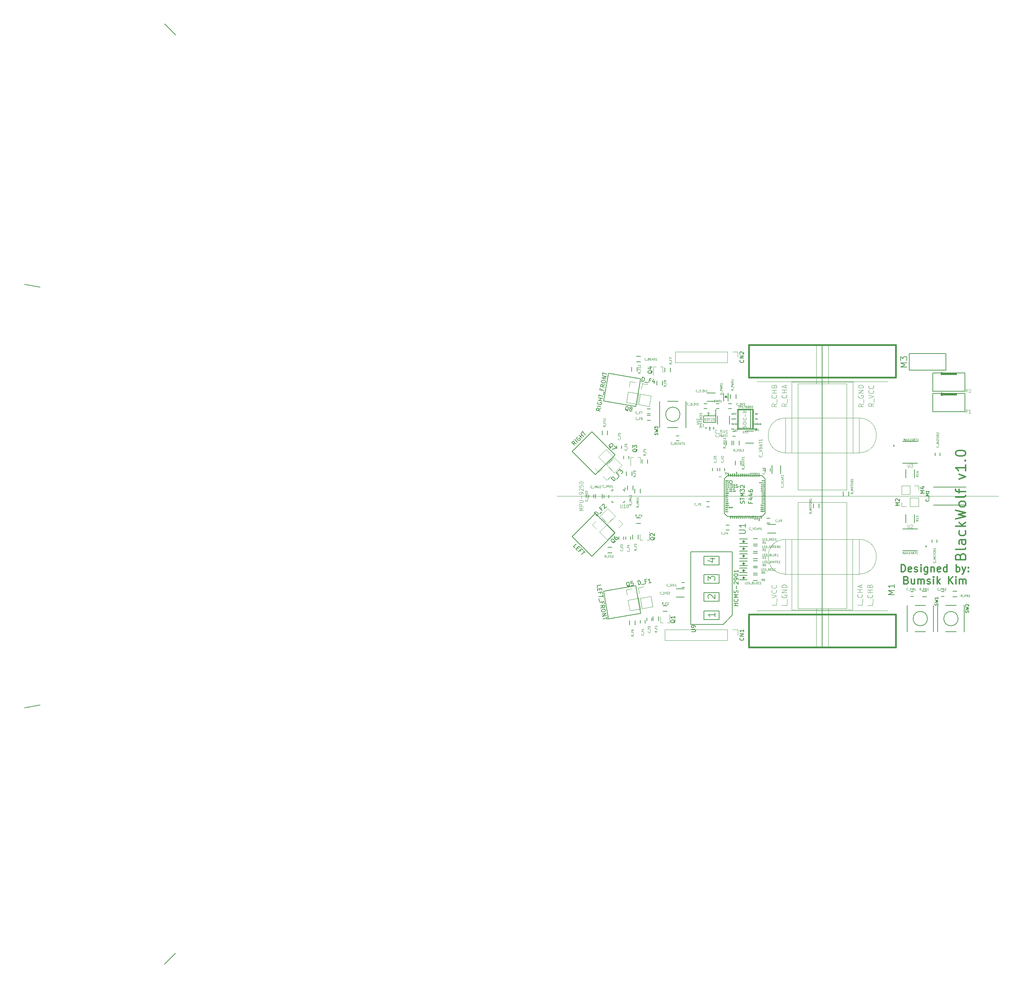
<source format=gto>
G04 #@! TF.FileFunction,Legend,Top*
%FSLAX46Y46*%
G04 Gerber Fmt 4.6, Leading zero omitted, Abs format (unit mm)*
G04 Created by KiCad (PCBNEW 4.0.6) date 03/30/17 05:01:34*
%MOMM*%
%LPD*%
G01*
G04 APERTURE LIST*
%ADD10C,0.100000*%
%ADD11C,0.300000*%
%ADD12C,0.150000*%
%ADD13C,0.127000*%
%ADD14C,0.152400*%
%ADD15C,0.120000*%
%ADD16C,0.406400*%
%ADD17C,0.050000*%
%ADD18C,0.128016*%
%ADD19C,0.020320*%
%ADD20C,0.040640*%
%ADD21C,0.065024*%
%ADD22C,0.142240*%
%ADD23C,0.073152*%
%ADD24C,0.024384*%
%ADD25C,0.097536*%
%ADD26C,0.101600*%
G04 APERTURE END LIST*
D10*
D11*
X232821429Y-104750000D02*
X232940476Y-104392857D01*
X233059524Y-104273809D01*
X233297619Y-104154761D01*
X233654762Y-104154761D01*
X233892857Y-104273809D01*
X234011905Y-104392857D01*
X234130952Y-104630952D01*
X234130952Y-105583333D01*
X231630952Y-105583333D01*
X231630952Y-104750000D01*
X231750000Y-104511904D01*
X231869048Y-104392857D01*
X232107143Y-104273809D01*
X232345238Y-104273809D01*
X232583333Y-104392857D01*
X232702381Y-104511904D01*
X232821429Y-104750000D01*
X232821429Y-105583333D01*
X234130952Y-102726190D02*
X234011905Y-102964285D01*
X233773810Y-103083333D01*
X231630952Y-103083333D01*
X234130952Y-100702380D02*
X232821429Y-100702380D01*
X232583333Y-100821428D01*
X232464286Y-101059523D01*
X232464286Y-101535714D01*
X232583333Y-101773809D01*
X234011905Y-100702380D02*
X234130952Y-100940476D01*
X234130952Y-101535714D01*
X234011905Y-101773809D01*
X233773810Y-101892857D01*
X233535714Y-101892857D01*
X233297619Y-101773809D01*
X233178571Y-101535714D01*
X233178571Y-100940476D01*
X233059524Y-100702380D01*
X234011905Y-98440475D02*
X234130952Y-98678571D01*
X234130952Y-99154761D01*
X234011905Y-99392856D01*
X233892857Y-99511904D01*
X233654762Y-99630952D01*
X232940476Y-99630952D01*
X232702381Y-99511904D01*
X232583333Y-99392856D01*
X232464286Y-99154761D01*
X232464286Y-98678571D01*
X232583333Y-98440475D01*
X234130952Y-97369047D02*
X231630952Y-97369047D01*
X233178571Y-97130952D02*
X234130952Y-96416666D01*
X232464286Y-96416666D02*
X233416667Y-97369047D01*
X231630952Y-95583332D02*
X234130952Y-94988094D01*
X232345238Y-94511904D01*
X234130952Y-94035713D01*
X231630952Y-93440475D01*
X234130952Y-92130951D02*
X234011905Y-92369046D01*
X233892857Y-92488094D01*
X233654762Y-92607142D01*
X232940476Y-92607142D01*
X232702381Y-92488094D01*
X232583333Y-92369046D01*
X232464286Y-92130951D01*
X232464286Y-91773808D01*
X232583333Y-91535713D01*
X232702381Y-91416665D01*
X232940476Y-91297618D01*
X233654762Y-91297618D01*
X233892857Y-91416665D01*
X234011905Y-91535713D01*
X234130952Y-91773808D01*
X234130952Y-92130951D01*
X234130952Y-89869046D02*
X234011905Y-90107141D01*
X233773810Y-90226189D01*
X231630952Y-90226189D01*
X232464286Y-89273808D02*
X232464286Y-88321427D01*
X234130952Y-88916665D02*
X231988095Y-88916665D01*
X231750000Y-88797617D01*
X231630952Y-88559522D01*
X231630952Y-88321427D01*
X232464286Y-85821427D02*
X234130952Y-85226189D01*
X232464286Y-84630951D01*
X234130952Y-82369046D02*
X234130952Y-83797618D01*
X234130952Y-83083332D02*
X231630952Y-83083332D01*
X231988095Y-83321427D01*
X232226190Y-83559522D01*
X232345238Y-83797618D01*
X233892857Y-81297618D02*
X234011905Y-81178570D01*
X234130952Y-81297618D01*
X234011905Y-81416666D01*
X233892857Y-81297618D01*
X234130952Y-81297618D01*
X231630952Y-79630951D02*
X231630952Y-79392856D01*
X231750000Y-79154761D01*
X231869048Y-79035713D01*
X232107143Y-78916666D01*
X232583333Y-78797618D01*
X233178571Y-78797618D01*
X233654762Y-78916666D01*
X233892857Y-79035713D01*
X234011905Y-79154761D01*
X234130952Y-79392856D01*
X234130952Y-79630951D01*
X234011905Y-79869047D01*
X233892857Y-79988094D01*
X233654762Y-80107142D01*
X233178571Y-80226190D01*
X232583333Y-80226190D01*
X232107143Y-80107142D01*
X231869048Y-79988094D01*
X231750000Y-79869047D01*
X231630952Y-79630951D01*
X218339429Y-108534286D02*
X218339429Y-106734286D01*
X218768001Y-106734286D01*
X219025144Y-106820000D01*
X219196572Y-106991429D01*
X219282287Y-107162857D01*
X219368001Y-107505714D01*
X219368001Y-107762857D01*
X219282287Y-108105714D01*
X219196572Y-108277143D01*
X219025144Y-108448571D01*
X218768001Y-108534286D01*
X218339429Y-108534286D01*
X220825144Y-108448571D02*
X220653715Y-108534286D01*
X220310858Y-108534286D01*
X220139429Y-108448571D01*
X220053715Y-108277143D01*
X220053715Y-107591429D01*
X220139429Y-107420000D01*
X220310858Y-107334286D01*
X220653715Y-107334286D01*
X220825144Y-107420000D01*
X220910858Y-107591429D01*
X220910858Y-107762857D01*
X220053715Y-107934286D01*
X221596572Y-108448571D02*
X221768001Y-108534286D01*
X222110858Y-108534286D01*
X222282286Y-108448571D01*
X222368001Y-108277143D01*
X222368001Y-108191429D01*
X222282286Y-108020000D01*
X222110858Y-107934286D01*
X221853715Y-107934286D01*
X221682286Y-107848571D01*
X221596572Y-107677143D01*
X221596572Y-107591429D01*
X221682286Y-107420000D01*
X221853715Y-107334286D01*
X222110858Y-107334286D01*
X222282286Y-107420000D01*
X223139429Y-108534286D02*
X223139429Y-107334286D01*
X223139429Y-106734286D02*
X223053715Y-106820000D01*
X223139429Y-106905714D01*
X223225144Y-106820000D01*
X223139429Y-106734286D01*
X223139429Y-106905714D01*
X224768001Y-107334286D02*
X224768001Y-108791429D01*
X224682287Y-108962857D01*
X224596572Y-109048571D01*
X224425144Y-109134286D01*
X224168001Y-109134286D01*
X223996572Y-109048571D01*
X224768001Y-108448571D02*
X224596572Y-108534286D01*
X224253715Y-108534286D01*
X224082287Y-108448571D01*
X223996572Y-108362857D01*
X223910858Y-108191429D01*
X223910858Y-107677143D01*
X223996572Y-107505714D01*
X224082287Y-107420000D01*
X224253715Y-107334286D01*
X224596572Y-107334286D01*
X224768001Y-107420000D01*
X225625143Y-107334286D02*
X225625143Y-108534286D01*
X225625143Y-107505714D02*
X225710858Y-107420000D01*
X225882286Y-107334286D01*
X226139429Y-107334286D01*
X226310858Y-107420000D01*
X226396572Y-107591429D01*
X226396572Y-108534286D01*
X227939429Y-108448571D02*
X227768000Y-108534286D01*
X227425143Y-108534286D01*
X227253714Y-108448571D01*
X227168000Y-108277143D01*
X227168000Y-107591429D01*
X227253714Y-107420000D01*
X227425143Y-107334286D01*
X227768000Y-107334286D01*
X227939429Y-107420000D01*
X228025143Y-107591429D01*
X228025143Y-107762857D01*
X227168000Y-107934286D01*
X229568000Y-108534286D02*
X229568000Y-106734286D01*
X229568000Y-108448571D02*
X229396571Y-108534286D01*
X229053714Y-108534286D01*
X228882286Y-108448571D01*
X228796571Y-108362857D01*
X228710857Y-108191429D01*
X228710857Y-107677143D01*
X228796571Y-107505714D01*
X228882286Y-107420000D01*
X229053714Y-107334286D01*
X229396571Y-107334286D01*
X229568000Y-107420000D01*
X231796571Y-108534286D02*
X231796571Y-106734286D01*
X231796571Y-107420000D02*
X231968000Y-107334286D01*
X232310857Y-107334286D01*
X232482286Y-107420000D01*
X232568000Y-107505714D01*
X232653714Y-107677143D01*
X232653714Y-108191429D01*
X232568000Y-108362857D01*
X232482286Y-108448571D01*
X232310857Y-108534286D01*
X231968000Y-108534286D01*
X231796571Y-108448571D01*
X233253714Y-107334286D02*
X233682285Y-108534286D01*
X234110857Y-107334286D02*
X233682285Y-108534286D01*
X233510857Y-108962857D01*
X233425142Y-109048571D01*
X233253714Y-109134286D01*
X234796571Y-108362857D02*
X234882286Y-108448571D01*
X234796571Y-108534286D01*
X234710857Y-108448571D01*
X234796571Y-108362857D01*
X234796571Y-108534286D01*
X234796571Y-107420000D02*
X234882286Y-107505714D01*
X234796571Y-107591429D01*
X234710857Y-107505714D01*
X234796571Y-107420000D01*
X234796571Y-107591429D01*
X219582285Y-110591429D02*
X219839428Y-110677143D01*
X219925143Y-110762857D01*
X220010857Y-110934286D01*
X220010857Y-111191429D01*
X219925143Y-111362857D01*
X219839428Y-111448571D01*
X219668000Y-111534286D01*
X218982285Y-111534286D01*
X218982285Y-109734286D01*
X219582285Y-109734286D01*
X219753714Y-109820000D01*
X219839428Y-109905714D01*
X219925143Y-110077143D01*
X219925143Y-110248571D01*
X219839428Y-110420000D01*
X219753714Y-110505714D01*
X219582285Y-110591429D01*
X218982285Y-110591429D01*
X221553714Y-110334286D02*
X221553714Y-111534286D01*
X220782285Y-110334286D02*
X220782285Y-111277143D01*
X220868000Y-111448571D01*
X221039428Y-111534286D01*
X221296571Y-111534286D01*
X221468000Y-111448571D01*
X221553714Y-111362857D01*
X222410856Y-111534286D02*
X222410856Y-110334286D01*
X222410856Y-110505714D02*
X222496571Y-110420000D01*
X222667999Y-110334286D01*
X222925142Y-110334286D01*
X223096571Y-110420000D01*
X223182285Y-110591429D01*
X223182285Y-111534286D01*
X223182285Y-110591429D02*
X223267999Y-110420000D01*
X223439428Y-110334286D01*
X223696571Y-110334286D01*
X223867999Y-110420000D01*
X223953714Y-110591429D01*
X223953714Y-111534286D01*
X224725142Y-111448571D02*
X224896571Y-111534286D01*
X225239428Y-111534286D01*
X225410856Y-111448571D01*
X225496571Y-111277143D01*
X225496571Y-111191429D01*
X225410856Y-111020000D01*
X225239428Y-110934286D01*
X224982285Y-110934286D01*
X224810856Y-110848571D01*
X224725142Y-110677143D01*
X224725142Y-110591429D01*
X224810856Y-110420000D01*
X224982285Y-110334286D01*
X225239428Y-110334286D01*
X225410856Y-110420000D01*
X226267999Y-111534286D02*
X226267999Y-110334286D01*
X226267999Y-109734286D02*
X226182285Y-109820000D01*
X226267999Y-109905714D01*
X226353714Y-109820000D01*
X226267999Y-109734286D01*
X226267999Y-109905714D01*
X227125142Y-111534286D02*
X227125142Y-109734286D01*
X227296571Y-110848571D02*
X227810857Y-111534286D01*
X227810857Y-110334286D02*
X227125142Y-111020000D01*
X229953714Y-111534286D02*
X229953714Y-109734286D01*
X230982286Y-111534286D02*
X230210857Y-110505714D01*
X230982286Y-109734286D02*
X229953714Y-110762857D01*
X231753714Y-111534286D02*
X231753714Y-110334286D01*
X231753714Y-109734286D02*
X231668000Y-109820000D01*
X231753714Y-109905714D01*
X231839429Y-109820000D01*
X231753714Y-109734286D01*
X231753714Y-109905714D01*
X232610857Y-111534286D02*
X232610857Y-110334286D01*
X232610857Y-110505714D02*
X232696572Y-110420000D01*
X232868000Y-110334286D01*
X233125143Y-110334286D01*
X233296572Y-110420000D01*
X233382286Y-110591429D01*
X233382286Y-111534286D01*
X233382286Y-110591429D02*
X233468000Y-110420000D01*
X233639429Y-110334286D01*
X233896572Y-110334286D01*
X234068000Y-110420000D01*
X234153715Y-110591429D01*
X234153715Y-111534286D01*
D12*
X224750714Y-120000000D02*
G75*
G03X224750714Y-120000000I-1750714J0D01*
G01*
X219775000Y-116775000D02*
X219800000Y-116775000D01*
X226225000Y-116775000D02*
X226200000Y-116775000D01*
X226225000Y-123225000D02*
X226200000Y-123225000D01*
X219800000Y-123225000D02*
X219775000Y-123225000D01*
X221700000Y-116775000D02*
X224300000Y-116775000D01*
X219775000Y-123225000D02*
X219775000Y-116775000D01*
X221700000Y-123225000D02*
X224300000Y-123225000D01*
X226225000Y-123225000D02*
X226225000Y-116775000D01*
X221575000Y-83500000D02*
X221575000Y-85500000D01*
X219425000Y-85500000D02*
X219425000Y-83500000D01*
X219425000Y-96500000D02*
X219425000Y-94500000D01*
X221575000Y-94500000D02*
X221575000Y-96500000D01*
X188775000Y-84500000D02*
X188775000Y-82500000D01*
X186725000Y-82500000D02*
X186725000Y-84500000D01*
X185600000Y-99025000D02*
X187600000Y-99025000D01*
X187600000Y-96975000D02*
X185600000Y-96975000D01*
X163200000Y-114725000D02*
X165200000Y-114725000D01*
X165200000Y-112675000D02*
X163200000Y-112675000D01*
X172800000Y-64775000D02*
X170800000Y-64775000D01*
X170800000Y-66825000D02*
X172800000Y-66825000D01*
X182149000Y-100410000D02*
X183149000Y-100410000D01*
X183149000Y-101760000D02*
X182149000Y-101760000D01*
X182149000Y-102210000D02*
X183149000Y-102210000D01*
X183149000Y-103560000D02*
X182149000Y-103560000D01*
X182149000Y-104010000D02*
X183149000Y-104010000D01*
X183149000Y-105360000D02*
X182149000Y-105360000D01*
X176875000Y-76500000D02*
X176875000Y-77500000D01*
X175525000Y-77500000D02*
X175525000Y-76500000D01*
X177325000Y-77500000D02*
X177325000Y-76500000D01*
X178675000Y-76500000D02*
X178675000Y-77500000D01*
X177875000Y-65100000D02*
X177875000Y-66100000D01*
X176525000Y-66100000D02*
X176525000Y-65100000D01*
X232000000Y-114675000D02*
X231000000Y-114675000D01*
X231000000Y-113325000D02*
X232000000Y-113325000D01*
X224500000Y-114675000D02*
X223500000Y-114675000D01*
X223500000Y-113325000D02*
X224500000Y-113325000D01*
X205475000Y-88900000D02*
X205475000Y-89900000D01*
X204125000Y-89900000D02*
X204125000Y-88900000D01*
X198175000Y-91900000D02*
X198175000Y-92900000D01*
X196825000Y-92900000D02*
X196825000Y-91900000D01*
X151325000Y-88500000D02*
X151325000Y-87500000D01*
X152675000Y-87500000D02*
X152675000Y-88500000D01*
X153075000Y-89250000D02*
X153075000Y-88250000D01*
X154425000Y-88250000D02*
X154425000Y-89250000D01*
X177725000Y-82400000D02*
X177725000Y-81400000D01*
X179075000Y-81400000D02*
X179075000Y-82400000D01*
X182149000Y-105810000D02*
X183149000Y-105810000D01*
X183149000Y-107160000D02*
X182149000Y-107160000D01*
X153500000Y-55825000D02*
X154500000Y-55825000D01*
X154500000Y-57175000D02*
X153500000Y-57175000D01*
X178749000Y-107035000D02*
X180649000Y-107035000D01*
X178749000Y-105935000D02*
X180649000Y-105935000D01*
X179649000Y-106485000D02*
X180099000Y-106485000D01*
X179599000Y-106235000D02*
X179599000Y-106735000D01*
X179599000Y-106485000D02*
X179849000Y-106235000D01*
X179849000Y-106235000D02*
X179849000Y-106735000D01*
X179849000Y-106735000D02*
X179599000Y-106485000D01*
X178749000Y-103435000D02*
X180649000Y-103435000D01*
X178749000Y-102335000D02*
X180649000Y-102335000D01*
X179649000Y-102885000D02*
X180099000Y-102885000D01*
X179599000Y-102635000D02*
X179599000Y-103135000D01*
X179599000Y-102885000D02*
X179849000Y-102635000D01*
X179849000Y-102635000D02*
X179849000Y-103135000D01*
X179849000Y-103135000D02*
X179599000Y-102885000D01*
X178749000Y-105235000D02*
X180649000Y-105235000D01*
X178749000Y-104135000D02*
X180649000Y-104135000D01*
X179649000Y-104685000D02*
X180099000Y-104685000D01*
X179599000Y-104435000D02*
X179599000Y-104935000D01*
X179599000Y-104685000D02*
X179849000Y-104435000D01*
X179849000Y-104435000D02*
X179849000Y-104935000D01*
X179849000Y-104935000D02*
X179599000Y-104685000D01*
X175950000Y-66700000D02*
X175950000Y-64800000D01*
X174850000Y-66700000D02*
X174850000Y-64800000D01*
X175400000Y-65800000D02*
X175400000Y-65350000D01*
X175150000Y-65850000D02*
X175650000Y-65850000D01*
X175400000Y-65850000D02*
X175150000Y-65600000D01*
X175150000Y-65600000D02*
X175650000Y-65600000D01*
X175650000Y-65600000D02*
X175400000Y-65850000D01*
X178749000Y-101635000D02*
X180649000Y-101635000D01*
X178749000Y-100535000D02*
X180649000Y-100535000D01*
X179649000Y-101085000D02*
X180099000Y-101085000D01*
X179599000Y-100835000D02*
X179599000Y-101335000D01*
X179599000Y-101085000D02*
X179849000Y-100835000D01*
X179849000Y-100835000D02*
X179849000Y-101335000D01*
X179849000Y-101335000D02*
X179599000Y-101085000D01*
D13*
X150200000Y-88500000D02*
X150500000Y-88500000D01*
X150500000Y-88500000D02*
X150500000Y-88800000D01*
X150500000Y-91200000D02*
X150500000Y-91500000D01*
X147500000Y-91200000D02*
X147500000Y-91500000D01*
X147500000Y-88500000D02*
X147500000Y-88800000D01*
X147500000Y-88500000D02*
X147800000Y-88500000D01*
X147500000Y-91500000D02*
X147800000Y-91500000D01*
X150200000Y-91500000D02*
X150500000Y-91500000D01*
D10*
X150900000Y-88200000D02*
G75*
G03X150900000Y-88200000I-200000J0D01*
G01*
D13*
X177000000Y-86600000D02*
G75*
G03X177000000Y-86600000I-400000J0D01*
G01*
X184250000Y-85000000D02*
X175750000Y-85000000D01*
X175000000Y-85750000D02*
X175000000Y-94250000D01*
X175750000Y-95000000D02*
X184250000Y-95000000D01*
X185000000Y-94250000D02*
X185000000Y-85750000D01*
X184250000Y-85000000D02*
X185000000Y-85750000D01*
X185000000Y-94250000D02*
X184250000Y-95000000D01*
X175000000Y-94250000D02*
X175750000Y-95000000D01*
X175750000Y-85000000D02*
X175000000Y-85750000D01*
X220290000Y-55150000D02*
X220290000Y-59150000D01*
X220290000Y-59150000D02*
X229290000Y-59150000D01*
X229290000Y-59150000D02*
X229290000Y-55150000D01*
X229290000Y-55150000D02*
X220290000Y-55150000D01*
X233922500Y-69382500D02*
X226072500Y-69382500D01*
X226072500Y-69382500D02*
X226072500Y-64882500D01*
X226072500Y-64882500D02*
X233922500Y-64882500D01*
X233922500Y-64882500D02*
X233922500Y-69382500D01*
D10*
G36*
X231972500Y-64882500D02*
X227972500Y-64882500D01*
X227972500Y-65382500D01*
X231972500Y-65382500D01*
X231972500Y-64882500D01*
G37*
D13*
X233922500Y-64382500D02*
X226072500Y-64382500D01*
X226072500Y-64382500D02*
X226072500Y-59882500D01*
X226072500Y-59882500D02*
X233922500Y-59882500D01*
X233922500Y-59882500D02*
X233922500Y-64382500D01*
D10*
G36*
X231972500Y-59882500D02*
X227972500Y-59882500D01*
X227972500Y-60382500D01*
X231972500Y-60382500D01*
X231972500Y-59882500D01*
G37*
D12*
X164150714Y-70000000D02*
G75*
G03X164150714Y-70000000I-1750714J0D01*
G01*
X159175000Y-66775000D02*
X159200000Y-66775000D01*
X165625000Y-66775000D02*
X165600000Y-66775000D01*
X165625000Y-73225000D02*
X165600000Y-73225000D01*
X159200000Y-73225000D02*
X159175000Y-73225000D01*
X161100000Y-66775000D02*
X163700000Y-66775000D01*
X159175000Y-73225000D02*
X159175000Y-66775000D01*
X161100000Y-73225000D02*
X163700000Y-73225000D01*
X165625000Y-73225000D02*
X165625000Y-66775000D01*
X232250714Y-120000000D02*
G75*
G03X232250714Y-120000000I-1750714J0D01*
G01*
X227275000Y-116775000D02*
X227300000Y-116775000D01*
X233725000Y-116775000D02*
X233700000Y-116775000D01*
X233725000Y-123225000D02*
X233700000Y-123225000D01*
X227300000Y-123225000D02*
X227275000Y-123225000D01*
X229200000Y-116775000D02*
X231800000Y-116775000D01*
X227275000Y-123225000D02*
X227275000Y-116775000D01*
X229200000Y-123225000D02*
X231800000Y-123225000D01*
X233725000Y-123225000D02*
X233725000Y-116775000D01*
X234200000Y-87800000D02*
X226200000Y-87800000D01*
X226200000Y-92200000D02*
X234300000Y-92200000D01*
X173050000Y-67400000D02*
X173750000Y-67400000D01*
X173750000Y-68600000D02*
X173050000Y-68600000D01*
X170750000Y-68600000D02*
X170050000Y-68600000D01*
X170050000Y-67400000D02*
X170750000Y-67400000D01*
X176750000Y-68600000D02*
X176050000Y-68600000D01*
X176050000Y-67400000D02*
X176750000Y-67400000D01*
X165250000Y-112400000D02*
X164550000Y-112400000D01*
X164550000Y-111200000D02*
X165250000Y-111200000D01*
X145500000Y-90450000D02*
X145500000Y-89750000D01*
X146700000Y-89750000D02*
X146700000Y-90450000D01*
X141800000Y-90350000D02*
X141800000Y-89650000D01*
X143000000Y-89650000D02*
X143000000Y-90350000D01*
X227100000Y-100650000D02*
X227100000Y-101350000D01*
X225900000Y-101350000D02*
X225900000Y-100650000D01*
X226650000Y-80100000D02*
X226650000Y-79400000D01*
X227850000Y-79400000D02*
X227850000Y-80100000D01*
X163250000Y-75300000D02*
X163950000Y-75300000D01*
X163950000Y-76500000D02*
X163250000Y-76500000D01*
X171350000Y-92600000D02*
X170650000Y-92600000D01*
X170650000Y-91400000D02*
X171350000Y-91400000D01*
X175100000Y-83150000D02*
X175100000Y-83850000D01*
X173900000Y-83850000D02*
X173900000Y-83150000D01*
X172150000Y-83850000D02*
X172150000Y-83150000D01*
X173350000Y-83150000D02*
X173350000Y-83850000D01*
X175450000Y-97100000D02*
X176150000Y-97100000D01*
X176150000Y-98300000D02*
X175450000Y-98300000D01*
X186151000Y-96612000D02*
X185451000Y-96612000D01*
X185451000Y-95412000D02*
X186151000Y-95412000D01*
X185074000Y-83916000D02*
X185074000Y-83216000D01*
X186274000Y-83216000D02*
X186274000Y-83916000D01*
X177750000Y-75400000D02*
X177050000Y-75400000D01*
X177050000Y-74200000D02*
X177750000Y-74200000D01*
D14*
X218671200Y-81992400D02*
X222328800Y-81992400D01*
X222328800Y-76607600D02*
X218671200Y-76607600D01*
D10*
G36*
X216436000Y-77877600D02*
X216436000Y-77471200D01*
X216690000Y-77471200D01*
X216690000Y-77877600D01*
X216436000Y-77877600D01*
G37*
D14*
X222328800Y-98007600D02*
X218671200Y-98007600D01*
X218671200Y-103392400D02*
X222328800Y-103392400D01*
D10*
G36*
X224564000Y-102122400D02*
X224564000Y-102528800D01*
X224310000Y-102528800D01*
X224310000Y-102122400D01*
X224564000Y-102122400D01*
G37*
D13*
X176980000Y-119167500D02*
X176980000Y-103610000D01*
X176980000Y-103610000D02*
X166820000Y-103610000D01*
X166820000Y-103610000D02*
X166820000Y-121390000D01*
X166820000Y-121390000D02*
X174757500Y-121390000D01*
X173754200Y-120221600D02*
X173754200Y-118113400D01*
X173754200Y-118113400D02*
X170045800Y-118113400D01*
X170045800Y-118113400D02*
X170045800Y-120221600D01*
X170045800Y-120221600D02*
X173754200Y-120221600D01*
X173754200Y-115776600D02*
X173754200Y-113668400D01*
X173754200Y-113668400D02*
X170045800Y-113668400D01*
X170045800Y-113668400D02*
X170045800Y-115776600D01*
X170045800Y-115776600D02*
X173754200Y-115776600D01*
X173754200Y-111331600D02*
X173754200Y-109223400D01*
X173754200Y-109223400D02*
X170045800Y-109223400D01*
X170045800Y-109223400D02*
X170045800Y-111331600D01*
X170045800Y-111331600D02*
X173754200Y-111331600D01*
X173754200Y-106886600D02*
X173754200Y-104778400D01*
X173754200Y-104778400D02*
X170045800Y-104778400D01*
X170045800Y-104778400D02*
X170045800Y-106886600D01*
X170045800Y-106886600D02*
X173754200Y-106886600D01*
X174757500Y-121390000D02*
X176980000Y-119167500D01*
D12*
X143450000Y-89500000D02*
X143450000Y-90500000D01*
X145150000Y-90500000D02*
X145150000Y-89500000D01*
X182200000Y-74125000D02*
X180200000Y-74125000D01*
X180200000Y-77075000D02*
X182200000Y-77075000D01*
X176275000Y-72400000D02*
X176275000Y-70400000D01*
X173325000Y-70400000D02*
X173325000Y-72400000D01*
D13*
X169950000Y-72000000D02*
X172850000Y-72000000D01*
X172850000Y-72000000D02*
X172850000Y-70400000D01*
X172850000Y-70400000D02*
X169950000Y-70400000D01*
X169950000Y-70400000D02*
X169950000Y-72000000D01*
X182150000Y-73650000D02*
X182150000Y-68750000D01*
X182150000Y-68750000D02*
X181950000Y-68750000D01*
X181950000Y-68750000D02*
X178250000Y-68750000D01*
X178250000Y-68750000D02*
X178250000Y-73650000D01*
X178250000Y-73650000D02*
X181950000Y-73650000D01*
X181950000Y-73650000D02*
X182150000Y-73650000D01*
X178250000Y-73650000D02*
X178450000Y-73450000D01*
X178450000Y-73450000D02*
X178450000Y-68950000D01*
X178250000Y-68750000D02*
X178450000Y-68950000D01*
X178450000Y-68950000D02*
X181450000Y-68950000D01*
X181450000Y-68950000D02*
X181950000Y-68750000D01*
X181950000Y-68750000D02*
X181950000Y-73650000D01*
X181950000Y-73650000D02*
X181450000Y-73450000D01*
X178450000Y-73450000D02*
X181450000Y-73450000D01*
X181450000Y-73450000D02*
X181450000Y-68950000D01*
D15*
X154410739Y-114981658D02*
X154862224Y-117542158D01*
X154862224Y-117542158D02*
X157481813Y-117080254D01*
X157481813Y-117080254D02*
X157030327Y-114519754D01*
X157030327Y-114519754D02*
X154410739Y-114981658D01*
X154190206Y-113730952D02*
X153959254Y-112421158D01*
X153959254Y-112421158D02*
X155269048Y-112190206D01*
X148292426Y-94911522D02*
X146453949Y-93073045D01*
X146453949Y-93073045D02*
X144573045Y-94953949D01*
X144573045Y-94953949D02*
X146411522Y-96792426D01*
X146411522Y-96792426D02*
X148292426Y-94911522D01*
X149190452Y-95809548D02*
X150130904Y-96750000D01*
X150130904Y-96750000D02*
X149190452Y-97690452D01*
X148088478Y-84292426D02*
X149926955Y-82453949D01*
X149926955Y-82453949D02*
X148046051Y-80573045D01*
X148046051Y-80573045D02*
X146207574Y-82411522D01*
X146207574Y-82411522D02*
X148088478Y-84292426D01*
X147190452Y-85190452D02*
X146250000Y-86130904D01*
X146250000Y-86130904D02*
X145309548Y-85190452D01*
X154469673Y-65019754D02*
X154018187Y-67580254D01*
X154018187Y-67580254D02*
X156637776Y-68042158D01*
X156637776Y-68042158D02*
X157089261Y-65481658D01*
X157089261Y-65481658D02*
X154469673Y-65019754D01*
X154690206Y-63769048D02*
X154921158Y-62459254D01*
X154921158Y-62459254D02*
X156230952Y-62690206D01*
X160000000Y-120980000D02*
X159340000Y-120980000D01*
X161660000Y-120980000D02*
X161000000Y-120980000D01*
X161660000Y-120980000D02*
X161660000Y-118950000D01*
X159340000Y-119570000D02*
X159340000Y-120980000D01*
X155000000Y-100730000D02*
X154340000Y-100730000D01*
X156660000Y-100730000D02*
X156000000Y-100730000D01*
X156660000Y-100730000D02*
X156660000Y-98700000D01*
X154340000Y-99320000D02*
X154340000Y-100730000D01*
X153750000Y-80520000D02*
X154410000Y-80520000D01*
X152090000Y-80520000D02*
X152750000Y-80520000D01*
X152090000Y-80520000D02*
X152090000Y-82550000D01*
X154410000Y-81930000D02*
X154410000Y-80520000D01*
X159300000Y-58370000D02*
X159960000Y-58370000D01*
X157640000Y-58370000D02*
X158300000Y-58370000D01*
X157640000Y-58370000D02*
X157640000Y-60400000D01*
X159960000Y-59780000D02*
X159960000Y-58370000D01*
X151410739Y-115481658D02*
X151862224Y-118042158D01*
X151862224Y-118042158D02*
X154481813Y-117580254D01*
X154481813Y-117580254D02*
X154030327Y-115019754D01*
X154030327Y-115019754D02*
X151410739Y-115481658D01*
X151190206Y-114230952D02*
X150959254Y-112921158D01*
X150959254Y-112921158D02*
X152269048Y-112690206D01*
X144457574Y-98838478D02*
X146296051Y-100676955D01*
X146296051Y-100676955D02*
X148176955Y-98796051D01*
X148176955Y-98796051D02*
X146338478Y-96957574D01*
X146338478Y-96957574D02*
X144457574Y-98838478D01*
X143559548Y-97940452D02*
X142619096Y-97000000D01*
X142619096Y-97000000D02*
X143559548Y-96059548D01*
X146088478Y-82292426D02*
X147926955Y-80453949D01*
X147926955Y-80453949D02*
X146046051Y-78573045D01*
X146046051Y-78573045D02*
X144207574Y-80411522D01*
X144207574Y-80411522D02*
X146088478Y-82292426D01*
X145190452Y-83190452D02*
X144250000Y-84130904D01*
X144250000Y-84130904D02*
X143309548Y-83190452D01*
X151469673Y-64519754D02*
X151018187Y-67080254D01*
X151018187Y-67080254D02*
X153637776Y-67542158D01*
X153637776Y-67542158D02*
X154089261Y-64981658D01*
X154089261Y-64981658D02*
X151469673Y-64519754D01*
X151690206Y-63269048D02*
X151921158Y-61959254D01*
X151921158Y-61959254D02*
X153230952Y-62190206D01*
X175730000Y-54670000D02*
X162970000Y-54670000D01*
X162970000Y-54670000D02*
X162970000Y-57330000D01*
X162970000Y-57330000D02*
X175730000Y-57330000D01*
X175730000Y-57330000D02*
X175730000Y-54670000D01*
X177000000Y-54670000D02*
X178330000Y-54670000D01*
X178330000Y-54670000D02*
X178330000Y-56000000D01*
X220500000Y-92560000D02*
X222560000Y-92560000D01*
X222560000Y-92560000D02*
X222560000Y-90440000D01*
X222560000Y-90440000D02*
X220500000Y-90440000D01*
X220500000Y-90440000D02*
X220500000Y-92560000D01*
X219500000Y-92560000D02*
X218440000Y-92560000D01*
X218440000Y-92560000D02*
X218440000Y-91500000D01*
X220500000Y-87440000D02*
X218440000Y-87440000D01*
X218440000Y-87440000D02*
X218440000Y-89560000D01*
X218440000Y-89560000D02*
X220500000Y-89560000D01*
X220500000Y-89560000D02*
X220500000Y-87440000D01*
X221500000Y-87440000D02*
X222560000Y-87440000D01*
X222560000Y-87440000D02*
X222560000Y-88500000D01*
D10*
X242160000Y-90000000D02*
X134000000Y-90000000D01*
X205000000Y-88500000D02*
X205000000Y-62500000D01*
X205000000Y-62500000D02*
X200500000Y-62500000D01*
X200500000Y-62500000D02*
X197500000Y-62500000D01*
X197500000Y-62500000D02*
X193000000Y-62500000D01*
X193000000Y-62500000D02*
X193000000Y-88500000D01*
X193000000Y-88500000D02*
X205000000Y-88500000D01*
X206500000Y-62100000D02*
X191500000Y-62100000D01*
X191500000Y-62100000D02*
X191500000Y-70900000D01*
X191500000Y-70900000D02*
X191500000Y-79400000D01*
X190000000Y-79400000D02*
X191500000Y-79400000D01*
X191500000Y-79400000D02*
X206500000Y-79400000D01*
X206500000Y-79400000D02*
X206500000Y-70900000D01*
X206500000Y-70900000D02*
X206500000Y-62100000D01*
X191500000Y-70900000D02*
X190000000Y-70900000D01*
X190000000Y-70900000D02*
X190000000Y-79400000D01*
X190000000Y-70900000D02*
G75*
G03X190000000Y-79400000I0J-4250000D01*
G01*
X208000000Y-79400000D02*
X206500000Y-79400000D01*
X208000000Y-70900000D02*
X206500000Y-70900000D01*
X208000000Y-70900000D02*
X208000000Y-79400000D01*
X208000000Y-79400000D02*
G75*
G03X208000000Y-70900000I0J4250000D01*
G01*
X193000000Y-91500000D02*
X193000000Y-117500000D01*
X193000000Y-117500000D02*
X197500000Y-117500000D01*
X197500000Y-117500000D02*
X200500000Y-117500000D01*
X200500000Y-117500000D02*
X205000000Y-117500000D01*
X205000000Y-117500000D02*
X205000000Y-91500000D01*
X205000000Y-91500000D02*
X193000000Y-91500000D01*
X200500000Y-126990000D02*
X200500000Y-117500000D01*
X197500000Y-117500000D02*
X197500000Y-126990000D01*
X200500000Y-127000000D02*
X199000000Y-127000000D01*
X199000000Y-127000000D02*
X197500000Y-127000000D01*
X191500000Y-117900000D02*
X206400000Y-117900000D01*
X206400000Y-117900000D02*
X206400000Y-109100000D01*
X206400000Y-109100000D02*
X206400000Y-100600000D01*
X208000000Y-100600000D02*
X206400000Y-100600000D01*
X206400000Y-100600000D02*
X191500000Y-100600000D01*
X191500000Y-100600000D02*
X191500000Y-109100000D01*
X191500000Y-109100000D02*
X191500000Y-117900000D01*
X206400000Y-109100000D02*
X208000000Y-109100000D01*
X208000000Y-109100000D02*
X208000000Y-100600000D01*
X208000000Y-109100000D02*
G75*
G03X208000000Y-100600000I0J4250000D01*
G01*
X190000000Y-100600000D02*
X191500000Y-100600000D01*
X190000000Y-109100000D02*
X191500000Y-109100000D01*
X190000000Y-109100000D02*
X190000000Y-100600000D01*
X190000000Y-100600000D02*
G75*
G03X190000000Y-109100000I0J-4250000D01*
G01*
X215000000Y-62000000D02*
X183000000Y-62000000D01*
X183000000Y-118000000D02*
X215000000Y-118000000D01*
D16*
X181000000Y-127000000D02*
X181000000Y-119000000D01*
X181000000Y-119000000D02*
X217000000Y-119000000D01*
X217000000Y-119000000D02*
X217000000Y-127000000D01*
X217000000Y-127000000D02*
X199000000Y-127000000D01*
X199000000Y-127000000D02*
X181000000Y-127000000D01*
D10*
X197500000Y-53010000D02*
X197500000Y-62500000D01*
X200500000Y-62500000D02*
X200500000Y-53010000D01*
X197500000Y-53000000D02*
X199000000Y-53000000D01*
X199000000Y-53000000D02*
X200500000Y-53000000D01*
D16*
X217000000Y-53000000D02*
X217000000Y-61000000D01*
X217000000Y-61000000D02*
X181000000Y-61000000D01*
X181000000Y-61000000D02*
X181000000Y-53000000D01*
X181000000Y-53000000D02*
X199000000Y-53000000D01*
X199000000Y-53000000D02*
X217000000Y-53000000D01*
D13*
X199000000Y-127000000D02*
X199000000Y-53000000D01*
D10*
X191500000Y-70900000D02*
X206500000Y-70900000D01*
X206400000Y-109100000D02*
X191500000Y-109100000D01*
D12*
X7419534Y-141140783D02*
X3667416Y-141802383D01*
X146644215Y-120089860D02*
X154552221Y-118695465D01*
X154552221Y-118695465D02*
X153355785Y-111910140D01*
X153355785Y-111910140D02*
X145447779Y-113304535D01*
X145447779Y-113304535D02*
X146644215Y-120089860D01*
X40625080Y-201874920D02*
X37931003Y-204568997D01*
X142596949Y-104775017D02*
X148275017Y-99096949D01*
X148275017Y-99096949D02*
X143403051Y-94224983D01*
X143403051Y-94224983D02*
X137724983Y-99903051D01*
X137724983Y-99903051D02*
X142596949Y-104775017D01*
X40625080Y22874920D02*
X37931003Y25568997D01*
X137724983Y-79096949D02*
X143403051Y-84775017D01*
X143403051Y-84775017D02*
X148275017Y-79903051D01*
X148275017Y-79903051D02*
X142596949Y-74224983D01*
X142596949Y-74224983D02*
X137724983Y-79096949D01*
X7419534Y-38859217D02*
X3667416Y-38197617D01*
X145447779Y-66695465D02*
X153355785Y-68089860D01*
X153355785Y-68089860D02*
X154552221Y-61304535D01*
X154552221Y-61304535D02*
X146644215Y-59910140D01*
X146644215Y-59910140D02*
X145447779Y-66695465D01*
X153675000Y-58400000D02*
X153675000Y-59400000D01*
X152325000Y-59400000D02*
X152325000Y-58400000D01*
X146425000Y-74000000D02*
X146425000Y-75000000D01*
X145075000Y-75000000D02*
X145075000Y-74000000D01*
X147500000Y-103925000D02*
X146500000Y-103925000D01*
X146500000Y-102575000D02*
X147500000Y-102575000D01*
X151825000Y-121500000D02*
X151825000Y-120500000D01*
X153175000Y-120500000D02*
X153175000Y-121500000D01*
X159875000Y-61800000D02*
X159875000Y-62800000D01*
X158525000Y-62800000D02*
X158525000Y-61800000D01*
X161775000Y-58600000D02*
X161775000Y-59600000D01*
X160425000Y-59600000D02*
X160425000Y-58600000D01*
X152425000Y-84000000D02*
X152425000Y-85000000D01*
X151075000Y-85000000D02*
X151075000Y-84000000D01*
X156175000Y-81000000D02*
X156175000Y-82000000D01*
X154825000Y-82000000D02*
X154825000Y-81000000D01*
X154500000Y-96675000D02*
X153500000Y-96675000D01*
X153500000Y-95325000D02*
X154500000Y-95325000D01*
X152575000Y-100500000D02*
X152575000Y-99500000D01*
X153925000Y-99500000D02*
X153925000Y-100500000D01*
X161000000Y-118175000D02*
X160000000Y-118175000D01*
X160000000Y-116825000D02*
X161000000Y-116825000D01*
X157575000Y-120500000D02*
X157575000Y-119500000D01*
X158925000Y-119500000D02*
X158925000Y-120500000D01*
X228850000Y-114600000D02*
X228150000Y-114600000D01*
X228150000Y-113400000D02*
X228850000Y-113400000D01*
X221350000Y-114600000D02*
X220650000Y-114600000D01*
X220650000Y-113400000D02*
X221350000Y-113400000D01*
X156150000Y-70300000D02*
X156850000Y-70300000D01*
X156850000Y-71500000D02*
X156150000Y-71500000D01*
X156150000Y-68650000D02*
X156850000Y-68650000D01*
X156850000Y-69850000D02*
X156150000Y-69850000D01*
X150400000Y-80850000D02*
X150400000Y-80150000D01*
X151600000Y-80150000D02*
X151600000Y-80850000D01*
X148650000Y-78350000D02*
X148650000Y-77650000D01*
X149850000Y-77650000D02*
X149850000Y-78350000D01*
X152100000Y-99900000D02*
X152100000Y-100600000D01*
X150900000Y-100600000D02*
X150900000Y-99900000D01*
X150350000Y-99900000D02*
X150350000Y-100600000D01*
X149150000Y-100600000D02*
X149150000Y-99900000D01*
X157200000Y-119800000D02*
X157200000Y-120500000D01*
X156000000Y-120500000D02*
X156000000Y-119800000D01*
X155600000Y-120400000D02*
X155600000Y-121100000D01*
X154400000Y-121100000D02*
X154400000Y-120400000D01*
D15*
X175730000Y-122670000D02*
X160430000Y-122670000D01*
X160430000Y-122670000D02*
X160430000Y-125330000D01*
X160430000Y-125330000D02*
X175730000Y-125330000D01*
X175730000Y-125330000D02*
X175730000Y-122670000D01*
X177000000Y-122670000D02*
X178330000Y-122670000D01*
X178330000Y-122670000D02*
X178330000Y-124000000D01*
D12*
X178732000Y-108754000D02*
X180632000Y-108754000D01*
X178732000Y-107654000D02*
X180632000Y-107654000D01*
X179632000Y-108204000D02*
X180082000Y-108204000D01*
X179582000Y-107954000D02*
X179582000Y-108454000D01*
X179582000Y-108204000D02*
X179832000Y-107954000D01*
X179832000Y-107954000D02*
X179832000Y-108454000D01*
X179832000Y-108454000D02*
X179582000Y-108204000D01*
X178732000Y-110532000D02*
X180632000Y-110532000D01*
X178732000Y-109432000D02*
X180632000Y-109432000D01*
X179632000Y-109982000D02*
X180082000Y-109982000D01*
X179582000Y-109732000D02*
X179582000Y-110232000D01*
X179582000Y-109982000D02*
X179832000Y-109732000D01*
X179832000Y-109732000D02*
X179832000Y-110232000D01*
X179832000Y-110232000D02*
X179582000Y-109982000D01*
X182126000Y-107529000D02*
X183126000Y-107529000D01*
X183126000Y-108879000D02*
X182126000Y-108879000D01*
X182126000Y-109307000D02*
X183126000Y-109307000D01*
X183126000Y-110657000D02*
X182126000Y-110657000D01*
X227303571Y-116750000D02*
X227339286Y-116642857D01*
X227339286Y-116464286D01*
X227303571Y-116392857D01*
X227267857Y-116357143D01*
X227196429Y-116321428D01*
X227125000Y-116321428D01*
X227053571Y-116357143D01*
X227017857Y-116392857D01*
X226982143Y-116464286D01*
X226946429Y-116607143D01*
X226910714Y-116678571D01*
X226875000Y-116714286D01*
X226803571Y-116750000D01*
X226732143Y-116750000D01*
X226660714Y-116714286D01*
X226625000Y-116678571D01*
X226589286Y-116607143D01*
X226589286Y-116428571D01*
X226625000Y-116321428D01*
X226589286Y-116071428D02*
X227339286Y-115892857D01*
X226803571Y-115750000D01*
X227339286Y-115607142D01*
X226589286Y-115428571D01*
X227339286Y-114749999D02*
X227339286Y-115178571D01*
X227339286Y-114964285D02*
X226589286Y-114964285D01*
X226696429Y-115035714D01*
X226767857Y-115107142D01*
X226803571Y-115178571D01*
D10*
X222476190Y-84903428D02*
X222238095Y-85070095D01*
X222476190Y-85189142D02*
X221976190Y-85189142D01*
X221976190Y-84998666D01*
X222000000Y-84951047D01*
X222023810Y-84927238D01*
X222071429Y-84903428D01*
X222142857Y-84903428D01*
X222190476Y-84927238D01*
X222214286Y-84951047D01*
X222238095Y-84998666D01*
X222238095Y-85189142D01*
X222476190Y-84427238D02*
X222476190Y-84712952D01*
X222476190Y-84570095D02*
X221976190Y-84570095D01*
X222047619Y-84617714D01*
X222095238Y-84665333D01*
X222119048Y-84712952D01*
X222142857Y-83998667D02*
X222476190Y-83998667D01*
X221952381Y-84117714D02*
X222309524Y-84236762D01*
X222309524Y-83927238D01*
X222476190Y-95825428D02*
X222238095Y-95992095D01*
X222476190Y-96111142D02*
X221976190Y-96111142D01*
X221976190Y-95920666D01*
X222000000Y-95873047D01*
X222023810Y-95849238D01*
X222071429Y-95825428D01*
X222142857Y-95825428D01*
X222190476Y-95849238D01*
X222214286Y-95873047D01*
X222238095Y-95920666D01*
X222238095Y-96111142D01*
X222476190Y-95349238D02*
X222476190Y-95634952D01*
X222476190Y-95492095D02*
X221976190Y-95492095D01*
X222047619Y-95539714D01*
X222095238Y-95587333D01*
X222119048Y-95634952D01*
X221976190Y-95182571D02*
X221976190Y-94873048D01*
X222166667Y-95039714D01*
X222166667Y-94968286D01*
X222190476Y-94920667D01*
X222214286Y-94896857D01*
X222261905Y-94873048D01*
X222380952Y-94873048D01*
X222428571Y-94896857D01*
X222452381Y-94920667D01*
X222476190Y-94968286D01*
X222476190Y-95111143D01*
X222452381Y-95158762D01*
X222428571Y-95182571D01*
X189408571Y-87562380D02*
X189432381Y-87586190D01*
X189456190Y-87657618D01*
X189456190Y-87705237D01*
X189432381Y-87776666D01*
X189384762Y-87824285D01*
X189337143Y-87848094D01*
X189241905Y-87871904D01*
X189170476Y-87871904D01*
X189075238Y-87848094D01*
X189027619Y-87824285D01*
X188980000Y-87776666D01*
X188956190Y-87705237D01*
X188956190Y-87657618D01*
X188980000Y-87586190D01*
X189003810Y-87562380D01*
X189503810Y-87467142D02*
X189503810Y-87086190D01*
X188956190Y-87038571D02*
X189456190Y-86871904D01*
X188956190Y-86705238D01*
X189408571Y-86252857D02*
X189432381Y-86276667D01*
X189456190Y-86348095D01*
X189456190Y-86395714D01*
X189432381Y-86467143D01*
X189384762Y-86514762D01*
X189337143Y-86538571D01*
X189241905Y-86562381D01*
X189170476Y-86562381D01*
X189075238Y-86538571D01*
X189027619Y-86514762D01*
X188980000Y-86467143D01*
X188956190Y-86395714D01*
X188956190Y-86348095D01*
X188980000Y-86276667D01*
X189003810Y-86252857D01*
X189313333Y-86062381D02*
X189313333Y-85824286D01*
X189456190Y-86110000D02*
X188956190Y-85943333D01*
X189456190Y-85776667D01*
X189456190Y-85610000D02*
X188956190Y-85610000D01*
X188956190Y-85419524D01*
X188980000Y-85371905D01*
X189003810Y-85348096D01*
X189051429Y-85324286D01*
X189122857Y-85324286D01*
X189170476Y-85348096D01*
X189194286Y-85371905D01*
X189218095Y-85419524D01*
X189218095Y-85610000D01*
X189003810Y-85133810D02*
X188980000Y-85110000D01*
X188956190Y-85062381D01*
X188956190Y-84943334D01*
X188980000Y-84895715D01*
X189003810Y-84871905D01*
X189051429Y-84848096D01*
X189099048Y-84848096D01*
X189170476Y-84871905D01*
X189456190Y-85157619D01*
X189456190Y-84848096D01*
X181397620Y-98178571D02*
X181373810Y-98202381D01*
X181302382Y-98226190D01*
X181254763Y-98226190D01*
X181183334Y-98202381D01*
X181135715Y-98154762D01*
X181111906Y-98107143D01*
X181088096Y-98011905D01*
X181088096Y-97940476D01*
X181111906Y-97845238D01*
X181135715Y-97797619D01*
X181183334Y-97750000D01*
X181254763Y-97726190D01*
X181302382Y-97726190D01*
X181373810Y-97750000D01*
X181397620Y-97773810D01*
X181492858Y-98273810D02*
X181873810Y-98273810D01*
X181921429Y-97726190D02*
X182088096Y-98226190D01*
X182254762Y-97726190D01*
X182707143Y-98178571D02*
X182683333Y-98202381D01*
X182611905Y-98226190D01*
X182564286Y-98226190D01*
X182492857Y-98202381D01*
X182445238Y-98154762D01*
X182421429Y-98107143D01*
X182397619Y-98011905D01*
X182397619Y-97940476D01*
X182421429Y-97845238D01*
X182445238Y-97797619D01*
X182492857Y-97750000D01*
X182564286Y-97726190D01*
X182611905Y-97726190D01*
X182683333Y-97750000D01*
X182707143Y-97773810D01*
X182897619Y-98083333D02*
X183135714Y-98083333D01*
X182850000Y-98226190D02*
X183016667Y-97726190D01*
X183183333Y-98226190D01*
X183350000Y-98226190D02*
X183350000Y-97726190D01*
X183540476Y-97726190D01*
X183588095Y-97750000D01*
X183611904Y-97773810D01*
X183635714Y-97821429D01*
X183635714Y-97892857D01*
X183611904Y-97940476D01*
X183588095Y-97964286D01*
X183540476Y-97988095D01*
X183350000Y-97988095D01*
X184111904Y-98226190D02*
X183826190Y-98226190D01*
X183969047Y-98226190D02*
X183969047Y-97726190D01*
X183921428Y-97797619D01*
X183873809Y-97845238D01*
X183826190Y-97869048D01*
X159519049Y-113928571D02*
X159495239Y-113952381D01*
X159423811Y-113976190D01*
X159376192Y-113976190D01*
X159304763Y-113952381D01*
X159257144Y-113904762D01*
X159233335Y-113857143D01*
X159209525Y-113761905D01*
X159209525Y-113690476D01*
X159233335Y-113595238D01*
X159257144Y-113547619D01*
X159304763Y-113500000D01*
X159376192Y-113476190D01*
X159423811Y-113476190D01*
X159495239Y-113500000D01*
X159519049Y-113523810D01*
X159614287Y-114023810D02*
X159995239Y-114023810D01*
X160114287Y-113976190D02*
X160114287Y-113476190D01*
X160233334Y-113476190D01*
X160304763Y-113500000D01*
X160352382Y-113547619D01*
X160376191Y-113595238D01*
X160400001Y-113690476D01*
X160400001Y-113761905D01*
X160376191Y-113857143D01*
X160352382Y-113904762D01*
X160304763Y-113952381D01*
X160233334Y-113976190D01*
X160114287Y-113976190D01*
X160614287Y-113976190D02*
X160614287Y-113476190D01*
X160828572Y-113952381D02*
X160900001Y-113976190D01*
X161019048Y-113976190D01*
X161066667Y-113952381D01*
X161090477Y-113928571D01*
X161114286Y-113880952D01*
X161114286Y-113833333D01*
X161090477Y-113785714D01*
X161066667Y-113761905D01*
X161019048Y-113738095D01*
X160923810Y-113714286D01*
X160876191Y-113690476D01*
X160852382Y-113666667D01*
X160828572Y-113619048D01*
X160828572Y-113571429D01*
X160852382Y-113523810D01*
X160876191Y-113500000D01*
X160923810Y-113476190D01*
X161042858Y-113476190D01*
X161114286Y-113500000D01*
X161304762Y-113523810D02*
X161328572Y-113500000D01*
X161376191Y-113476190D01*
X161495238Y-113476190D01*
X161542857Y-113500000D01*
X161566667Y-113523810D01*
X161590476Y-113571429D01*
X161590476Y-113619048D01*
X161566667Y-113690476D01*
X161280953Y-113976190D01*
X161590476Y-113976190D01*
X168334668Y-64440571D02*
X168310858Y-64464381D01*
X168239430Y-64488190D01*
X168191811Y-64488190D01*
X168120382Y-64464381D01*
X168072763Y-64416762D01*
X168048954Y-64369143D01*
X168025144Y-64273905D01*
X168025144Y-64202476D01*
X168048954Y-64107238D01*
X168072763Y-64059619D01*
X168120382Y-64012000D01*
X168191811Y-63988190D01*
X168239430Y-63988190D01*
X168310858Y-64012000D01*
X168334668Y-64035810D01*
X168429906Y-64535810D02*
X168810858Y-64535810D01*
X168882287Y-63988190D02*
X169191810Y-63988190D01*
X169025144Y-64178667D01*
X169096572Y-64178667D01*
X169144191Y-64202476D01*
X169168001Y-64226286D01*
X169191810Y-64273905D01*
X169191810Y-64392952D01*
X169168001Y-64440571D01*
X169144191Y-64464381D01*
X169096572Y-64488190D01*
X168953715Y-64488190D01*
X168906096Y-64464381D01*
X168882287Y-64440571D01*
X169406096Y-64440571D02*
X169429905Y-64464381D01*
X169406096Y-64488190D01*
X169382286Y-64464381D01*
X169406096Y-64440571D01*
X169406096Y-64488190D01*
X169596572Y-63988190D02*
X169906095Y-63988190D01*
X169739429Y-64178667D01*
X169810857Y-64178667D01*
X169858476Y-64202476D01*
X169882286Y-64226286D01*
X169906095Y-64273905D01*
X169906095Y-64392952D01*
X169882286Y-64440571D01*
X169858476Y-64464381D01*
X169810857Y-64488190D01*
X169668000Y-64488190D01*
X169620381Y-64464381D01*
X169596572Y-64440571D01*
X170048952Y-63988190D02*
X170215619Y-64488190D01*
X170382285Y-63988190D01*
X170810856Y-64488190D02*
X170525142Y-64488190D01*
X170667999Y-64488190D02*
X170667999Y-63988190D01*
X170620380Y-64059619D01*
X170572761Y-64107238D01*
X170525142Y-64131048D01*
X184665667Y-101611190D02*
X184499000Y-101373095D01*
X184379953Y-101611190D02*
X184379953Y-101111190D01*
X184570429Y-101111190D01*
X184618048Y-101135000D01*
X184641857Y-101158810D01*
X184665667Y-101206429D01*
X184665667Y-101277857D01*
X184641857Y-101325476D01*
X184618048Y-101349286D01*
X184570429Y-101373095D01*
X184379953Y-101373095D01*
X185141857Y-101611190D02*
X184856143Y-101611190D01*
X184999000Y-101611190D02*
X184999000Y-101111190D01*
X184951381Y-101182619D01*
X184903762Y-101230238D01*
X184856143Y-101254048D01*
X184665667Y-103361190D02*
X184499000Y-103123095D01*
X184379953Y-103361190D02*
X184379953Y-102861190D01*
X184570429Y-102861190D01*
X184618048Y-102885000D01*
X184641857Y-102908810D01*
X184665667Y-102956429D01*
X184665667Y-103027857D01*
X184641857Y-103075476D01*
X184618048Y-103099286D01*
X184570429Y-103123095D01*
X184379953Y-103123095D01*
X184856143Y-102908810D02*
X184879953Y-102885000D01*
X184927572Y-102861190D01*
X185046619Y-102861190D01*
X185094238Y-102885000D01*
X185118048Y-102908810D01*
X185141857Y-102956429D01*
X185141857Y-103004048D01*
X185118048Y-103075476D01*
X184832334Y-103361190D01*
X185141857Y-103361190D01*
X184665667Y-105361190D02*
X184499000Y-105123095D01*
X184379953Y-105361190D02*
X184379953Y-104861190D01*
X184570429Y-104861190D01*
X184618048Y-104885000D01*
X184641857Y-104908810D01*
X184665667Y-104956429D01*
X184665667Y-105027857D01*
X184641857Y-105075476D01*
X184618048Y-105099286D01*
X184570429Y-105123095D01*
X184379953Y-105123095D01*
X184832334Y-104861190D02*
X185141857Y-104861190D01*
X184975191Y-105051667D01*
X185046619Y-105051667D01*
X185094238Y-105075476D01*
X185118048Y-105099286D01*
X185141857Y-105146905D01*
X185141857Y-105265952D01*
X185118048Y-105313571D01*
X185094238Y-105337381D01*
X185046619Y-105361190D01*
X184903762Y-105361190D01*
X184856143Y-105337381D01*
X184832334Y-105313571D01*
X175226190Y-77952380D02*
X174988095Y-78119047D01*
X175226190Y-78238094D02*
X174726190Y-78238094D01*
X174726190Y-78047618D01*
X174750000Y-77999999D01*
X174773810Y-77976190D01*
X174821429Y-77952380D01*
X174892857Y-77952380D01*
X174940476Y-77976190D01*
X174964286Y-77999999D01*
X174988095Y-78047618D01*
X174988095Y-78238094D01*
X175273810Y-77857142D02*
X175273810Y-77476190D01*
X174726190Y-77428571D02*
X175226190Y-77261904D01*
X174726190Y-77095238D01*
X174726190Y-76833333D02*
X174726190Y-76738095D01*
X174750000Y-76690476D01*
X174797619Y-76642857D01*
X174892857Y-76619048D01*
X175059524Y-76619048D01*
X175154762Y-76642857D01*
X175202381Y-76690476D01*
X175226190Y-76738095D01*
X175226190Y-76833333D01*
X175202381Y-76880952D01*
X175154762Y-76928571D01*
X175059524Y-76952381D01*
X174892857Y-76952381D01*
X174797619Y-76928571D01*
X174750000Y-76880952D01*
X174726190Y-76833333D01*
X175226190Y-76166666D02*
X175226190Y-76404761D01*
X174726190Y-76404761D01*
X174773810Y-76023809D02*
X174750000Y-75999999D01*
X174726190Y-75952380D01*
X174726190Y-75833333D01*
X174750000Y-75785714D01*
X174773810Y-75761904D01*
X174821429Y-75738095D01*
X174869048Y-75738095D01*
X174940476Y-75761904D01*
X175226190Y-76047618D01*
X175226190Y-75738095D01*
X177547620Y-78976190D02*
X177380953Y-78738095D01*
X177261906Y-78976190D02*
X177261906Y-78476190D01*
X177452382Y-78476190D01*
X177500001Y-78500000D01*
X177523810Y-78523810D01*
X177547620Y-78571429D01*
X177547620Y-78642857D01*
X177523810Y-78690476D01*
X177500001Y-78714286D01*
X177452382Y-78738095D01*
X177261906Y-78738095D01*
X177642858Y-79023810D02*
X178023810Y-79023810D01*
X178071429Y-78476190D02*
X178238096Y-78976190D01*
X178404762Y-78476190D01*
X178666667Y-78476190D02*
X178761905Y-78476190D01*
X178809524Y-78500000D01*
X178857143Y-78547619D01*
X178880952Y-78642857D01*
X178880952Y-78809524D01*
X178857143Y-78904762D01*
X178809524Y-78952381D01*
X178761905Y-78976190D01*
X178666667Y-78976190D01*
X178619048Y-78952381D01*
X178571429Y-78904762D01*
X178547619Y-78809524D01*
X178547619Y-78642857D01*
X178571429Y-78547619D01*
X178619048Y-78500000D01*
X178666667Y-78476190D01*
X179333334Y-78976190D02*
X179095239Y-78976190D01*
X179095239Y-78476190D01*
X179761905Y-78976190D02*
X179476191Y-78976190D01*
X179619048Y-78976190D02*
X179619048Y-78476190D01*
X179571429Y-78547619D01*
X179523810Y-78595238D01*
X179476191Y-78619048D01*
X177226190Y-63809523D02*
X176988095Y-63976190D01*
X177226190Y-64095237D02*
X176726190Y-64095237D01*
X176726190Y-63904761D01*
X176750000Y-63857142D01*
X176773810Y-63833333D01*
X176821429Y-63809523D01*
X176892857Y-63809523D01*
X176940476Y-63833333D01*
X176964286Y-63857142D01*
X176988095Y-63904761D01*
X176988095Y-64095237D01*
X177273810Y-63714285D02*
X177273810Y-63333333D01*
X177226190Y-63214285D02*
X176726190Y-63214285D01*
X176726190Y-63023809D01*
X176750000Y-62976190D01*
X176773810Y-62952381D01*
X176821429Y-62928571D01*
X176892857Y-62928571D01*
X176940476Y-62952381D01*
X176964286Y-62976190D01*
X176988095Y-63023809D01*
X176988095Y-63214285D01*
X176726190Y-62761904D02*
X177226190Y-62642857D01*
X176869048Y-62547619D01*
X177226190Y-62452381D01*
X176726190Y-62333333D01*
X177226190Y-61857142D02*
X176988095Y-62023809D01*
X177226190Y-62142856D02*
X176726190Y-62142856D01*
X176726190Y-61952380D01*
X176750000Y-61904761D01*
X176773810Y-61880952D01*
X176821429Y-61857142D01*
X176892857Y-61857142D01*
X176940476Y-61880952D01*
X176964286Y-61904761D01*
X176988095Y-61952380D01*
X176988095Y-62142856D01*
X177226190Y-61380952D02*
X177226190Y-61666666D01*
X177226190Y-61523809D02*
X176726190Y-61523809D01*
X176797619Y-61571428D01*
X176845238Y-61619047D01*
X176869048Y-61666666D01*
X233226191Y-114626190D02*
X233059524Y-114388095D01*
X232940477Y-114626190D02*
X232940477Y-114126190D01*
X233130953Y-114126190D01*
X233178572Y-114150000D01*
X233202381Y-114173810D01*
X233226191Y-114221429D01*
X233226191Y-114292857D01*
X233202381Y-114340476D01*
X233178572Y-114364286D01*
X233130953Y-114388095D01*
X232940477Y-114388095D01*
X233321429Y-114673810D02*
X233702381Y-114673810D01*
X233821429Y-114626190D02*
X233821429Y-114126190D01*
X234011905Y-114126190D01*
X234059524Y-114150000D01*
X234083333Y-114173810D01*
X234107143Y-114221429D01*
X234107143Y-114292857D01*
X234083333Y-114340476D01*
X234059524Y-114364286D01*
X234011905Y-114388095D01*
X233821429Y-114388095D01*
X234488095Y-114364286D02*
X234559524Y-114388095D01*
X234583333Y-114411905D01*
X234607143Y-114459524D01*
X234607143Y-114530952D01*
X234583333Y-114578571D01*
X234559524Y-114602381D01*
X234511905Y-114626190D01*
X234321429Y-114626190D01*
X234321429Y-114126190D01*
X234488095Y-114126190D01*
X234535714Y-114150000D01*
X234559524Y-114173810D01*
X234583333Y-114221429D01*
X234583333Y-114269048D01*
X234559524Y-114316667D01*
X234535714Y-114340476D01*
X234488095Y-114364286D01*
X234321429Y-114364286D01*
X234797619Y-114173810D02*
X234821429Y-114150000D01*
X234869048Y-114126190D01*
X234988095Y-114126190D01*
X235035714Y-114150000D01*
X235059524Y-114173810D01*
X235083333Y-114221429D01*
X235083333Y-114269048D01*
X235059524Y-114340476D01*
X234773810Y-114626190D01*
X235083333Y-114626190D01*
X223126191Y-113026190D02*
X222959524Y-112788095D01*
X222840477Y-113026190D02*
X222840477Y-112526190D01*
X223030953Y-112526190D01*
X223078572Y-112550000D01*
X223102381Y-112573810D01*
X223126191Y-112621429D01*
X223126191Y-112692857D01*
X223102381Y-112740476D01*
X223078572Y-112764286D01*
X223030953Y-112788095D01*
X222840477Y-112788095D01*
X223221429Y-113073810D02*
X223602381Y-113073810D01*
X223721429Y-113026190D02*
X223721429Y-112526190D01*
X223911905Y-112526190D01*
X223959524Y-112550000D01*
X223983333Y-112573810D01*
X224007143Y-112621429D01*
X224007143Y-112692857D01*
X223983333Y-112740476D01*
X223959524Y-112764286D01*
X223911905Y-112788095D01*
X223721429Y-112788095D01*
X224388095Y-112764286D02*
X224459524Y-112788095D01*
X224483333Y-112811905D01*
X224507143Y-112859524D01*
X224507143Y-112930952D01*
X224483333Y-112978571D01*
X224459524Y-113002381D01*
X224411905Y-113026190D01*
X224221429Y-113026190D01*
X224221429Y-112526190D01*
X224388095Y-112526190D01*
X224435714Y-112550000D01*
X224459524Y-112573810D01*
X224483333Y-112621429D01*
X224483333Y-112669048D01*
X224459524Y-112716667D01*
X224435714Y-112740476D01*
X224388095Y-112764286D01*
X224221429Y-112764286D01*
X224983333Y-113026190D02*
X224697619Y-113026190D01*
X224840476Y-113026190D02*
X224840476Y-112526190D01*
X224792857Y-112597619D01*
X224745238Y-112645238D01*
X224697619Y-112669048D01*
X206474190Y-89153809D02*
X206236095Y-89320476D01*
X206474190Y-89439523D02*
X205974190Y-89439523D01*
X205974190Y-89249047D01*
X205998000Y-89201428D01*
X206021810Y-89177619D01*
X206069429Y-89153809D01*
X206140857Y-89153809D01*
X206188476Y-89177619D01*
X206212286Y-89201428D01*
X206236095Y-89249047D01*
X206236095Y-89439523D01*
X206521810Y-89058571D02*
X206521810Y-88677619D01*
X206474190Y-88558571D02*
X205974190Y-88558571D01*
X206331333Y-88391905D01*
X205974190Y-88225238D01*
X206474190Y-88225238D01*
X205974190Y-87891904D02*
X205974190Y-87796666D01*
X205998000Y-87749047D01*
X206045619Y-87701428D01*
X206140857Y-87677619D01*
X206307524Y-87677619D01*
X206402762Y-87701428D01*
X206450381Y-87749047D01*
X206474190Y-87796666D01*
X206474190Y-87891904D01*
X206450381Y-87939523D01*
X206402762Y-87987142D01*
X206307524Y-88010952D01*
X206140857Y-88010952D01*
X206045619Y-87987142D01*
X205998000Y-87939523D01*
X205974190Y-87891904D01*
X205974190Y-87534761D02*
X205974190Y-87249047D01*
X206474190Y-87391904D02*
X205974190Y-87391904D01*
X205974190Y-86987142D02*
X205974190Y-86891904D01*
X205998000Y-86844285D01*
X206045619Y-86796666D01*
X206140857Y-86772857D01*
X206307524Y-86772857D01*
X206402762Y-86796666D01*
X206450381Y-86844285D01*
X206474190Y-86891904D01*
X206474190Y-86987142D01*
X206450381Y-87034761D01*
X206402762Y-87082380D01*
X206307524Y-87106190D01*
X206140857Y-87106190D01*
X206045619Y-87082380D01*
X205998000Y-87034761D01*
X205974190Y-86987142D01*
X206474190Y-86272856D02*
X206236095Y-86439523D01*
X206474190Y-86558570D02*
X205974190Y-86558570D01*
X205974190Y-86368094D01*
X205998000Y-86320475D01*
X206021810Y-86296666D01*
X206069429Y-86272856D01*
X206140857Y-86272856D01*
X206188476Y-86296666D01*
X206212286Y-86320475D01*
X206236095Y-86368094D01*
X206236095Y-86558570D01*
X206021810Y-86082380D02*
X205998000Y-86058570D01*
X205974190Y-86010951D01*
X205974190Y-85891904D01*
X205998000Y-85844285D01*
X206021810Y-85820475D01*
X206069429Y-85796666D01*
X206117048Y-85796666D01*
X206188476Y-85820475D01*
X206474190Y-86106189D01*
X206474190Y-85796666D01*
X196314190Y-93979809D02*
X196076095Y-94146476D01*
X196314190Y-94265523D02*
X195814190Y-94265523D01*
X195814190Y-94075047D01*
X195838000Y-94027428D01*
X195861810Y-94003619D01*
X195909429Y-93979809D01*
X195980857Y-93979809D01*
X196028476Y-94003619D01*
X196052286Y-94027428D01*
X196076095Y-94075047D01*
X196076095Y-94265523D01*
X196361810Y-93884571D02*
X196361810Y-93503619D01*
X196314190Y-93384571D02*
X195814190Y-93384571D01*
X196171333Y-93217905D01*
X195814190Y-93051238D01*
X196314190Y-93051238D01*
X195814190Y-92717904D02*
X195814190Y-92622666D01*
X195838000Y-92575047D01*
X195885619Y-92527428D01*
X195980857Y-92503619D01*
X196147524Y-92503619D01*
X196242762Y-92527428D01*
X196290381Y-92575047D01*
X196314190Y-92622666D01*
X196314190Y-92717904D01*
X196290381Y-92765523D01*
X196242762Y-92813142D01*
X196147524Y-92836952D01*
X195980857Y-92836952D01*
X195885619Y-92813142D01*
X195838000Y-92765523D01*
X195814190Y-92717904D01*
X195814190Y-92360761D02*
X195814190Y-92075047D01*
X196314190Y-92217904D02*
X195814190Y-92217904D01*
X195814190Y-91813142D02*
X195814190Y-91717904D01*
X195838000Y-91670285D01*
X195885619Y-91622666D01*
X195980857Y-91598857D01*
X196147524Y-91598857D01*
X196242762Y-91622666D01*
X196290381Y-91670285D01*
X196314190Y-91717904D01*
X196314190Y-91813142D01*
X196290381Y-91860761D01*
X196242762Y-91908380D01*
X196147524Y-91932190D01*
X195980857Y-91932190D01*
X195885619Y-91908380D01*
X195838000Y-91860761D01*
X195814190Y-91813142D01*
X196314190Y-91098856D02*
X196076095Y-91265523D01*
X196314190Y-91384570D02*
X195814190Y-91384570D01*
X195814190Y-91194094D01*
X195838000Y-91146475D01*
X195861810Y-91122666D01*
X195909429Y-91098856D01*
X195980857Y-91098856D01*
X196028476Y-91122666D01*
X196052286Y-91146475D01*
X196076095Y-91194094D01*
X196076095Y-91384570D01*
X196314190Y-90622666D02*
X196314190Y-90908380D01*
X196314190Y-90765523D02*
X195814190Y-90765523D01*
X195885619Y-90813142D01*
X195933238Y-90860761D01*
X195957048Y-90908380D01*
X152226190Y-91940476D02*
X151988095Y-92107143D01*
X152226190Y-92226190D02*
X151726190Y-92226190D01*
X151726190Y-92035714D01*
X151750000Y-91988095D01*
X151773810Y-91964286D01*
X151821429Y-91940476D01*
X151892857Y-91940476D01*
X151940476Y-91964286D01*
X151964286Y-91988095D01*
X151988095Y-92035714D01*
X151988095Y-92226190D01*
X152273810Y-91845238D02*
X152273810Y-91464286D01*
X152226190Y-91345238D02*
X151726190Y-91345238D01*
X152226190Y-91107143D02*
X151726190Y-91107143D01*
X152083333Y-90940477D01*
X151726190Y-90773810D01*
X152226190Y-90773810D01*
X151726190Y-90535714D02*
X152130952Y-90535714D01*
X152178571Y-90511905D01*
X152202381Y-90488095D01*
X152226190Y-90440476D01*
X152226190Y-90345238D01*
X152202381Y-90297619D01*
X152178571Y-90273810D01*
X152130952Y-90250000D01*
X151726190Y-90250000D01*
X151773810Y-90035714D02*
X151750000Y-90011904D01*
X151726190Y-89964285D01*
X151726190Y-89845238D01*
X151750000Y-89797619D01*
X151773810Y-89773809D01*
X151821429Y-89750000D01*
X151869048Y-89750000D01*
X151940476Y-89773809D01*
X152226190Y-90059523D01*
X152226190Y-89750000D01*
X153976190Y-92440476D02*
X153738095Y-92607143D01*
X153976190Y-92726190D02*
X153476190Y-92726190D01*
X153476190Y-92535714D01*
X153500000Y-92488095D01*
X153523810Y-92464286D01*
X153571429Y-92440476D01*
X153642857Y-92440476D01*
X153690476Y-92464286D01*
X153714286Y-92488095D01*
X153738095Y-92535714D01*
X153738095Y-92726190D01*
X154023810Y-92345238D02*
X154023810Y-91964286D01*
X153976190Y-91845238D02*
X153476190Y-91845238D01*
X153976190Y-91607143D02*
X153476190Y-91607143D01*
X153833333Y-91440477D01*
X153476190Y-91273810D01*
X153976190Y-91273810D01*
X153476190Y-91035714D02*
X153880952Y-91035714D01*
X153928571Y-91011905D01*
X153952381Y-90988095D01*
X153976190Y-90940476D01*
X153976190Y-90845238D01*
X153952381Y-90797619D01*
X153928571Y-90773810D01*
X153880952Y-90750000D01*
X153476190Y-90750000D01*
X153976190Y-90250000D02*
X153976190Y-90535714D01*
X153976190Y-90392857D02*
X153476190Y-90392857D01*
X153547619Y-90440476D01*
X153595238Y-90488095D01*
X153619048Y-90535714D01*
X179826190Y-83138095D02*
X179588095Y-83304762D01*
X179826190Y-83423809D02*
X179326190Y-83423809D01*
X179326190Y-83233333D01*
X179350000Y-83185714D01*
X179373810Y-83161905D01*
X179421429Y-83138095D01*
X179492857Y-83138095D01*
X179540476Y-83161905D01*
X179564286Y-83185714D01*
X179588095Y-83233333D01*
X179588095Y-83423809D01*
X179873810Y-83042857D02*
X179873810Y-82661905D01*
X179564286Y-82376191D02*
X179588095Y-82304762D01*
X179611905Y-82280953D01*
X179659524Y-82257143D01*
X179730952Y-82257143D01*
X179778571Y-82280953D01*
X179802381Y-82304762D01*
X179826190Y-82352381D01*
X179826190Y-82542857D01*
X179326190Y-82542857D01*
X179326190Y-82376191D01*
X179350000Y-82328572D01*
X179373810Y-82304762D01*
X179421429Y-82280953D01*
X179469048Y-82280953D01*
X179516667Y-82304762D01*
X179540476Y-82328572D01*
X179564286Y-82376191D01*
X179564286Y-82542857D01*
X179326190Y-81947619D02*
X179326190Y-81852381D01*
X179350000Y-81804762D01*
X179397619Y-81757143D01*
X179492857Y-81733334D01*
X179659524Y-81733334D01*
X179754762Y-81757143D01*
X179802381Y-81804762D01*
X179826190Y-81852381D01*
X179826190Y-81947619D01*
X179802381Y-81995238D01*
X179754762Y-82042857D01*
X179659524Y-82066667D01*
X179492857Y-82066667D01*
X179397619Y-82042857D01*
X179350000Y-81995238D01*
X179326190Y-81947619D01*
X179326190Y-81423809D02*
X179326190Y-81328571D01*
X179350000Y-81280952D01*
X179397619Y-81233333D01*
X179492857Y-81209524D01*
X179659524Y-81209524D01*
X179754762Y-81233333D01*
X179802381Y-81280952D01*
X179826190Y-81328571D01*
X179826190Y-81423809D01*
X179802381Y-81471428D01*
X179754762Y-81519047D01*
X179659524Y-81542857D01*
X179492857Y-81542857D01*
X179397619Y-81519047D01*
X179350000Y-81471428D01*
X179326190Y-81423809D01*
X179326190Y-81066666D02*
X179326190Y-80780952D01*
X179826190Y-80923809D02*
X179326190Y-80923809D01*
X179826190Y-80352381D02*
X179826190Y-80638095D01*
X179826190Y-80495238D02*
X179326190Y-80495238D01*
X179397619Y-80542857D01*
X179445238Y-80590476D01*
X179469048Y-80638095D01*
X184665667Y-107111190D02*
X184499000Y-106873095D01*
X184379953Y-107111190D02*
X184379953Y-106611190D01*
X184570429Y-106611190D01*
X184618048Y-106635000D01*
X184641857Y-106658810D01*
X184665667Y-106706429D01*
X184665667Y-106777857D01*
X184641857Y-106825476D01*
X184618048Y-106849286D01*
X184570429Y-106873095D01*
X184379953Y-106873095D01*
X185094238Y-106777857D02*
X185094238Y-107111190D01*
X184975191Y-106587381D02*
X184856143Y-106944524D01*
X185165667Y-106944524D01*
X155785715Y-56726190D02*
X155547620Y-56726190D01*
X155547620Y-56226190D01*
X155833334Y-56773810D02*
X156214286Y-56773810D01*
X156500000Y-56464286D02*
X156571429Y-56488095D01*
X156595238Y-56511905D01*
X156619048Y-56559524D01*
X156619048Y-56630952D01*
X156595238Y-56678571D01*
X156571429Y-56702381D01*
X156523810Y-56726190D01*
X156333334Y-56726190D01*
X156333334Y-56226190D01*
X156500000Y-56226190D01*
X156547619Y-56250000D01*
X156571429Y-56273810D01*
X156595238Y-56321429D01*
X156595238Y-56369048D01*
X156571429Y-56416667D01*
X156547619Y-56440476D01*
X156500000Y-56464286D01*
X156333334Y-56464286D01*
X156833334Y-56464286D02*
X157000000Y-56464286D01*
X157071429Y-56726190D02*
X156833334Y-56726190D01*
X156833334Y-56226190D01*
X157071429Y-56226190D01*
X157261905Y-56583333D02*
X157500000Y-56583333D01*
X157214286Y-56726190D02*
X157380953Y-56226190D01*
X157547619Y-56726190D01*
X157714286Y-56726190D02*
X157714286Y-56226190D01*
X157833333Y-56226190D01*
X157904762Y-56250000D01*
X157952381Y-56297619D01*
X157976190Y-56345238D01*
X158000000Y-56440476D01*
X158000000Y-56511905D01*
X157976190Y-56607143D01*
X157952381Y-56654762D01*
X157904762Y-56702381D01*
X157833333Y-56726190D01*
X157714286Y-56726190D01*
X158476190Y-56726190D02*
X158190476Y-56726190D01*
X158333333Y-56726190D02*
X158333333Y-56226190D01*
X158285714Y-56297619D01*
X158238095Y-56345238D01*
X158190476Y-56369048D01*
X184665667Y-106361190D02*
X184427572Y-106361190D01*
X184427572Y-105861190D01*
X184832334Y-106099286D02*
X184999000Y-106099286D01*
X185070429Y-106361190D02*
X184832334Y-106361190D01*
X184832334Y-105861190D01*
X185070429Y-105861190D01*
X185284715Y-106361190D02*
X185284715Y-105861190D01*
X185403762Y-105861190D01*
X185475191Y-105885000D01*
X185522810Y-105932619D01*
X185546619Y-105980238D01*
X185570429Y-106075476D01*
X185570429Y-106146905D01*
X185546619Y-106242143D01*
X185522810Y-106289762D01*
X185475191Y-106337381D01*
X185403762Y-106361190D01*
X185284715Y-106361190D01*
X185665667Y-106408810D02*
X186046619Y-106408810D01*
X186118048Y-105861190D02*
X186237095Y-106361190D01*
X186332333Y-106004048D01*
X186427571Y-106361190D01*
X186546619Y-105861190D01*
X186737096Y-106361190D02*
X186737096Y-105861190D01*
X186737096Y-106099286D02*
X187022810Y-106099286D01*
X187022810Y-106361190D02*
X187022810Y-105861190D01*
X187260906Y-106361190D02*
X187260906Y-105861190D01*
X187427572Y-105861190D02*
X187713286Y-105861190D01*
X187570429Y-106361190D02*
X187570429Y-105861190D01*
X187879953Y-106099286D02*
X188046619Y-106099286D01*
X188118048Y-106361190D02*
X187879953Y-106361190D01*
X187879953Y-105861190D01*
X188118048Y-105861190D01*
X188594238Y-106361190D02*
X188308524Y-106361190D01*
X188451381Y-106361190D02*
X188451381Y-105861190D01*
X188403762Y-105932619D01*
X188356143Y-105980238D01*
X188308524Y-106004048D01*
X184534715Y-102611190D02*
X184296620Y-102611190D01*
X184296620Y-102111190D01*
X184701382Y-102349286D02*
X184868048Y-102349286D01*
X184939477Y-102611190D02*
X184701382Y-102611190D01*
X184701382Y-102111190D01*
X184939477Y-102111190D01*
X185153763Y-102611190D02*
X185153763Y-102111190D01*
X185272810Y-102111190D01*
X185344239Y-102135000D01*
X185391858Y-102182619D01*
X185415667Y-102230238D01*
X185439477Y-102325476D01*
X185439477Y-102396905D01*
X185415667Y-102492143D01*
X185391858Y-102539762D01*
X185344239Y-102587381D01*
X185272810Y-102611190D01*
X185153763Y-102611190D01*
X185534715Y-102658810D02*
X185915667Y-102658810D01*
X186296619Y-102135000D02*
X186249000Y-102111190D01*
X186177572Y-102111190D01*
X186106143Y-102135000D01*
X186058524Y-102182619D01*
X186034715Y-102230238D01*
X186010905Y-102325476D01*
X186010905Y-102396905D01*
X186034715Y-102492143D01*
X186058524Y-102539762D01*
X186106143Y-102587381D01*
X186177572Y-102611190D01*
X186225191Y-102611190D01*
X186296619Y-102587381D01*
X186320429Y-102563571D01*
X186320429Y-102396905D01*
X186225191Y-102396905D01*
X186820429Y-102611190D02*
X186653762Y-102373095D01*
X186534715Y-102611190D02*
X186534715Y-102111190D01*
X186725191Y-102111190D01*
X186772810Y-102135000D01*
X186796619Y-102158810D01*
X186820429Y-102206429D01*
X186820429Y-102277857D01*
X186796619Y-102325476D01*
X186772810Y-102349286D01*
X186725191Y-102373095D01*
X186534715Y-102373095D01*
X187034715Y-102349286D02*
X187201381Y-102349286D01*
X187272810Y-102611190D02*
X187034715Y-102611190D01*
X187034715Y-102111190D01*
X187272810Y-102111190D01*
X187487096Y-102349286D02*
X187653762Y-102349286D01*
X187725191Y-102611190D02*
X187487096Y-102611190D01*
X187487096Y-102111190D01*
X187725191Y-102111190D01*
X187939477Y-102611190D02*
X187939477Y-102111190D01*
X188225191Y-102611190D01*
X188225191Y-102111190D01*
X188725191Y-102611190D02*
X188439477Y-102611190D01*
X188582334Y-102611190D02*
X188582334Y-102111190D01*
X188534715Y-102182619D01*
X188487096Y-102230238D01*
X188439477Y-102254048D01*
X184558524Y-104611190D02*
X184320429Y-104611190D01*
X184320429Y-104111190D01*
X184725191Y-104349286D02*
X184891857Y-104349286D01*
X184963286Y-104611190D02*
X184725191Y-104611190D01*
X184725191Y-104111190D01*
X184963286Y-104111190D01*
X185177572Y-104611190D02*
X185177572Y-104111190D01*
X185296619Y-104111190D01*
X185368048Y-104135000D01*
X185415667Y-104182619D01*
X185439476Y-104230238D01*
X185463286Y-104325476D01*
X185463286Y-104396905D01*
X185439476Y-104492143D01*
X185415667Y-104539762D01*
X185368048Y-104587381D01*
X185296619Y-104611190D01*
X185177572Y-104611190D01*
X185558524Y-104658810D02*
X185939476Y-104658810D01*
X186225190Y-104349286D02*
X186296619Y-104373095D01*
X186320428Y-104396905D01*
X186344238Y-104444524D01*
X186344238Y-104515952D01*
X186320428Y-104563571D01*
X186296619Y-104587381D01*
X186249000Y-104611190D01*
X186058524Y-104611190D01*
X186058524Y-104111190D01*
X186225190Y-104111190D01*
X186272809Y-104135000D01*
X186296619Y-104158810D01*
X186320428Y-104206429D01*
X186320428Y-104254048D01*
X186296619Y-104301667D01*
X186272809Y-104325476D01*
X186225190Y-104349286D01*
X186058524Y-104349286D01*
X186796619Y-104611190D02*
X186558524Y-104611190D01*
X186558524Y-104111190D01*
X186963286Y-104111190D02*
X186963286Y-104515952D01*
X186987095Y-104563571D01*
X187010905Y-104587381D01*
X187058524Y-104611190D01*
X187153762Y-104611190D01*
X187201381Y-104587381D01*
X187225190Y-104563571D01*
X187249000Y-104515952D01*
X187249000Y-104111190D01*
X187487096Y-104349286D02*
X187653762Y-104349286D01*
X187725191Y-104611190D02*
X187487096Y-104611190D01*
X187487096Y-104111190D01*
X187725191Y-104111190D01*
X188201381Y-104611190D02*
X187915667Y-104611190D01*
X188058524Y-104611190D02*
X188058524Y-104111190D01*
X188010905Y-104182619D01*
X187963286Y-104230238D01*
X187915667Y-104254048D01*
X174470190Y-65099237D02*
X173970190Y-65099237D01*
X173970190Y-64980190D01*
X173994000Y-64908761D01*
X174041619Y-64861142D01*
X174089238Y-64837333D01*
X174184476Y-64813523D01*
X174255905Y-64813523D01*
X174351143Y-64837333D01*
X174398762Y-64861142D01*
X174446381Y-64908761D01*
X174470190Y-64980190D01*
X174470190Y-65099237D01*
X174517810Y-64718285D02*
X174517810Y-64337333D01*
X174470190Y-64218285D02*
X173970190Y-64218285D01*
X173970190Y-64027809D01*
X173994000Y-63980190D01*
X174017810Y-63956381D01*
X174065429Y-63932571D01*
X174136857Y-63932571D01*
X174184476Y-63956381D01*
X174208286Y-63980190D01*
X174232095Y-64027809D01*
X174232095Y-64218285D01*
X173970190Y-63765904D02*
X174470190Y-63646857D01*
X174113048Y-63551619D01*
X174470190Y-63456381D01*
X173970190Y-63337333D01*
X174470190Y-62861142D02*
X174232095Y-63027809D01*
X174470190Y-63146856D02*
X173970190Y-63146856D01*
X173970190Y-62956380D01*
X173994000Y-62908761D01*
X174017810Y-62884952D01*
X174065429Y-62861142D01*
X174136857Y-62861142D01*
X174184476Y-62884952D01*
X174208286Y-62908761D01*
X174232095Y-62956380D01*
X174232095Y-63146856D01*
X174470190Y-62384952D02*
X174470190Y-62670666D01*
X174470190Y-62527809D02*
X173970190Y-62527809D01*
X174041619Y-62575428D01*
X174089238Y-62623047D01*
X174113048Y-62670666D01*
X184522810Y-100861190D02*
X184284715Y-100861190D01*
X184284715Y-100361190D01*
X184689477Y-100599286D02*
X184856143Y-100599286D01*
X184927572Y-100861190D02*
X184689477Y-100861190D01*
X184689477Y-100361190D01*
X184927572Y-100361190D01*
X185141858Y-100861190D02*
X185141858Y-100361190D01*
X185260905Y-100361190D01*
X185332334Y-100385000D01*
X185379953Y-100432619D01*
X185403762Y-100480238D01*
X185427572Y-100575476D01*
X185427572Y-100646905D01*
X185403762Y-100742143D01*
X185379953Y-100789762D01*
X185332334Y-100837381D01*
X185260905Y-100861190D01*
X185141858Y-100861190D01*
X185522810Y-100908810D02*
X185903762Y-100908810D01*
X186308524Y-100861190D02*
X186141857Y-100623095D01*
X186022810Y-100861190D02*
X186022810Y-100361190D01*
X186213286Y-100361190D01*
X186260905Y-100385000D01*
X186284714Y-100408810D01*
X186308524Y-100456429D01*
X186308524Y-100527857D01*
X186284714Y-100575476D01*
X186260905Y-100599286D01*
X186213286Y-100623095D01*
X186022810Y-100623095D01*
X186522810Y-100599286D02*
X186689476Y-100599286D01*
X186760905Y-100861190D02*
X186522810Y-100861190D01*
X186522810Y-100361190D01*
X186760905Y-100361190D01*
X186975191Y-100861190D02*
X186975191Y-100361190D01*
X187094238Y-100361190D01*
X187165667Y-100385000D01*
X187213286Y-100432619D01*
X187237095Y-100480238D01*
X187260905Y-100575476D01*
X187260905Y-100646905D01*
X187237095Y-100742143D01*
X187213286Y-100789762D01*
X187165667Y-100837381D01*
X187094238Y-100861190D01*
X186975191Y-100861190D01*
X187737095Y-100861190D02*
X187451381Y-100861190D01*
X187594238Y-100861190D02*
X187594238Y-100361190D01*
X187546619Y-100432619D01*
X187499000Y-100480238D01*
X187451381Y-100504048D01*
D17*
X149509524Y-92061905D02*
X149509524Y-92709524D01*
X149547619Y-92785714D01*
X149585715Y-92823810D01*
X149661905Y-92861905D01*
X149814286Y-92861905D01*
X149890477Y-92823810D01*
X149928572Y-92785714D01*
X149966667Y-92709524D01*
X149966667Y-92061905D01*
X150766667Y-92861905D02*
X150309524Y-92861905D01*
X150538095Y-92861905D02*
X150538095Y-92061905D01*
X150461905Y-92176190D01*
X150385714Y-92252381D01*
X150309524Y-92290476D01*
X151261905Y-92061905D02*
X151338096Y-92061905D01*
X151414286Y-92100000D01*
X151452381Y-92138095D01*
X151490477Y-92214286D01*
X151528572Y-92366667D01*
X151528572Y-92557143D01*
X151490477Y-92709524D01*
X151452381Y-92785714D01*
X151414286Y-92823810D01*
X151338096Y-92861905D01*
X151261905Y-92861905D01*
X151185715Y-92823810D01*
X151147619Y-92785714D01*
X151109524Y-92709524D01*
X151071429Y-92557143D01*
X151071429Y-92366667D01*
X151109524Y-92214286D01*
X151147619Y-92138095D01*
X151185715Y-92100000D01*
X151261905Y-92061905D01*
X140452381Y-93492857D02*
X139452381Y-93492857D01*
X140166667Y-93192857D01*
X139452381Y-92892857D01*
X140452381Y-92892857D01*
X140452381Y-92464286D02*
X139452381Y-92464286D01*
X139452381Y-92121429D01*
X139500000Y-92035715D01*
X139547619Y-91992858D01*
X139642857Y-91950001D01*
X139785714Y-91950001D01*
X139880952Y-91992858D01*
X139928571Y-92035715D01*
X139976190Y-92121429D01*
X139976190Y-92464286D01*
X139452381Y-91564286D02*
X140261905Y-91564286D01*
X140357143Y-91521429D01*
X140404762Y-91478572D01*
X140452381Y-91392858D01*
X140452381Y-91221429D01*
X140404762Y-91135715D01*
X140357143Y-91092858D01*
X140261905Y-91050001D01*
X139452381Y-91050001D01*
X140071429Y-90621429D02*
X140071429Y-89935715D01*
X140452381Y-89464286D02*
X140452381Y-89292858D01*
X140404762Y-89207143D01*
X140357143Y-89164286D01*
X140214286Y-89078572D01*
X140023810Y-89035715D01*
X139642857Y-89035715D01*
X139547619Y-89078572D01*
X139500000Y-89121429D01*
X139452381Y-89207143D01*
X139452381Y-89378572D01*
X139500000Y-89464286D01*
X139547619Y-89507143D01*
X139642857Y-89550000D01*
X139880952Y-89550000D01*
X139976190Y-89507143D01*
X140023810Y-89464286D01*
X140071429Y-89378572D01*
X140071429Y-89207143D01*
X140023810Y-89121429D01*
X139976190Y-89078572D01*
X139880952Y-89035715D01*
X139547619Y-88692857D02*
X139500000Y-88650000D01*
X139452381Y-88564286D01*
X139452381Y-88350000D01*
X139500000Y-88264286D01*
X139547619Y-88221429D01*
X139642857Y-88178572D01*
X139738095Y-88178572D01*
X139880952Y-88221429D01*
X140452381Y-88735715D01*
X140452381Y-88178572D01*
X139452381Y-87364286D02*
X139452381Y-87792857D01*
X139928571Y-87835714D01*
X139880952Y-87792857D01*
X139833333Y-87707143D01*
X139833333Y-87492857D01*
X139880952Y-87407143D01*
X139928571Y-87364286D01*
X140023810Y-87321429D01*
X140261905Y-87321429D01*
X140357143Y-87364286D01*
X140404762Y-87407143D01*
X140452381Y-87492857D01*
X140452381Y-87707143D01*
X140404762Y-87792857D01*
X140357143Y-87835714D01*
X139452381Y-86764286D02*
X139452381Y-86678571D01*
X139500000Y-86592857D01*
X139547619Y-86550000D01*
X139642857Y-86507143D01*
X139833333Y-86464286D01*
X140071429Y-86464286D01*
X140261905Y-86507143D01*
X140357143Y-86550000D01*
X140404762Y-86592857D01*
X140452381Y-86678571D01*
X140452381Y-86764286D01*
X140404762Y-86850000D01*
X140357143Y-86892857D01*
X140261905Y-86935714D01*
X140071429Y-86978571D01*
X139833333Y-86978571D01*
X139642857Y-86935714D01*
X139547619Y-86892857D01*
X139500000Y-86850000D01*
X139452381Y-86764286D01*
D12*
X178665429Y-99161143D02*
X179899143Y-99161143D01*
X180044286Y-99088571D01*
X180116857Y-99016000D01*
X180189429Y-98870857D01*
X180189429Y-98580571D01*
X180116857Y-98435429D01*
X180044286Y-98362857D01*
X179899143Y-98290286D01*
X178665429Y-98290286D01*
X180189429Y-96766286D02*
X180189429Y-97637143D01*
X180189429Y-97201715D02*
X178665429Y-97201715D01*
X178883143Y-97346858D01*
X179028286Y-97492000D01*
X179100857Y-97637143D01*
D18*
X179903480Y-91806960D02*
X179951740Y-91662180D01*
X179951740Y-91420880D01*
X179903480Y-91324360D01*
X179855220Y-91276100D01*
X179758700Y-91227840D01*
X179662180Y-91227840D01*
X179565660Y-91276100D01*
X179517400Y-91324360D01*
X179469140Y-91420880D01*
X179420880Y-91613920D01*
X179372620Y-91710440D01*
X179324360Y-91758700D01*
X179227840Y-91806960D01*
X179131320Y-91806960D01*
X179034800Y-91758700D01*
X178986540Y-91710440D01*
X178938280Y-91613920D01*
X178938280Y-91372620D01*
X178986540Y-91227840D01*
X178938280Y-90938280D02*
X178938280Y-90359160D01*
X179951740Y-90648720D02*
X178938280Y-90648720D01*
X179951740Y-90021340D02*
X178938280Y-90021340D01*
X179662180Y-89683520D01*
X178938280Y-89345700D01*
X179951740Y-89345700D01*
X178938280Y-88959620D02*
X178938280Y-88332240D01*
X179324360Y-88670060D01*
X179324360Y-88525280D01*
X179372620Y-88428760D01*
X179420880Y-88380500D01*
X179517400Y-88332240D01*
X179758700Y-88332240D01*
X179855220Y-88380500D01*
X179903480Y-88428760D01*
X179951740Y-88525280D01*
X179951740Y-88814840D01*
X179903480Y-88911360D01*
X179855220Y-88959620D01*
X179034800Y-87946160D02*
X178986540Y-87897900D01*
X178938280Y-87801380D01*
X178938280Y-87560080D01*
X178986540Y-87463560D01*
X179034800Y-87415300D01*
X179131320Y-87367040D01*
X179227840Y-87367040D01*
X179372620Y-87415300D01*
X179951740Y-87994420D01*
X179951740Y-87367040D01*
X181420880Y-91420880D02*
X181420880Y-91758700D01*
X181951740Y-91758700D02*
X180938280Y-91758700D01*
X180938280Y-91276100D01*
X181276100Y-90455680D02*
X181951740Y-90455680D01*
X180890020Y-90696980D02*
X181613920Y-90938280D01*
X181613920Y-90310900D01*
X181276100Y-89490480D02*
X181951740Y-89490480D01*
X180890020Y-89731780D02*
X181613920Y-89973080D01*
X181613920Y-89345700D01*
X180938280Y-88525280D02*
X180938280Y-88718320D01*
X180986540Y-88814840D01*
X181034800Y-88863100D01*
X181179580Y-88959620D01*
X181372620Y-89007880D01*
X181758700Y-89007880D01*
X181855220Y-88959620D01*
X181903480Y-88911360D01*
X181951740Y-88814840D01*
X181951740Y-88621800D01*
X181903480Y-88525280D01*
X181855220Y-88477020D01*
X181758700Y-88428760D01*
X181517400Y-88428760D01*
X181420880Y-88477020D01*
X181372620Y-88525280D01*
X181324360Y-88621800D01*
X181324360Y-88814840D01*
X181372620Y-88911360D01*
X181420880Y-88959620D01*
X181517400Y-89007880D01*
D19*
X175222981Y-86147210D02*
X175303414Y-86388510D01*
X175383848Y-86147210D01*
X175544715Y-86262114D02*
X175579186Y-86273605D01*
X175590677Y-86285095D01*
X175602167Y-86308076D01*
X175602167Y-86342548D01*
X175590677Y-86365529D01*
X175579186Y-86377019D01*
X175556205Y-86388510D01*
X175464281Y-86388510D01*
X175464281Y-86147210D01*
X175544715Y-86147210D01*
X175567696Y-86158700D01*
X175579186Y-86170190D01*
X175590677Y-86193171D01*
X175590677Y-86216152D01*
X175579186Y-86239133D01*
X175567696Y-86250624D01*
X175544715Y-86262114D01*
X175464281Y-86262114D01*
X175694091Y-86319567D02*
X175808996Y-86319567D01*
X175671110Y-86388510D02*
X175751543Y-86147210D01*
X175831977Y-86388510D01*
X175877939Y-86147210D02*
X176015825Y-86147210D01*
X175946882Y-86388510D02*
X175946882Y-86147210D01*
X175257452Y-86888510D02*
X175257452Y-86647210D01*
X175349376Y-86647210D01*
X175372357Y-86658700D01*
X175383848Y-86670190D01*
X175395338Y-86693171D01*
X175395338Y-86727643D01*
X175383848Y-86750624D01*
X175372357Y-86762114D01*
X175349376Y-86773605D01*
X175257452Y-86773605D01*
X175636638Y-86865529D02*
X175625148Y-86877019D01*
X175590676Y-86888510D01*
X175567695Y-86888510D01*
X175533224Y-86877019D01*
X175510243Y-86854038D01*
X175498752Y-86831057D01*
X175487262Y-86785095D01*
X175487262Y-86750624D01*
X175498752Y-86704662D01*
X175510243Y-86681681D01*
X175533224Y-86658700D01*
X175567695Y-86647210D01*
X175590676Y-86647210D01*
X175625148Y-86658700D01*
X175636638Y-86670190D01*
X175866448Y-86888510D02*
X175728562Y-86888510D01*
X175797505Y-86888510D02*
X175797505Y-86647210D01*
X175774524Y-86681681D01*
X175751543Y-86704662D01*
X175728562Y-86716152D01*
X175946881Y-86647210D02*
X176096258Y-86647210D01*
X176015824Y-86739133D01*
X176050296Y-86739133D01*
X176073277Y-86750624D01*
X176084767Y-86762114D01*
X176096258Y-86785095D01*
X176096258Y-86842548D01*
X176084767Y-86865529D01*
X176073277Y-86877019D01*
X176050296Y-86888510D01*
X175981353Y-86888510D01*
X175958372Y-86877019D01*
X175946881Y-86865529D01*
X175257452Y-87388510D02*
X175257452Y-87147210D01*
X175349376Y-87147210D01*
X175372357Y-87158700D01*
X175383848Y-87170190D01*
X175395338Y-87193171D01*
X175395338Y-87227643D01*
X175383848Y-87250624D01*
X175372357Y-87262114D01*
X175349376Y-87273605D01*
X175257452Y-87273605D01*
X175636638Y-87365529D02*
X175625148Y-87377019D01*
X175590676Y-87388510D01*
X175567695Y-87388510D01*
X175533224Y-87377019D01*
X175510243Y-87354038D01*
X175498752Y-87331057D01*
X175487262Y-87285095D01*
X175487262Y-87250624D01*
X175498752Y-87204662D01*
X175510243Y-87181681D01*
X175533224Y-87158700D01*
X175567695Y-87147210D01*
X175590676Y-87147210D01*
X175625148Y-87158700D01*
X175636638Y-87170190D01*
X175866448Y-87388510D02*
X175728562Y-87388510D01*
X175797505Y-87388510D02*
X175797505Y-87147210D01*
X175774524Y-87181681D01*
X175751543Y-87204662D01*
X175728562Y-87216152D01*
X176073277Y-87227643D02*
X176073277Y-87388510D01*
X176015824Y-87135719D02*
X175958372Y-87308076D01*
X176107748Y-87308076D01*
X176199672Y-87296586D02*
X176383520Y-87296586D01*
X176544386Y-87147210D02*
X176590348Y-87147210D01*
X176613329Y-87158700D01*
X176636310Y-87181681D01*
X176647801Y-87227643D01*
X176647801Y-87308076D01*
X176636310Y-87354038D01*
X176613329Y-87377019D01*
X176590348Y-87388510D01*
X176544386Y-87388510D01*
X176521405Y-87377019D01*
X176498424Y-87354038D01*
X176486934Y-87308076D01*
X176486934Y-87227643D01*
X176498424Y-87181681D01*
X176521405Y-87158700D01*
X176544386Y-87147210D01*
X176739724Y-87377019D02*
X176774195Y-87388510D01*
X176831648Y-87388510D01*
X176854629Y-87377019D01*
X176866119Y-87365529D01*
X176877610Y-87342548D01*
X176877610Y-87319567D01*
X176866119Y-87296586D01*
X176854629Y-87285095D01*
X176831648Y-87273605D01*
X176785686Y-87262114D01*
X176762705Y-87250624D01*
X176751214Y-87239133D01*
X176739724Y-87216152D01*
X176739724Y-87193171D01*
X176751214Y-87170190D01*
X176762705Y-87158700D01*
X176785686Y-87147210D01*
X176843138Y-87147210D01*
X176877610Y-87158700D01*
X177118910Y-87365529D02*
X177107420Y-87377019D01*
X177072948Y-87388510D01*
X177049967Y-87388510D01*
X177015496Y-87377019D01*
X176992515Y-87354038D01*
X176981024Y-87331057D01*
X176969534Y-87285095D01*
X176969534Y-87250624D01*
X176981024Y-87204662D01*
X176992515Y-87181681D01*
X177015496Y-87158700D01*
X177049967Y-87147210D01*
X177072948Y-87147210D01*
X177107420Y-87158700D01*
X177118910Y-87170190D01*
X177199343Y-87147210D02*
X177348720Y-87147210D01*
X177268286Y-87239133D01*
X177302758Y-87239133D01*
X177325739Y-87250624D01*
X177337229Y-87262114D01*
X177348720Y-87285095D01*
X177348720Y-87342548D01*
X177337229Y-87365529D01*
X177325739Y-87377019D01*
X177302758Y-87388510D01*
X177233815Y-87388510D01*
X177210834Y-87377019D01*
X177199343Y-87365529D01*
X177440644Y-87170190D02*
X177452134Y-87158700D01*
X177475115Y-87147210D01*
X177532568Y-87147210D01*
X177555549Y-87158700D01*
X177567039Y-87170190D01*
X177578530Y-87193171D01*
X177578530Y-87216152D01*
X177567039Y-87250624D01*
X177429153Y-87388510D01*
X177578530Y-87388510D01*
X177624492Y-87411490D02*
X177808340Y-87411490D01*
X177865792Y-87388510D02*
X177865792Y-87147210D01*
X177980697Y-87388510D02*
X177980697Y-87147210D01*
X178118583Y-87388510D01*
X178118583Y-87147210D01*
X175257452Y-87888510D02*
X175257452Y-87647210D01*
X175349376Y-87647210D01*
X175372357Y-87658700D01*
X175383848Y-87670190D01*
X175395338Y-87693171D01*
X175395338Y-87727643D01*
X175383848Y-87750624D01*
X175372357Y-87762114D01*
X175349376Y-87773605D01*
X175257452Y-87773605D01*
X175636638Y-87865529D02*
X175625148Y-87877019D01*
X175590676Y-87888510D01*
X175567695Y-87888510D01*
X175533224Y-87877019D01*
X175510243Y-87854038D01*
X175498752Y-87831057D01*
X175487262Y-87785095D01*
X175487262Y-87750624D01*
X175498752Y-87704662D01*
X175510243Y-87681681D01*
X175533224Y-87658700D01*
X175567695Y-87647210D01*
X175590676Y-87647210D01*
X175625148Y-87658700D01*
X175636638Y-87670190D01*
X175866448Y-87888510D02*
X175728562Y-87888510D01*
X175797505Y-87888510D02*
X175797505Y-87647210D01*
X175774524Y-87681681D01*
X175751543Y-87704662D01*
X175728562Y-87716152D01*
X176084767Y-87647210D02*
X175969862Y-87647210D01*
X175958372Y-87762114D01*
X175969862Y-87750624D01*
X175992843Y-87739133D01*
X176050296Y-87739133D01*
X176073277Y-87750624D01*
X176084767Y-87762114D01*
X176096258Y-87785095D01*
X176096258Y-87842548D01*
X176084767Y-87865529D01*
X176073277Y-87877019D01*
X176050296Y-87888510D01*
X175992843Y-87888510D01*
X175969862Y-87877019D01*
X175958372Y-87865529D01*
X176199672Y-87796586D02*
X176383520Y-87796586D01*
X176544386Y-87647210D02*
X176590348Y-87647210D01*
X176613329Y-87658700D01*
X176636310Y-87681681D01*
X176647801Y-87727643D01*
X176647801Y-87808076D01*
X176636310Y-87854038D01*
X176613329Y-87877019D01*
X176590348Y-87888510D01*
X176544386Y-87888510D01*
X176521405Y-87877019D01*
X176498424Y-87854038D01*
X176486934Y-87808076D01*
X176486934Y-87727643D01*
X176498424Y-87681681D01*
X176521405Y-87658700D01*
X176544386Y-87647210D01*
X176739724Y-87877019D02*
X176774195Y-87888510D01*
X176831648Y-87888510D01*
X176854629Y-87877019D01*
X176866119Y-87865529D01*
X176877610Y-87842548D01*
X176877610Y-87819567D01*
X176866119Y-87796586D01*
X176854629Y-87785095D01*
X176831648Y-87773605D01*
X176785686Y-87762114D01*
X176762705Y-87750624D01*
X176751214Y-87739133D01*
X176739724Y-87716152D01*
X176739724Y-87693171D01*
X176751214Y-87670190D01*
X176762705Y-87658700D01*
X176785686Y-87647210D01*
X176843138Y-87647210D01*
X176877610Y-87658700D01*
X177118910Y-87865529D02*
X177107420Y-87877019D01*
X177072948Y-87888510D01*
X177049967Y-87888510D01*
X177015496Y-87877019D01*
X176992515Y-87854038D01*
X176981024Y-87831057D01*
X176969534Y-87785095D01*
X176969534Y-87750624D01*
X176981024Y-87704662D01*
X176992515Y-87681681D01*
X177015496Y-87658700D01*
X177049967Y-87647210D01*
X177072948Y-87647210D01*
X177107420Y-87658700D01*
X177118910Y-87670190D01*
X177199343Y-87647210D02*
X177348720Y-87647210D01*
X177268286Y-87739133D01*
X177302758Y-87739133D01*
X177325739Y-87750624D01*
X177337229Y-87762114D01*
X177348720Y-87785095D01*
X177348720Y-87842548D01*
X177337229Y-87865529D01*
X177325739Y-87877019D01*
X177302758Y-87888510D01*
X177233815Y-87888510D01*
X177210834Y-87877019D01*
X177199343Y-87865529D01*
X177440644Y-87670190D02*
X177452134Y-87658700D01*
X177475115Y-87647210D01*
X177532568Y-87647210D01*
X177555549Y-87658700D01*
X177567039Y-87670190D01*
X177578530Y-87693171D01*
X177578530Y-87716152D01*
X177567039Y-87750624D01*
X177429153Y-87888510D01*
X177578530Y-87888510D01*
X177624492Y-87911490D02*
X177808340Y-87911490D01*
X177911754Y-87647210D02*
X177957716Y-87647210D01*
X177980697Y-87658700D01*
X178003678Y-87681681D01*
X178015169Y-87727643D01*
X178015169Y-87808076D01*
X178003678Y-87854038D01*
X177980697Y-87877019D01*
X177957716Y-87888510D01*
X177911754Y-87888510D01*
X177888773Y-87877019D01*
X177865792Y-87854038D01*
X177854302Y-87808076D01*
X177854302Y-87727643D01*
X177865792Y-87681681D01*
X177888773Y-87658700D01*
X177911754Y-87647210D01*
X178118582Y-87647210D02*
X178118582Y-87842548D01*
X178130073Y-87865529D01*
X178141563Y-87877019D01*
X178164544Y-87888510D01*
X178210506Y-87888510D01*
X178233487Y-87877019D01*
X178244978Y-87865529D01*
X178256468Y-87842548D01*
X178256468Y-87647210D01*
X178336901Y-87647210D02*
X178474787Y-87647210D01*
X178405844Y-87888510D02*
X178405844Y-87647210D01*
X175257452Y-88388510D02*
X175257452Y-88147210D01*
X175349376Y-88147210D01*
X175372357Y-88158700D01*
X175383848Y-88170190D01*
X175395338Y-88193171D01*
X175395338Y-88227643D01*
X175383848Y-88250624D01*
X175372357Y-88262114D01*
X175349376Y-88273605D01*
X175257452Y-88273605D01*
X175498752Y-88388510D02*
X175498752Y-88147210D01*
X175498752Y-88262114D02*
X175636638Y-88262114D01*
X175636638Y-88388510D02*
X175636638Y-88147210D01*
X175797504Y-88147210D02*
X175820485Y-88147210D01*
X175843466Y-88158700D01*
X175854957Y-88170190D01*
X175866447Y-88193171D01*
X175877938Y-88239133D01*
X175877938Y-88296586D01*
X175866447Y-88342548D01*
X175854957Y-88365529D01*
X175843466Y-88377019D01*
X175820485Y-88388510D01*
X175797504Y-88388510D01*
X175774523Y-88377019D01*
X175763033Y-88365529D01*
X175751542Y-88342548D01*
X175740052Y-88296586D01*
X175740052Y-88239133D01*
X175751542Y-88193171D01*
X175763033Y-88170190D01*
X175774523Y-88158700D01*
X175797504Y-88147210D01*
X175981352Y-88296586D02*
X176165200Y-88296586D01*
X176326066Y-88147210D02*
X176372028Y-88147210D01*
X176395009Y-88158700D01*
X176417990Y-88181681D01*
X176429481Y-88227643D01*
X176429481Y-88308076D01*
X176417990Y-88354038D01*
X176395009Y-88377019D01*
X176372028Y-88388510D01*
X176326066Y-88388510D01*
X176303085Y-88377019D01*
X176280104Y-88354038D01*
X176268614Y-88308076D01*
X176268614Y-88227643D01*
X176280104Y-88181681D01*
X176303085Y-88158700D01*
X176326066Y-88147210D01*
X176521404Y-88377019D02*
X176555875Y-88388510D01*
X176613328Y-88388510D01*
X176636309Y-88377019D01*
X176647799Y-88365529D01*
X176659290Y-88342548D01*
X176659290Y-88319567D01*
X176647799Y-88296586D01*
X176636309Y-88285095D01*
X176613328Y-88273605D01*
X176567366Y-88262114D01*
X176544385Y-88250624D01*
X176532894Y-88239133D01*
X176521404Y-88216152D01*
X176521404Y-88193171D01*
X176532894Y-88170190D01*
X176544385Y-88158700D01*
X176567366Y-88147210D01*
X176624818Y-88147210D01*
X176659290Y-88158700D01*
X176900590Y-88365529D02*
X176889100Y-88377019D01*
X176854628Y-88388510D01*
X176831647Y-88388510D01*
X176797176Y-88377019D01*
X176774195Y-88354038D01*
X176762704Y-88331057D01*
X176751214Y-88285095D01*
X176751214Y-88250624D01*
X176762704Y-88204662D01*
X176774195Y-88181681D01*
X176797176Y-88158700D01*
X176831647Y-88147210D01*
X176854628Y-88147210D01*
X176889100Y-88158700D01*
X176900590Y-88170190D01*
X176946552Y-88411490D02*
X177130400Y-88411490D01*
X177187852Y-88388510D02*
X177187852Y-88147210D01*
X177302757Y-88388510D02*
X177302757Y-88147210D01*
X177440643Y-88388510D01*
X177440643Y-88147210D01*
X175257452Y-88888510D02*
X175257452Y-88647210D01*
X175349376Y-88647210D01*
X175372357Y-88658700D01*
X175383848Y-88670190D01*
X175395338Y-88693171D01*
X175395338Y-88727643D01*
X175383848Y-88750624D01*
X175372357Y-88762114D01*
X175349376Y-88773605D01*
X175257452Y-88773605D01*
X175498752Y-88888510D02*
X175498752Y-88647210D01*
X175498752Y-88762114D02*
X175636638Y-88762114D01*
X175636638Y-88888510D02*
X175636638Y-88647210D01*
X175877938Y-88888510D02*
X175740052Y-88888510D01*
X175808995Y-88888510D02*
X175808995Y-88647210D01*
X175786014Y-88681681D01*
X175763033Y-88704662D01*
X175740052Y-88716152D01*
X175981352Y-88796586D02*
X176165200Y-88796586D01*
X176326066Y-88647210D02*
X176372028Y-88647210D01*
X176395009Y-88658700D01*
X176417990Y-88681681D01*
X176429481Y-88727643D01*
X176429481Y-88808076D01*
X176417990Y-88854038D01*
X176395009Y-88877019D01*
X176372028Y-88888510D01*
X176326066Y-88888510D01*
X176303085Y-88877019D01*
X176280104Y-88854038D01*
X176268614Y-88808076D01*
X176268614Y-88727643D01*
X176280104Y-88681681D01*
X176303085Y-88658700D01*
X176326066Y-88647210D01*
X176521404Y-88877019D02*
X176555875Y-88888510D01*
X176613328Y-88888510D01*
X176636309Y-88877019D01*
X176647799Y-88865529D01*
X176659290Y-88842548D01*
X176659290Y-88819567D01*
X176647799Y-88796586D01*
X176636309Y-88785095D01*
X176613328Y-88773605D01*
X176567366Y-88762114D01*
X176544385Y-88750624D01*
X176532894Y-88739133D01*
X176521404Y-88716152D01*
X176521404Y-88693171D01*
X176532894Y-88670190D01*
X176544385Y-88658700D01*
X176567366Y-88647210D01*
X176624818Y-88647210D01*
X176659290Y-88658700D01*
X176900590Y-88865529D02*
X176889100Y-88877019D01*
X176854628Y-88888510D01*
X176831647Y-88888510D01*
X176797176Y-88877019D01*
X176774195Y-88854038D01*
X176762704Y-88831057D01*
X176751214Y-88785095D01*
X176751214Y-88750624D01*
X176762704Y-88704662D01*
X176774195Y-88681681D01*
X176797176Y-88658700D01*
X176831647Y-88647210D01*
X176854628Y-88647210D01*
X176889100Y-88658700D01*
X176900590Y-88670190D01*
X176946552Y-88911490D02*
X177130400Y-88911490D01*
X177233814Y-88647210D02*
X177279776Y-88647210D01*
X177302757Y-88658700D01*
X177325738Y-88681681D01*
X177337229Y-88727643D01*
X177337229Y-88808076D01*
X177325738Y-88854038D01*
X177302757Y-88877019D01*
X177279776Y-88888510D01*
X177233814Y-88888510D01*
X177210833Y-88877019D01*
X177187852Y-88854038D01*
X177176362Y-88808076D01*
X177176362Y-88727643D01*
X177187852Y-88681681D01*
X177210833Y-88658700D01*
X177233814Y-88647210D01*
X177440642Y-88647210D02*
X177440642Y-88842548D01*
X177452133Y-88865529D01*
X177463623Y-88877019D01*
X177486604Y-88888510D01*
X177532566Y-88888510D01*
X177555547Y-88877019D01*
X177567038Y-88865529D01*
X177578528Y-88842548D01*
X177578528Y-88647210D01*
X177658961Y-88647210D02*
X177796847Y-88647210D01*
X177727904Y-88888510D02*
X177727904Y-88647210D01*
X175257452Y-89388510D02*
X175257452Y-89147210D01*
X175395338Y-89388510D01*
X175395338Y-89147210D01*
X175648128Y-89388510D02*
X175567695Y-89273605D01*
X175510242Y-89388510D02*
X175510242Y-89147210D01*
X175602166Y-89147210D01*
X175625147Y-89158700D01*
X175636638Y-89170190D01*
X175648128Y-89193171D01*
X175648128Y-89227643D01*
X175636638Y-89250624D01*
X175625147Y-89262114D01*
X175602166Y-89273605D01*
X175510242Y-89273605D01*
X175740052Y-89377019D02*
X175774523Y-89388510D01*
X175831976Y-89388510D01*
X175854957Y-89377019D01*
X175866447Y-89365529D01*
X175877938Y-89342548D01*
X175877938Y-89319567D01*
X175866447Y-89296586D01*
X175854957Y-89285095D01*
X175831976Y-89273605D01*
X175786014Y-89262114D01*
X175763033Y-89250624D01*
X175751542Y-89239133D01*
X175740052Y-89216152D01*
X175740052Y-89193171D01*
X175751542Y-89170190D01*
X175763033Y-89158700D01*
X175786014Y-89147210D01*
X175843466Y-89147210D01*
X175877938Y-89158700D01*
X175946881Y-89147210D02*
X176084767Y-89147210D01*
X176015824Y-89388510D02*
X176015824Y-89147210D01*
X175257452Y-89888510D02*
X175257452Y-89647210D01*
X175349376Y-89647210D01*
X175372357Y-89658700D01*
X175383848Y-89670190D01*
X175395338Y-89693171D01*
X175395338Y-89727643D01*
X175383848Y-89750624D01*
X175372357Y-89762114D01*
X175349376Y-89773605D01*
X175257452Y-89773605D01*
X175636638Y-89865529D02*
X175625148Y-89877019D01*
X175590676Y-89888510D01*
X175567695Y-89888510D01*
X175533224Y-89877019D01*
X175510243Y-89854038D01*
X175498752Y-89831057D01*
X175487262Y-89785095D01*
X175487262Y-89750624D01*
X175498752Y-89704662D01*
X175510243Y-89681681D01*
X175533224Y-89658700D01*
X175567695Y-89647210D01*
X175590676Y-89647210D01*
X175625148Y-89658700D01*
X175636638Y-89670190D01*
X175786014Y-89647210D02*
X175808995Y-89647210D01*
X175831976Y-89658700D01*
X175843467Y-89670190D01*
X175854957Y-89693171D01*
X175866448Y-89739133D01*
X175866448Y-89796586D01*
X175854957Y-89842548D01*
X175843467Y-89865529D01*
X175831976Y-89877019D01*
X175808995Y-89888510D01*
X175786014Y-89888510D01*
X175763033Y-89877019D01*
X175751543Y-89865529D01*
X175740052Y-89842548D01*
X175728562Y-89796586D01*
X175728562Y-89739133D01*
X175740052Y-89693171D01*
X175751543Y-89670190D01*
X175763033Y-89658700D01*
X175786014Y-89647210D01*
X175257452Y-90388510D02*
X175257452Y-90147210D01*
X175349376Y-90147210D01*
X175372357Y-90158700D01*
X175383848Y-90170190D01*
X175395338Y-90193171D01*
X175395338Y-90227643D01*
X175383848Y-90250624D01*
X175372357Y-90262114D01*
X175349376Y-90273605D01*
X175257452Y-90273605D01*
X175636638Y-90365529D02*
X175625148Y-90377019D01*
X175590676Y-90388510D01*
X175567695Y-90388510D01*
X175533224Y-90377019D01*
X175510243Y-90354038D01*
X175498752Y-90331057D01*
X175487262Y-90285095D01*
X175487262Y-90250624D01*
X175498752Y-90204662D01*
X175510243Y-90181681D01*
X175533224Y-90158700D01*
X175567695Y-90147210D01*
X175590676Y-90147210D01*
X175625148Y-90158700D01*
X175636638Y-90170190D01*
X175866448Y-90388510D02*
X175728562Y-90388510D01*
X175797505Y-90388510D02*
X175797505Y-90147210D01*
X175774524Y-90181681D01*
X175751543Y-90204662D01*
X175728562Y-90216152D01*
X175257452Y-90888510D02*
X175257452Y-90647210D01*
X175349376Y-90647210D01*
X175372357Y-90658700D01*
X175383848Y-90670190D01*
X175395338Y-90693171D01*
X175395338Y-90727643D01*
X175383848Y-90750624D01*
X175372357Y-90762114D01*
X175349376Y-90773605D01*
X175257452Y-90773605D01*
X175636638Y-90865529D02*
X175625148Y-90877019D01*
X175590676Y-90888510D01*
X175567695Y-90888510D01*
X175533224Y-90877019D01*
X175510243Y-90854038D01*
X175498752Y-90831057D01*
X175487262Y-90785095D01*
X175487262Y-90750624D01*
X175498752Y-90704662D01*
X175510243Y-90681681D01*
X175533224Y-90658700D01*
X175567695Y-90647210D01*
X175590676Y-90647210D01*
X175625148Y-90658700D01*
X175636638Y-90670190D01*
X175728562Y-90670190D02*
X175740052Y-90658700D01*
X175763033Y-90647210D01*
X175820486Y-90647210D01*
X175843467Y-90658700D01*
X175854957Y-90670190D01*
X175866448Y-90693171D01*
X175866448Y-90716152D01*
X175854957Y-90750624D01*
X175717071Y-90888510D01*
X175866448Y-90888510D01*
X175257452Y-91388510D02*
X175257452Y-91147210D01*
X175349376Y-91147210D01*
X175372357Y-91158700D01*
X175383848Y-91170190D01*
X175395338Y-91193171D01*
X175395338Y-91227643D01*
X175383848Y-91250624D01*
X175372357Y-91262114D01*
X175349376Y-91273605D01*
X175257452Y-91273605D01*
X175636638Y-91365529D02*
X175625148Y-91377019D01*
X175590676Y-91388510D01*
X175567695Y-91388510D01*
X175533224Y-91377019D01*
X175510243Y-91354038D01*
X175498752Y-91331057D01*
X175487262Y-91285095D01*
X175487262Y-91250624D01*
X175498752Y-91204662D01*
X175510243Y-91181681D01*
X175533224Y-91158700D01*
X175567695Y-91147210D01*
X175590676Y-91147210D01*
X175625148Y-91158700D01*
X175636638Y-91170190D01*
X175717071Y-91147210D02*
X175866448Y-91147210D01*
X175786014Y-91239133D01*
X175820486Y-91239133D01*
X175843467Y-91250624D01*
X175854957Y-91262114D01*
X175866448Y-91285095D01*
X175866448Y-91342548D01*
X175854957Y-91365529D01*
X175843467Y-91377019D01*
X175820486Y-91388510D01*
X175751543Y-91388510D01*
X175728562Y-91377019D01*
X175717071Y-91365529D01*
X175222981Y-91647210D02*
X175303414Y-91888510D01*
X175383848Y-91647210D01*
X175452791Y-91877019D02*
X175487262Y-91888510D01*
X175544715Y-91888510D01*
X175567696Y-91877019D01*
X175579186Y-91865529D01*
X175590677Y-91842548D01*
X175590677Y-91819567D01*
X175579186Y-91796586D01*
X175567696Y-91785095D01*
X175544715Y-91773605D01*
X175498753Y-91762114D01*
X175475772Y-91750624D01*
X175464281Y-91739133D01*
X175452791Y-91716152D01*
X175452791Y-91693171D01*
X175464281Y-91670190D01*
X175475772Y-91658700D01*
X175498753Y-91647210D01*
X175556205Y-91647210D01*
X175590677Y-91658700D01*
X175682601Y-91877019D02*
X175717072Y-91888510D01*
X175774525Y-91888510D01*
X175797506Y-91877019D01*
X175808996Y-91865529D01*
X175820487Y-91842548D01*
X175820487Y-91819567D01*
X175808996Y-91796586D01*
X175797506Y-91785095D01*
X175774525Y-91773605D01*
X175728563Y-91762114D01*
X175705582Y-91750624D01*
X175694091Y-91739133D01*
X175682601Y-91716152D01*
X175682601Y-91693171D01*
X175694091Y-91670190D01*
X175705582Y-91658700D01*
X175728563Y-91647210D01*
X175786015Y-91647210D01*
X175820487Y-91658700D01*
X175912411Y-91819567D02*
X176027316Y-91819567D01*
X175889430Y-91888510D02*
X175969863Y-91647210D01*
X176050297Y-91888510D01*
X175222981Y-92147210D02*
X175303414Y-92388510D01*
X175383848Y-92147210D01*
X175464281Y-92388510D02*
X175464281Y-92147210D01*
X175521734Y-92147210D01*
X175556205Y-92158700D01*
X175579186Y-92181681D01*
X175590677Y-92204662D01*
X175602167Y-92250624D01*
X175602167Y-92285095D01*
X175590677Y-92331057D01*
X175579186Y-92354038D01*
X175556205Y-92377019D01*
X175521734Y-92388510D01*
X175464281Y-92388510D01*
X175705581Y-92388510D02*
X175705581Y-92147210D01*
X175763034Y-92147210D01*
X175797505Y-92158700D01*
X175820486Y-92181681D01*
X175831977Y-92204662D01*
X175843467Y-92250624D01*
X175843467Y-92285095D01*
X175831977Y-92331057D01*
X175820486Y-92354038D01*
X175797505Y-92377019D01*
X175763034Y-92388510D01*
X175705581Y-92388510D01*
X175935391Y-92319567D02*
X176050296Y-92319567D01*
X175912410Y-92388510D02*
X175992843Y-92147210D01*
X176073277Y-92388510D01*
X175257452Y-92888510D02*
X175257452Y-92647210D01*
X175349376Y-92647210D01*
X175372357Y-92658700D01*
X175383848Y-92670190D01*
X175395338Y-92693171D01*
X175395338Y-92727643D01*
X175383848Y-92750624D01*
X175372357Y-92762114D01*
X175349376Y-92773605D01*
X175257452Y-92773605D01*
X175487262Y-92819567D02*
X175602167Y-92819567D01*
X175464281Y-92888510D02*
X175544714Y-92647210D01*
X175625148Y-92888510D01*
X175751543Y-92647210D02*
X175774524Y-92647210D01*
X175797505Y-92658700D01*
X175808996Y-92670190D01*
X175820486Y-92693171D01*
X175831977Y-92739133D01*
X175831977Y-92796586D01*
X175820486Y-92842548D01*
X175808996Y-92865529D01*
X175797505Y-92877019D01*
X175774524Y-92888510D01*
X175751543Y-92888510D01*
X175728562Y-92877019D01*
X175717072Y-92865529D01*
X175705581Y-92842548D01*
X175694091Y-92796586D01*
X175694091Y-92739133D01*
X175705581Y-92693171D01*
X175717072Y-92670190D01*
X175728562Y-92658700D01*
X175751543Y-92647210D01*
X175877939Y-92911490D02*
X176061787Y-92911490D01*
X176096258Y-92647210D02*
X176153711Y-92888510D01*
X176199673Y-92716152D01*
X176245635Y-92888510D01*
X176303087Y-92647210D01*
X176395010Y-92888510D02*
X176395010Y-92647210D01*
X176532896Y-92888510D02*
X176429482Y-92750624D01*
X176532896Y-92647210D02*
X176395010Y-92785095D01*
X176636310Y-92647210D02*
X176636310Y-92842548D01*
X176647801Y-92865529D01*
X176659291Y-92877019D01*
X176682272Y-92888510D01*
X176728234Y-92888510D01*
X176751215Y-92877019D01*
X176762706Y-92865529D01*
X176774196Y-92842548D01*
X176774196Y-92647210D01*
X176889100Y-92888510D02*
X176889100Y-92647210D01*
X176981024Y-92647210D01*
X177004005Y-92658700D01*
X177015496Y-92670190D01*
X177026986Y-92693171D01*
X177026986Y-92727643D01*
X177015496Y-92750624D01*
X177004005Y-92762114D01*
X176981024Y-92773605D01*
X176889100Y-92773605D01*
X175257452Y-93388510D02*
X175257452Y-93147210D01*
X175349376Y-93147210D01*
X175372357Y-93158700D01*
X175383848Y-93170190D01*
X175395338Y-93193171D01*
X175395338Y-93227643D01*
X175383848Y-93250624D01*
X175372357Y-93262114D01*
X175349376Y-93273605D01*
X175257452Y-93273605D01*
X175487262Y-93319567D02*
X175602167Y-93319567D01*
X175464281Y-93388510D02*
X175544714Y-93147210D01*
X175625148Y-93388510D01*
X175831977Y-93388510D02*
X175694091Y-93388510D01*
X175763034Y-93388510D02*
X175763034Y-93147210D01*
X175740053Y-93181681D01*
X175717072Y-93204662D01*
X175694091Y-93216152D01*
X175257452Y-93888510D02*
X175257452Y-93647210D01*
X175349376Y-93647210D01*
X175372357Y-93658700D01*
X175383848Y-93670190D01*
X175395338Y-93693171D01*
X175395338Y-93727643D01*
X175383848Y-93750624D01*
X175372357Y-93762114D01*
X175349376Y-93773605D01*
X175257452Y-93773605D01*
X175487262Y-93819567D02*
X175602167Y-93819567D01*
X175464281Y-93888510D02*
X175544714Y-93647210D01*
X175625148Y-93888510D01*
X175694091Y-93670190D02*
X175705581Y-93658700D01*
X175728562Y-93647210D01*
X175786015Y-93647210D01*
X175808996Y-93658700D01*
X175820486Y-93670190D01*
X175831977Y-93693171D01*
X175831977Y-93716152D01*
X175820486Y-93750624D01*
X175682600Y-93888510D01*
X175831977Y-93888510D01*
X176629810Y-95420487D02*
X176388510Y-95420487D01*
X176388510Y-95328563D01*
X176400000Y-95305582D01*
X176411490Y-95294091D01*
X176434471Y-95282601D01*
X176468943Y-95282601D01*
X176491924Y-95294091D01*
X176503414Y-95305582D01*
X176514905Y-95328563D01*
X176514905Y-95420487D01*
X176560867Y-95190677D02*
X176560867Y-95075772D01*
X176629810Y-95213658D02*
X176388510Y-95133225D01*
X176629810Y-95052791D01*
X176388510Y-94995339D02*
X176388510Y-94845962D01*
X176480433Y-94926396D01*
X176480433Y-94891924D01*
X176491924Y-94868943D01*
X176503414Y-94857453D01*
X176526395Y-94845962D01*
X176583848Y-94845962D01*
X176606829Y-94857453D01*
X176618319Y-94868943D01*
X176629810Y-94891924D01*
X176629810Y-94960867D01*
X176618319Y-94983848D01*
X176606829Y-94995339D01*
X176888510Y-95443468D02*
X177129810Y-95363035D01*
X176888510Y-95282601D01*
X177118319Y-95213658D02*
X177129810Y-95179187D01*
X177129810Y-95121734D01*
X177118319Y-95098753D01*
X177106829Y-95087263D01*
X177083848Y-95075772D01*
X177060867Y-95075772D01*
X177037886Y-95087263D01*
X177026395Y-95098753D01*
X177014905Y-95121734D01*
X177003414Y-95167696D01*
X176991924Y-95190677D01*
X176980433Y-95202168D01*
X176957452Y-95213658D01*
X176934471Y-95213658D01*
X176911490Y-95202168D01*
X176900000Y-95190677D01*
X176888510Y-95167696D01*
X176888510Y-95110244D01*
X176900000Y-95075772D01*
X177118319Y-94983848D02*
X177129810Y-94949377D01*
X177129810Y-94891924D01*
X177118319Y-94868943D01*
X177106829Y-94857453D01*
X177083848Y-94845962D01*
X177060867Y-94845962D01*
X177037886Y-94857453D01*
X177026395Y-94868943D01*
X177014905Y-94891924D01*
X177003414Y-94937886D01*
X176991924Y-94960867D01*
X176980433Y-94972358D01*
X176957452Y-94983848D01*
X176934471Y-94983848D01*
X176911490Y-94972358D01*
X176900000Y-94960867D01*
X176888510Y-94937886D01*
X176888510Y-94880434D01*
X176900000Y-94845962D01*
X177388510Y-95466448D02*
X177629810Y-95386015D01*
X177388510Y-95305581D01*
X177629810Y-95225148D02*
X177388510Y-95225148D01*
X177388510Y-95167695D01*
X177400000Y-95133224D01*
X177422981Y-95110243D01*
X177445962Y-95098752D01*
X177491924Y-95087262D01*
X177526395Y-95087262D01*
X177572357Y-95098752D01*
X177595338Y-95110243D01*
X177618319Y-95133224D01*
X177629810Y-95167695D01*
X177629810Y-95225148D01*
X177629810Y-94983848D02*
X177388510Y-94983848D01*
X177388510Y-94926395D01*
X177400000Y-94891924D01*
X177422981Y-94868943D01*
X177445962Y-94857452D01*
X177491924Y-94845962D01*
X177526395Y-94845962D01*
X177572357Y-94857452D01*
X177595338Y-94868943D01*
X177618319Y-94891924D01*
X177629810Y-94926395D01*
X177629810Y-94983848D01*
X178129810Y-95420487D02*
X177888510Y-95420487D01*
X177888510Y-95328563D01*
X177900000Y-95305582D01*
X177911490Y-95294091D01*
X177934471Y-95282601D01*
X177968943Y-95282601D01*
X177991924Y-95294091D01*
X178003414Y-95305582D01*
X178014905Y-95328563D01*
X178014905Y-95420487D01*
X178060867Y-95190677D02*
X178060867Y-95075772D01*
X178129810Y-95213658D02*
X177888510Y-95133225D01*
X178129810Y-95052791D01*
X177968943Y-94868943D02*
X178129810Y-94868943D01*
X177877019Y-94926396D02*
X178049376Y-94983848D01*
X178049376Y-94834472D01*
X178629810Y-95420487D02*
X178388510Y-95420487D01*
X178388510Y-95328563D01*
X178400000Y-95305582D01*
X178411490Y-95294091D01*
X178434471Y-95282601D01*
X178468943Y-95282601D01*
X178491924Y-95294091D01*
X178503414Y-95305582D01*
X178514905Y-95328563D01*
X178514905Y-95420487D01*
X178560867Y-95190677D02*
X178560867Y-95075772D01*
X178629810Y-95213658D02*
X178388510Y-95133225D01*
X178629810Y-95052791D01*
X178388510Y-94857453D02*
X178388510Y-94972358D01*
X178503414Y-94983848D01*
X178491924Y-94972358D01*
X178480433Y-94949377D01*
X178480433Y-94891924D01*
X178491924Y-94868943D01*
X178503414Y-94857453D01*
X178526395Y-94845962D01*
X178583848Y-94845962D01*
X178606829Y-94857453D01*
X178618319Y-94868943D01*
X178629810Y-94891924D01*
X178629810Y-94949377D01*
X178618319Y-94972358D01*
X178606829Y-94983848D01*
X179129810Y-95420487D02*
X178888510Y-95420487D01*
X178888510Y-95328563D01*
X178900000Y-95305582D01*
X178911490Y-95294091D01*
X178934471Y-95282601D01*
X178968943Y-95282601D01*
X178991924Y-95294091D01*
X179003414Y-95305582D01*
X179014905Y-95328563D01*
X179014905Y-95420487D01*
X179060867Y-95190677D02*
X179060867Y-95075772D01*
X179129810Y-95213658D02*
X178888510Y-95133225D01*
X179129810Y-95052791D01*
X178888510Y-94868943D02*
X178888510Y-94914905D01*
X178900000Y-94937886D01*
X178911490Y-94949377D01*
X178945962Y-94972358D01*
X178991924Y-94983848D01*
X179083848Y-94983848D01*
X179106829Y-94972358D01*
X179118319Y-94960867D01*
X179129810Y-94937886D01*
X179129810Y-94891924D01*
X179118319Y-94868943D01*
X179106829Y-94857453D01*
X179083848Y-94845962D01*
X179026395Y-94845962D01*
X179003414Y-94857453D01*
X178991924Y-94868943D01*
X178980433Y-94891924D01*
X178980433Y-94937886D01*
X178991924Y-94960867D01*
X179003414Y-94972358D01*
X179026395Y-94983848D01*
X179629810Y-95420487D02*
X179388510Y-95420487D01*
X179388510Y-95328563D01*
X179400000Y-95305582D01*
X179411490Y-95294091D01*
X179434471Y-95282601D01*
X179468943Y-95282601D01*
X179491924Y-95294091D01*
X179503414Y-95305582D01*
X179514905Y-95328563D01*
X179514905Y-95420487D01*
X179560867Y-95190677D02*
X179560867Y-95075772D01*
X179629810Y-95213658D02*
X179388510Y-95133225D01*
X179629810Y-95052791D01*
X179388510Y-94995339D02*
X179388510Y-94834472D01*
X179629810Y-94937886D01*
X180129810Y-95454958D02*
X179888510Y-95454958D01*
X179888510Y-95363034D01*
X179900000Y-95340053D01*
X179911490Y-95328562D01*
X179934471Y-95317072D01*
X179968943Y-95317072D01*
X179991924Y-95328562D01*
X180003414Y-95340053D01*
X180014905Y-95363034D01*
X180014905Y-95454958D01*
X180106829Y-95075772D02*
X180118319Y-95087262D01*
X180129810Y-95121734D01*
X180129810Y-95144715D01*
X180118319Y-95179186D01*
X180095338Y-95202167D01*
X180072357Y-95213658D01*
X180026395Y-95225148D01*
X179991924Y-95225148D01*
X179945962Y-95213658D01*
X179922981Y-95202167D01*
X179900000Y-95179186D01*
X179888510Y-95144715D01*
X179888510Y-95121734D01*
X179900000Y-95087262D01*
X179911490Y-95075772D01*
X179968943Y-94868943D02*
X180129810Y-94868943D01*
X179877019Y-94926396D02*
X180049376Y-94983848D01*
X180049376Y-94834472D01*
X180629810Y-95454958D02*
X180388510Y-95454958D01*
X180388510Y-95363034D01*
X180400000Y-95340053D01*
X180411490Y-95328562D01*
X180434471Y-95317072D01*
X180468943Y-95317072D01*
X180491924Y-95328562D01*
X180503414Y-95340053D01*
X180514905Y-95363034D01*
X180514905Y-95454958D01*
X180606829Y-95075772D02*
X180618319Y-95087262D01*
X180629810Y-95121734D01*
X180629810Y-95144715D01*
X180618319Y-95179186D01*
X180595338Y-95202167D01*
X180572357Y-95213658D01*
X180526395Y-95225148D01*
X180491924Y-95225148D01*
X180445962Y-95213658D01*
X180422981Y-95202167D01*
X180400000Y-95179186D01*
X180388510Y-95144715D01*
X180388510Y-95121734D01*
X180400000Y-95087262D01*
X180411490Y-95075772D01*
X180388510Y-94857453D02*
X180388510Y-94972358D01*
X180503414Y-94983848D01*
X180491924Y-94972358D01*
X180480433Y-94949377D01*
X180480433Y-94891924D01*
X180491924Y-94868943D01*
X180503414Y-94857453D01*
X180526395Y-94845962D01*
X180583848Y-94845962D01*
X180606829Y-94857453D01*
X180618319Y-94868943D01*
X180629810Y-94891924D01*
X180629810Y-94949377D01*
X180618319Y-94972358D01*
X180606829Y-94983848D01*
X181129810Y-95454958D02*
X180888510Y-95454958D01*
X180888510Y-95363034D01*
X180900000Y-95340053D01*
X180911490Y-95328562D01*
X180934471Y-95317072D01*
X180968943Y-95317072D01*
X180991924Y-95328562D01*
X181003414Y-95340053D01*
X181014905Y-95363034D01*
X181014905Y-95454958D01*
X181003414Y-95133224D02*
X181014905Y-95098753D01*
X181026395Y-95087262D01*
X181049376Y-95075772D01*
X181083848Y-95075772D01*
X181106829Y-95087262D01*
X181118319Y-95098753D01*
X181129810Y-95121734D01*
X181129810Y-95213658D01*
X180888510Y-95213658D01*
X180888510Y-95133224D01*
X180900000Y-95110243D01*
X180911490Y-95098753D01*
X180934471Y-95087262D01*
X180957452Y-95087262D01*
X180980433Y-95098753D01*
X180991924Y-95110243D01*
X181003414Y-95133224D01*
X181003414Y-95213658D01*
X180888510Y-94926396D02*
X180888510Y-94903415D01*
X180900000Y-94880434D01*
X180911490Y-94868943D01*
X180934471Y-94857453D01*
X180980433Y-94845962D01*
X181037886Y-94845962D01*
X181083848Y-94857453D01*
X181106829Y-94868943D01*
X181118319Y-94880434D01*
X181129810Y-94903415D01*
X181129810Y-94926396D01*
X181118319Y-94949377D01*
X181106829Y-94960867D01*
X181083848Y-94972358D01*
X181037886Y-94983848D01*
X180980433Y-94983848D01*
X180934471Y-94972358D01*
X180911490Y-94960867D01*
X180900000Y-94949377D01*
X180888510Y-94926396D01*
X181629810Y-95454958D02*
X181388510Y-95454958D01*
X181388510Y-95363034D01*
X181400000Y-95340053D01*
X181411490Y-95328562D01*
X181434471Y-95317072D01*
X181468943Y-95317072D01*
X181491924Y-95328562D01*
X181503414Y-95340053D01*
X181514905Y-95363034D01*
X181514905Y-95454958D01*
X181503414Y-95133224D02*
X181514905Y-95098753D01*
X181526395Y-95087262D01*
X181549376Y-95075772D01*
X181583848Y-95075772D01*
X181606829Y-95087262D01*
X181618319Y-95098753D01*
X181629810Y-95121734D01*
X181629810Y-95213658D01*
X181388510Y-95213658D01*
X181388510Y-95133224D01*
X181400000Y-95110243D01*
X181411490Y-95098753D01*
X181434471Y-95087262D01*
X181457452Y-95087262D01*
X181480433Y-95098753D01*
X181491924Y-95110243D01*
X181503414Y-95133224D01*
X181503414Y-95213658D01*
X181629810Y-94845962D02*
X181629810Y-94983848D01*
X181629810Y-94914905D02*
X181388510Y-94914905D01*
X181422981Y-94937886D01*
X181445962Y-94960867D01*
X181457452Y-94983848D01*
X182129810Y-95454958D02*
X181888510Y-95454958D01*
X181888510Y-95363034D01*
X181900000Y-95340053D01*
X181911490Y-95328562D01*
X181934471Y-95317072D01*
X181968943Y-95317072D01*
X181991924Y-95328562D01*
X182003414Y-95340053D01*
X182014905Y-95363034D01*
X182014905Y-95454958D01*
X182003414Y-95133224D02*
X182014905Y-95098753D01*
X182026395Y-95087262D01*
X182049376Y-95075772D01*
X182083848Y-95075772D01*
X182106829Y-95087262D01*
X182118319Y-95098753D01*
X182129810Y-95121734D01*
X182129810Y-95213658D01*
X181888510Y-95213658D01*
X181888510Y-95133224D01*
X181900000Y-95110243D01*
X181911490Y-95098753D01*
X181934471Y-95087262D01*
X181957452Y-95087262D01*
X181980433Y-95098753D01*
X181991924Y-95110243D01*
X182003414Y-95133224D01*
X182003414Y-95213658D01*
X181911490Y-94983848D02*
X181900000Y-94972358D01*
X181888510Y-94949377D01*
X181888510Y-94891924D01*
X181900000Y-94868943D01*
X181911490Y-94857453D01*
X181934471Y-94845962D01*
X181957452Y-94845962D01*
X181991924Y-94857453D01*
X182129810Y-94995339D01*
X182129810Y-94845962D01*
X182629810Y-95684768D02*
X182388510Y-95684768D01*
X182388510Y-95592844D01*
X182400000Y-95569863D01*
X182411490Y-95558372D01*
X182434471Y-95546882D01*
X182468943Y-95546882D01*
X182491924Y-95558372D01*
X182503414Y-95569863D01*
X182514905Y-95592844D01*
X182514905Y-95684768D01*
X182503414Y-95363034D02*
X182514905Y-95328563D01*
X182526395Y-95317072D01*
X182549376Y-95305582D01*
X182583848Y-95305582D01*
X182606829Y-95317072D01*
X182618319Y-95328563D01*
X182629810Y-95351544D01*
X182629810Y-95443468D01*
X182388510Y-95443468D01*
X182388510Y-95363034D01*
X182400000Y-95340053D01*
X182411490Y-95328563D01*
X182434471Y-95317072D01*
X182457452Y-95317072D01*
X182480433Y-95328563D01*
X182491924Y-95340053D01*
X182503414Y-95363034D01*
X182503414Y-95443468D01*
X182629810Y-95075772D02*
X182629810Y-95213658D01*
X182629810Y-95144715D02*
X182388510Y-95144715D01*
X182422981Y-95167696D01*
X182445962Y-95190677D01*
X182457452Y-95213658D01*
X182388510Y-94926396D02*
X182388510Y-94903415D01*
X182400000Y-94880434D01*
X182411490Y-94868943D01*
X182434471Y-94857453D01*
X182480433Y-94845962D01*
X182537886Y-94845962D01*
X182583848Y-94857453D01*
X182606829Y-94868943D01*
X182618319Y-94880434D01*
X182629810Y-94903415D01*
X182629810Y-94926396D01*
X182618319Y-94949377D01*
X182606829Y-94960867D01*
X182583848Y-94972358D01*
X182537886Y-94983848D01*
X182480433Y-94983848D01*
X182434471Y-94972358D01*
X182411490Y-94960867D01*
X182400000Y-94949377D01*
X182388510Y-94926396D01*
X183129810Y-95684768D02*
X182888510Y-95684768D01*
X182888510Y-95592844D01*
X182900000Y-95569863D01*
X182911490Y-95558372D01*
X182934471Y-95546882D01*
X182968943Y-95546882D01*
X182991924Y-95558372D01*
X183003414Y-95569863D01*
X183014905Y-95592844D01*
X183014905Y-95684768D01*
X183003414Y-95363034D02*
X183014905Y-95328563D01*
X183026395Y-95317072D01*
X183049376Y-95305582D01*
X183083848Y-95305582D01*
X183106829Y-95317072D01*
X183118319Y-95328563D01*
X183129810Y-95351544D01*
X183129810Y-95443468D01*
X182888510Y-95443468D01*
X182888510Y-95363034D01*
X182900000Y-95340053D01*
X182911490Y-95328563D01*
X182934471Y-95317072D01*
X182957452Y-95317072D01*
X182980433Y-95328563D01*
X182991924Y-95340053D01*
X183003414Y-95363034D01*
X183003414Y-95443468D01*
X183129810Y-95075772D02*
X183129810Y-95213658D01*
X183129810Y-95144715D02*
X182888510Y-95144715D01*
X182922981Y-95167696D01*
X182945962Y-95190677D01*
X182957452Y-95213658D01*
X183129810Y-94845962D02*
X183129810Y-94983848D01*
X183129810Y-94914905D02*
X182888510Y-94914905D01*
X182922981Y-94937886D01*
X182945962Y-94960867D01*
X182957452Y-94983848D01*
X183388510Y-96086935D02*
X183629810Y-96006502D01*
X183388510Y-95926068D01*
X183606829Y-95707749D02*
X183618319Y-95719239D01*
X183629810Y-95753711D01*
X183629810Y-95776692D01*
X183618319Y-95811163D01*
X183595338Y-95834144D01*
X183572357Y-95845635D01*
X183526395Y-95857125D01*
X183491924Y-95857125D01*
X183445962Y-95845635D01*
X183422981Y-95834144D01*
X183400000Y-95811163D01*
X183388510Y-95776692D01*
X183388510Y-95753711D01*
X183400000Y-95719239D01*
X183411490Y-95707749D01*
X183560867Y-95615825D02*
X183560867Y-95500920D01*
X183629810Y-95638806D02*
X183388510Y-95558373D01*
X183629810Y-95477939D01*
X183629810Y-95397506D02*
X183388510Y-95397506D01*
X183388510Y-95305582D01*
X183400000Y-95282601D01*
X183411490Y-95271110D01*
X183434471Y-95259620D01*
X183468943Y-95259620D01*
X183491924Y-95271110D01*
X183503414Y-95282601D01*
X183514905Y-95305582D01*
X183514905Y-95397506D01*
X183652790Y-95213658D02*
X183652790Y-95029810D01*
X183629810Y-94845962D02*
X183629810Y-94983848D01*
X183629810Y-94914905D02*
X183388510Y-94914905D01*
X183422981Y-94937886D01*
X183445962Y-94960867D01*
X183457452Y-94983848D01*
X183888510Y-95466448D02*
X184129810Y-95386015D01*
X183888510Y-95305581D01*
X184129810Y-95225148D02*
X183888510Y-95225148D01*
X183888510Y-95167695D01*
X183900000Y-95133224D01*
X183922981Y-95110243D01*
X183945962Y-95098752D01*
X183991924Y-95087262D01*
X184026395Y-95087262D01*
X184072357Y-95098752D01*
X184095338Y-95110243D01*
X184118319Y-95133224D01*
X184129810Y-95167695D01*
X184129810Y-95225148D01*
X184129810Y-94983848D02*
X183888510Y-94983848D01*
X183888510Y-94926395D01*
X183900000Y-94891924D01*
X183922981Y-94868943D01*
X183945962Y-94857452D01*
X183991924Y-94845962D01*
X184026395Y-94845962D01*
X184072357Y-94857452D01*
X184095338Y-94868943D01*
X184118319Y-94891924D01*
X184129810Y-94926395D01*
X184129810Y-94983848D01*
X183915232Y-93829810D02*
X183915232Y-93588510D01*
X184007156Y-93588510D01*
X184030137Y-93600000D01*
X184041628Y-93611490D01*
X184053118Y-93634471D01*
X184053118Y-93668943D01*
X184041628Y-93691924D01*
X184030137Y-93703414D01*
X184007156Y-93714905D01*
X183915232Y-93714905D01*
X184236966Y-93703414D02*
X184271437Y-93714905D01*
X184282928Y-93726395D01*
X184294418Y-93749376D01*
X184294418Y-93783848D01*
X184282928Y-93806829D01*
X184271437Y-93818319D01*
X184248456Y-93829810D01*
X184156532Y-93829810D01*
X184156532Y-93588510D01*
X184236966Y-93588510D01*
X184259947Y-93600000D01*
X184271437Y-93611490D01*
X184282928Y-93634471D01*
X184282928Y-93657452D01*
X184271437Y-93680433D01*
X184259947Y-93691924D01*
X184236966Y-93703414D01*
X184156532Y-93703414D01*
X184524228Y-93829810D02*
X184386342Y-93829810D01*
X184455285Y-93829810D02*
X184455285Y-93588510D01*
X184432304Y-93622981D01*
X184409323Y-93645962D01*
X184386342Y-93657452D01*
X184616152Y-93611490D02*
X184627642Y-93600000D01*
X184650623Y-93588510D01*
X184708076Y-93588510D01*
X184731057Y-93600000D01*
X184742547Y-93611490D01*
X184754038Y-93634471D01*
X184754038Y-93657452D01*
X184742547Y-93691924D01*
X184604661Y-93829810D01*
X184754038Y-93829810D01*
X183915232Y-93329810D02*
X183915232Y-93088510D01*
X184007156Y-93088510D01*
X184030137Y-93100000D01*
X184041628Y-93111490D01*
X184053118Y-93134471D01*
X184053118Y-93168943D01*
X184041628Y-93191924D01*
X184030137Y-93203414D01*
X184007156Y-93214905D01*
X183915232Y-93214905D01*
X184236966Y-93203414D02*
X184271437Y-93214905D01*
X184282928Y-93226395D01*
X184294418Y-93249376D01*
X184294418Y-93283848D01*
X184282928Y-93306829D01*
X184271437Y-93318319D01*
X184248456Y-93329810D01*
X184156532Y-93329810D01*
X184156532Y-93088510D01*
X184236966Y-93088510D01*
X184259947Y-93100000D01*
X184271437Y-93111490D01*
X184282928Y-93134471D01*
X184282928Y-93157452D01*
X184271437Y-93180433D01*
X184259947Y-93191924D01*
X184236966Y-93203414D01*
X184156532Y-93203414D01*
X184524228Y-93329810D02*
X184386342Y-93329810D01*
X184455285Y-93329810D02*
X184455285Y-93088510D01*
X184432304Y-93122981D01*
X184409323Y-93145962D01*
X184386342Y-93157452D01*
X184604661Y-93088510D02*
X184754038Y-93088510D01*
X184673604Y-93180433D01*
X184708076Y-93180433D01*
X184731057Y-93191924D01*
X184742547Y-93203414D01*
X184754038Y-93226395D01*
X184754038Y-93283848D01*
X184742547Y-93306829D01*
X184731057Y-93318319D01*
X184708076Y-93329810D01*
X184639133Y-93329810D01*
X184616152Y-93318319D01*
X184604661Y-93306829D01*
X183915232Y-92829810D02*
X183915232Y-92588510D01*
X184007156Y-92588510D01*
X184030137Y-92600000D01*
X184041628Y-92611490D01*
X184053118Y-92634471D01*
X184053118Y-92668943D01*
X184041628Y-92691924D01*
X184030137Y-92703414D01*
X184007156Y-92714905D01*
X183915232Y-92714905D01*
X184236966Y-92703414D02*
X184271437Y-92714905D01*
X184282928Y-92726395D01*
X184294418Y-92749376D01*
X184294418Y-92783848D01*
X184282928Y-92806829D01*
X184271437Y-92818319D01*
X184248456Y-92829810D01*
X184156532Y-92829810D01*
X184156532Y-92588510D01*
X184236966Y-92588510D01*
X184259947Y-92600000D01*
X184271437Y-92611490D01*
X184282928Y-92634471D01*
X184282928Y-92657452D01*
X184271437Y-92680433D01*
X184259947Y-92691924D01*
X184236966Y-92703414D01*
X184156532Y-92703414D01*
X184524228Y-92829810D02*
X184386342Y-92829810D01*
X184455285Y-92829810D02*
X184455285Y-92588510D01*
X184432304Y-92622981D01*
X184409323Y-92645962D01*
X184386342Y-92657452D01*
X184731057Y-92668943D02*
X184731057Y-92829810D01*
X184673604Y-92577019D02*
X184616152Y-92749376D01*
X184765528Y-92749376D01*
X183915232Y-92329810D02*
X183915232Y-92088510D01*
X184007156Y-92088510D01*
X184030137Y-92100000D01*
X184041628Y-92111490D01*
X184053118Y-92134471D01*
X184053118Y-92168943D01*
X184041628Y-92191924D01*
X184030137Y-92203414D01*
X184007156Y-92214905D01*
X183915232Y-92214905D01*
X184236966Y-92203414D02*
X184271437Y-92214905D01*
X184282928Y-92226395D01*
X184294418Y-92249376D01*
X184294418Y-92283848D01*
X184282928Y-92306829D01*
X184271437Y-92318319D01*
X184248456Y-92329810D01*
X184156532Y-92329810D01*
X184156532Y-92088510D01*
X184236966Y-92088510D01*
X184259947Y-92100000D01*
X184271437Y-92111490D01*
X184282928Y-92134471D01*
X184282928Y-92157452D01*
X184271437Y-92180433D01*
X184259947Y-92191924D01*
X184236966Y-92203414D01*
X184156532Y-92203414D01*
X184524228Y-92329810D02*
X184386342Y-92329810D01*
X184455285Y-92329810D02*
X184455285Y-92088510D01*
X184432304Y-92122981D01*
X184409323Y-92145962D01*
X184386342Y-92157452D01*
X184742547Y-92088510D02*
X184627642Y-92088510D01*
X184616152Y-92203414D01*
X184627642Y-92191924D01*
X184650623Y-92180433D01*
X184708076Y-92180433D01*
X184731057Y-92191924D01*
X184742547Y-92203414D01*
X184754038Y-92226395D01*
X184754038Y-92283848D01*
X184742547Y-92306829D01*
X184731057Y-92318319D01*
X184708076Y-92329810D01*
X184650623Y-92329810D01*
X184627642Y-92318319D01*
X184616152Y-92306829D01*
X184145042Y-91829810D02*
X184145042Y-91588510D01*
X184236966Y-91588510D01*
X184259947Y-91600000D01*
X184271438Y-91611490D01*
X184282928Y-91634471D01*
X184282928Y-91668943D01*
X184271438Y-91691924D01*
X184259947Y-91703414D01*
X184236966Y-91714905D01*
X184145042Y-91714905D01*
X184524228Y-91806829D02*
X184512738Y-91818319D01*
X184478266Y-91829810D01*
X184455285Y-91829810D01*
X184420814Y-91818319D01*
X184397833Y-91795338D01*
X184386342Y-91772357D01*
X184374852Y-91726395D01*
X184374852Y-91691924D01*
X184386342Y-91645962D01*
X184397833Y-91622981D01*
X184420814Y-91600000D01*
X184455285Y-91588510D01*
X184478266Y-91588510D01*
X184512738Y-91600000D01*
X184524228Y-91611490D01*
X184731057Y-91588510D02*
X184685095Y-91588510D01*
X184662114Y-91600000D01*
X184650623Y-91611490D01*
X184627642Y-91645962D01*
X184616152Y-91691924D01*
X184616152Y-91783848D01*
X184627642Y-91806829D01*
X184639133Y-91818319D01*
X184662114Y-91829810D01*
X184708076Y-91829810D01*
X184731057Y-91818319D01*
X184742547Y-91806829D01*
X184754038Y-91783848D01*
X184754038Y-91726395D01*
X184742547Y-91703414D01*
X184731057Y-91691924D01*
X184708076Y-91680433D01*
X184662114Y-91680433D01*
X184639133Y-91691924D01*
X184627642Y-91703414D01*
X184616152Y-91726395D01*
X184145042Y-91329810D02*
X184145042Y-91088510D01*
X184236966Y-91088510D01*
X184259947Y-91100000D01*
X184271438Y-91111490D01*
X184282928Y-91134471D01*
X184282928Y-91168943D01*
X184271438Y-91191924D01*
X184259947Y-91203414D01*
X184236966Y-91214905D01*
X184145042Y-91214905D01*
X184524228Y-91306829D02*
X184512738Y-91318319D01*
X184478266Y-91329810D01*
X184455285Y-91329810D01*
X184420814Y-91318319D01*
X184397833Y-91295338D01*
X184386342Y-91272357D01*
X184374852Y-91226395D01*
X184374852Y-91191924D01*
X184386342Y-91145962D01*
X184397833Y-91122981D01*
X184420814Y-91100000D01*
X184455285Y-91088510D01*
X184478266Y-91088510D01*
X184512738Y-91100000D01*
X184524228Y-91111490D01*
X184604661Y-91088510D02*
X184765528Y-91088510D01*
X184662114Y-91329810D01*
X184145042Y-90829810D02*
X184145042Y-90588510D01*
X184236966Y-90588510D01*
X184259947Y-90600000D01*
X184271438Y-90611490D01*
X184282928Y-90634471D01*
X184282928Y-90668943D01*
X184271438Y-90691924D01*
X184259947Y-90703414D01*
X184236966Y-90714905D01*
X184145042Y-90714905D01*
X184524228Y-90806829D02*
X184512738Y-90818319D01*
X184478266Y-90829810D01*
X184455285Y-90829810D01*
X184420814Y-90818319D01*
X184397833Y-90795338D01*
X184386342Y-90772357D01*
X184374852Y-90726395D01*
X184374852Y-90691924D01*
X184386342Y-90645962D01*
X184397833Y-90622981D01*
X184420814Y-90600000D01*
X184455285Y-90588510D01*
X184478266Y-90588510D01*
X184512738Y-90600000D01*
X184524228Y-90611490D01*
X184662114Y-90691924D02*
X184639133Y-90680433D01*
X184627642Y-90668943D01*
X184616152Y-90645962D01*
X184616152Y-90634471D01*
X184627642Y-90611490D01*
X184639133Y-90600000D01*
X184662114Y-90588510D01*
X184708076Y-90588510D01*
X184731057Y-90600000D01*
X184742547Y-90611490D01*
X184754038Y-90634471D01*
X184754038Y-90645962D01*
X184742547Y-90668943D01*
X184731057Y-90680433D01*
X184708076Y-90691924D01*
X184662114Y-90691924D01*
X184639133Y-90703414D01*
X184627642Y-90714905D01*
X184616152Y-90737886D01*
X184616152Y-90783848D01*
X184627642Y-90806829D01*
X184639133Y-90818319D01*
X184662114Y-90829810D01*
X184708076Y-90829810D01*
X184731057Y-90818319D01*
X184742547Y-90806829D01*
X184754038Y-90783848D01*
X184754038Y-90737886D01*
X184742547Y-90714905D01*
X184731057Y-90703414D01*
X184708076Y-90691924D01*
X184145042Y-90329810D02*
X184145042Y-90088510D01*
X184236966Y-90088510D01*
X184259947Y-90100000D01*
X184271438Y-90111490D01*
X184282928Y-90134471D01*
X184282928Y-90168943D01*
X184271438Y-90191924D01*
X184259947Y-90203414D01*
X184236966Y-90214905D01*
X184145042Y-90214905D01*
X184524228Y-90306829D02*
X184512738Y-90318319D01*
X184478266Y-90329810D01*
X184455285Y-90329810D01*
X184420814Y-90318319D01*
X184397833Y-90295338D01*
X184386342Y-90272357D01*
X184374852Y-90226395D01*
X184374852Y-90191924D01*
X184386342Y-90145962D01*
X184397833Y-90122981D01*
X184420814Y-90100000D01*
X184455285Y-90088510D01*
X184478266Y-90088510D01*
X184512738Y-90100000D01*
X184524228Y-90111490D01*
X184639133Y-90329810D02*
X184685095Y-90329810D01*
X184708076Y-90318319D01*
X184719566Y-90306829D01*
X184742547Y-90272357D01*
X184754038Y-90226395D01*
X184754038Y-90134471D01*
X184742547Y-90111490D01*
X184731057Y-90100000D01*
X184708076Y-90088510D01*
X184662114Y-90088510D01*
X184639133Y-90100000D01*
X184627642Y-90111490D01*
X184616152Y-90134471D01*
X184616152Y-90191924D01*
X184627642Y-90214905D01*
X184639133Y-90226395D01*
X184662114Y-90237886D01*
X184708076Y-90237886D01*
X184731057Y-90226395D01*
X184742547Y-90214905D01*
X184754038Y-90191924D01*
X184179513Y-89829810D02*
X184179513Y-89588510D01*
X184271437Y-89588510D01*
X184294418Y-89600000D01*
X184305909Y-89611490D01*
X184317399Y-89634471D01*
X184317399Y-89668943D01*
X184305909Y-89691924D01*
X184294418Y-89703414D01*
X184271437Y-89714905D01*
X184179513Y-89714905D01*
X184409323Y-89760867D02*
X184524228Y-89760867D01*
X184386342Y-89829810D02*
X184466775Y-89588510D01*
X184547209Y-89829810D01*
X184662114Y-89691924D02*
X184639133Y-89680433D01*
X184627642Y-89668943D01*
X184616152Y-89645962D01*
X184616152Y-89634471D01*
X184627642Y-89611490D01*
X184639133Y-89600000D01*
X184662114Y-89588510D01*
X184708076Y-89588510D01*
X184731057Y-89600000D01*
X184742547Y-89611490D01*
X184754038Y-89634471D01*
X184754038Y-89645962D01*
X184742547Y-89668943D01*
X184731057Y-89680433D01*
X184708076Y-89691924D01*
X184662114Y-89691924D01*
X184639133Y-89703414D01*
X184627642Y-89714905D01*
X184616152Y-89737886D01*
X184616152Y-89783848D01*
X184627642Y-89806829D01*
X184639133Y-89818319D01*
X184662114Y-89829810D01*
X184708076Y-89829810D01*
X184731057Y-89818319D01*
X184742547Y-89806829D01*
X184754038Y-89783848D01*
X184754038Y-89737886D01*
X184742547Y-89714905D01*
X184731057Y-89703414D01*
X184708076Y-89691924D01*
X184179513Y-89329810D02*
X184179513Y-89088510D01*
X184271437Y-89088510D01*
X184294418Y-89100000D01*
X184305909Y-89111490D01*
X184317399Y-89134471D01*
X184317399Y-89168943D01*
X184305909Y-89191924D01*
X184294418Y-89203414D01*
X184271437Y-89214905D01*
X184179513Y-89214905D01*
X184409323Y-89260867D02*
X184524228Y-89260867D01*
X184386342Y-89329810D02*
X184466775Y-89088510D01*
X184547209Y-89329810D01*
X184639133Y-89329810D02*
X184685095Y-89329810D01*
X184708076Y-89318319D01*
X184719566Y-89306829D01*
X184742547Y-89272357D01*
X184754038Y-89226395D01*
X184754038Y-89134471D01*
X184742547Y-89111490D01*
X184731057Y-89100000D01*
X184708076Y-89088510D01*
X184662114Y-89088510D01*
X184639133Y-89100000D01*
X184627642Y-89111490D01*
X184616152Y-89134471D01*
X184616152Y-89191924D01*
X184627642Y-89214905D01*
X184639133Y-89226395D01*
X184662114Y-89237886D01*
X184708076Y-89237886D01*
X184731057Y-89226395D01*
X184742547Y-89214905D01*
X184754038Y-89191924D01*
X183949703Y-88829810D02*
X183949703Y-88588510D01*
X184041627Y-88588510D01*
X184064608Y-88600000D01*
X184076099Y-88611490D01*
X184087589Y-88634471D01*
X184087589Y-88668943D01*
X184076099Y-88691924D01*
X184064608Y-88703414D01*
X184041627Y-88714905D01*
X183949703Y-88714905D01*
X184179513Y-88760867D02*
X184294418Y-88760867D01*
X184156532Y-88829810D02*
X184236965Y-88588510D01*
X184317399Y-88829810D01*
X184524228Y-88829810D02*
X184386342Y-88829810D01*
X184455285Y-88829810D02*
X184455285Y-88588510D01*
X184432304Y-88622981D01*
X184409323Y-88645962D01*
X184386342Y-88657452D01*
X184673604Y-88588510D02*
X184696585Y-88588510D01*
X184719566Y-88600000D01*
X184731057Y-88611490D01*
X184742547Y-88634471D01*
X184754038Y-88680433D01*
X184754038Y-88737886D01*
X184742547Y-88783848D01*
X184731057Y-88806829D01*
X184719566Y-88818319D01*
X184696585Y-88829810D01*
X184673604Y-88829810D01*
X184650623Y-88818319D01*
X184639133Y-88806829D01*
X184627642Y-88783848D01*
X184616152Y-88737886D01*
X184616152Y-88680433D01*
X184627642Y-88634471D01*
X184639133Y-88611490D01*
X184650623Y-88600000D01*
X184673604Y-88588510D01*
X183949703Y-88329810D02*
X183949703Y-88088510D01*
X184041627Y-88088510D01*
X184064608Y-88100000D01*
X184076099Y-88111490D01*
X184087589Y-88134471D01*
X184087589Y-88168943D01*
X184076099Y-88191924D01*
X184064608Y-88203414D01*
X184041627Y-88214905D01*
X183949703Y-88214905D01*
X184179513Y-88260867D02*
X184294418Y-88260867D01*
X184156532Y-88329810D02*
X184236965Y-88088510D01*
X184317399Y-88329810D01*
X184524228Y-88329810D02*
X184386342Y-88329810D01*
X184455285Y-88329810D02*
X184455285Y-88088510D01*
X184432304Y-88122981D01*
X184409323Y-88145962D01*
X184386342Y-88157452D01*
X184754038Y-88329810D02*
X184616152Y-88329810D01*
X184685095Y-88329810D02*
X184685095Y-88088510D01*
X184662114Y-88122981D01*
X184639133Y-88145962D01*
X184616152Y-88157452D01*
X183949703Y-87829810D02*
X183949703Y-87588510D01*
X184041627Y-87588510D01*
X184064608Y-87600000D01*
X184076099Y-87611490D01*
X184087589Y-87634471D01*
X184087589Y-87668943D01*
X184076099Y-87691924D01*
X184064608Y-87703414D01*
X184041627Y-87714905D01*
X183949703Y-87714905D01*
X184179513Y-87760867D02*
X184294418Y-87760867D01*
X184156532Y-87829810D02*
X184236965Y-87588510D01*
X184317399Y-87829810D01*
X184524228Y-87829810D02*
X184386342Y-87829810D01*
X184455285Y-87829810D02*
X184455285Y-87588510D01*
X184432304Y-87622981D01*
X184409323Y-87645962D01*
X184386342Y-87657452D01*
X184616152Y-87611490D02*
X184627642Y-87600000D01*
X184650623Y-87588510D01*
X184708076Y-87588510D01*
X184731057Y-87600000D01*
X184742547Y-87611490D01*
X184754038Y-87634471D01*
X184754038Y-87657452D01*
X184742547Y-87691924D01*
X184604661Y-87829810D01*
X184754038Y-87829810D01*
X183949703Y-87329810D02*
X183949703Y-87088510D01*
X184041627Y-87088510D01*
X184064608Y-87100000D01*
X184076099Y-87111490D01*
X184087589Y-87134471D01*
X184087589Y-87168943D01*
X184076099Y-87191924D01*
X184064608Y-87203414D01*
X184041627Y-87214905D01*
X183949703Y-87214905D01*
X184179513Y-87260867D02*
X184294418Y-87260867D01*
X184156532Y-87329810D02*
X184236965Y-87088510D01*
X184317399Y-87329810D01*
X184524228Y-87329810D02*
X184386342Y-87329810D01*
X184455285Y-87329810D02*
X184455285Y-87088510D01*
X184432304Y-87122981D01*
X184409323Y-87145962D01*
X184386342Y-87157452D01*
X184604661Y-87088510D02*
X184754038Y-87088510D01*
X184673604Y-87180433D01*
X184708076Y-87180433D01*
X184731057Y-87191924D01*
X184742547Y-87203414D01*
X184754038Y-87226395D01*
X184754038Y-87283848D01*
X184742547Y-87306829D01*
X184731057Y-87318319D01*
X184708076Y-87329810D01*
X184639133Y-87329810D01*
X184616152Y-87318319D01*
X184604661Y-87306829D01*
X183513065Y-86588510D02*
X183593498Y-86829810D01*
X183673932Y-86588510D01*
X183892251Y-86806829D02*
X183880761Y-86818319D01*
X183846289Y-86829810D01*
X183823308Y-86829810D01*
X183788837Y-86818319D01*
X183765856Y-86795338D01*
X183754365Y-86772357D01*
X183742875Y-86726395D01*
X183742875Y-86691924D01*
X183754365Y-86645962D01*
X183765856Y-86622981D01*
X183788837Y-86600000D01*
X183823308Y-86588510D01*
X183846289Y-86588510D01*
X183880761Y-86600000D01*
X183892251Y-86611490D01*
X183984175Y-86760867D02*
X184099080Y-86760867D01*
X183961194Y-86829810D02*
X184041627Y-86588510D01*
X184122061Y-86829810D01*
X184202494Y-86829810D02*
X184202494Y-86588510D01*
X184294418Y-86588510D01*
X184317399Y-86600000D01*
X184328890Y-86611490D01*
X184340380Y-86634471D01*
X184340380Y-86668943D01*
X184328890Y-86691924D01*
X184317399Y-86703414D01*
X184294418Y-86714905D01*
X184202494Y-86714905D01*
X184386342Y-86852790D02*
X184570190Y-86852790D01*
X184616152Y-86611490D02*
X184627642Y-86600000D01*
X184650623Y-86588510D01*
X184708076Y-86588510D01*
X184731057Y-86600000D01*
X184742547Y-86611490D01*
X184754038Y-86634471D01*
X184754038Y-86657452D01*
X184742547Y-86691924D01*
X184604661Y-86829810D01*
X184754038Y-86829810D01*
X184133552Y-86088510D02*
X184213985Y-86329810D01*
X184294419Y-86088510D01*
X184374852Y-86329810D02*
X184374852Y-86088510D01*
X184432305Y-86088510D01*
X184466776Y-86100000D01*
X184489757Y-86122981D01*
X184501248Y-86145962D01*
X184512738Y-86191924D01*
X184512738Y-86226395D01*
X184501248Y-86272357D01*
X184489757Y-86295338D01*
X184466776Y-86318319D01*
X184432305Y-86329810D01*
X184374852Y-86329810D01*
X184616152Y-86329810D02*
X184616152Y-86088510D01*
X184673605Y-86088510D01*
X184708076Y-86100000D01*
X184731057Y-86122981D01*
X184742548Y-86145962D01*
X184754038Y-86191924D01*
X184754038Y-86226395D01*
X184742548Y-86272357D01*
X184731057Y-86295338D01*
X184708076Y-86318319D01*
X184673605Y-86329810D01*
X184616152Y-86329810D01*
X183588510Y-85142548D02*
X183347210Y-85142548D01*
X183347210Y-85050624D01*
X183358700Y-85027643D01*
X183370190Y-85016152D01*
X183393171Y-85004662D01*
X183427643Y-85004662D01*
X183450624Y-85016152D01*
X183462114Y-85027643D01*
X183473605Y-85050624D01*
X183473605Y-85142548D01*
X183519567Y-84912738D02*
X183519567Y-84797833D01*
X183588510Y-84935719D02*
X183347210Y-84855286D01*
X183588510Y-84774852D01*
X183588510Y-84568023D02*
X183588510Y-84705909D01*
X183588510Y-84636966D02*
X183347210Y-84636966D01*
X183381681Y-84659947D01*
X183404662Y-84682928D01*
X183416152Y-84705909D01*
X183427643Y-84361194D02*
X183588510Y-84361194D01*
X183335719Y-84418647D02*
X183508076Y-84476099D01*
X183508076Y-84326723D01*
X183088510Y-85142548D02*
X182847210Y-85142548D01*
X182847210Y-85050624D01*
X182858700Y-85027643D01*
X182870190Y-85016152D01*
X182893171Y-85004662D01*
X182927643Y-85004662D01*
X182950624Y-85016152D01*
X182962114Y-85027643D01*
X182973605Y-85050624D01*
X182973605Y-85142548D01*
X183019567Y-84912738D02*
X183019567Y-84797833D01*
X183088510Y-84935719D02*
X182847210Y-84855286D01*
X183088510Y-84774852D01*
X183088510Y-84568023D02*
X183088510Y-84705909D01*
X183088510Y-84636966D02*
X182847210Y-84636966D01*
X182881681Y-84659947D01*
X182904662Y-84682928D01*
X182916152Y-84705909D01*
X182847210Y-84349704D02*
X182847210Y-84464609D01*
X182962114Y-84476099D01*
X182950624Y-84464609D01*
X182939133Y-84441628D01*
X182939133Y-84384175D01*
X182950624Y-84361194D01*
X182962114Y-84349704D01*
X182985095Y-84338213D01*
X183042548Y-84338213D01*
X183065529Y-84349704D01*
X183077019Y-84361194D01*
X183088510Y-84384175D01*
X183088510Y-84441628D01*
X183077019Y-84464609D01*
X183065529Y-84476099D01*
X182588510Y-85142548D02*
X182347210Y-85142548D01*
X182347210Y-85050624D01*
X182358700Y-85027643D01*
X182370190Y-85016152D01*
X182393171Y-85004662D01*
X182427643Y-85004662D01*
X182450624Y-85016152D01*
X182462114Y-85027643D01*
X182473605Y-85050624D01*
X182473605Y-85142548D01*
X182565529Y-84763362D02*
X182577019Y-84774852D01*
X182588510Y-84809324D01*
X182588510Y-84832305D01*
X182577019Y-84866776D01*
X182554038Y-84889757D01*
X182531057Y-84901248D01*
X182485095Y-84912738D01*
X182450624Y-84912738D01*
X182404662Y-84901248D01*
X182381681Y-84889757D01*
X182358700Y-84866776D01*
X182347210Y-84832305D01*
X182347210Y-84809324D01*
X182358700Y-84774852D01*
X182370190Y-84763362D01*
X182588510Y-84533552D02*
X182588510Y-84671438D01*
X182588510Y-84602495D02*
X182347210Y-84602495D01*
X182381681Y-84625476D01*
X182404662Y-84648457D01*
X182416152Y-84671438D01*
X182347210Y-84384176D02*
X182347210Y-84361195D01*
X182358700Y-84338214D01*
X182370190Y-84326723D01*
X182393171Y-84315233D01*
X182439133Y-84303742D01*
X182496586Y-84303742D01*
X182542548Y-84315233D01*
X182565529Y-84326723D01*
X182577019Y-84338214D01*
X182588510Y-84361195D01*
X182588510Y-84384176D01*
X182577019Y-84407157D01*
X182565529Y-84418647D01*
X182542548Y-84430138D01*
X182496586Y-84441628D01*
X182439133Y-84441628D01*
X182393171Y-84430138D01*
X182370190Y-84418647D01*
X182358700Y-84407157D01*
X182347210Y-84384176D01*
X182088510Y-85142548D02*
X181847210Y-85142548D01*
X181847210Y-85050624D01*
X181858700Y-85027643D01*
X181870190Y-85016152D01*
X181893171Y-85004662D01*
X181927643Y-85004662D01*
X181950624Y-85016152D01*
X181962114Y-85027643D01*
X181973605Y-85050624D01*
X181973605Y-85142548D01*
X182065529Y-84763362D02*
X182077019Y-84774852D01*
X182088510Y-84809324D01*
X182088510Y-84832305D01*
X182077019Y-84866776D01*
X182054038Y-84889757D01*
X182031057Y-84901248D01*
X181985095Y-84912738D01*
X181950624Y-84912738D01*
X181904662Y-84901248D01*
X181881681Y-84889757D01*
X181858700Y-84866776D01*
X181847210Y-84832305D01*
X181847210Y-84809324D01*
X181858700Y-84774852D01*
X181870190Y-84763362D01*
X182088510Y-84533552D02*
X182088510Y-84671438D01*
X182088510Y-84602495D02*
X181847210Y-84602495D01*
X181881681Y-84625476D01*
X181904662Y-84648457D01*
X181916152Y-84671438D01*
X182088510Y-84303742D02*
X182088510Y-84441628D01*
X182088510Y-84372685D02*
X181847210Y-84372685D01*
X181881681Y-84395666D01*
X181904662Y-84418647D01*
X181916152Y-84441628D01*
X181588510Y-85142548D02*
X181347210Y-85142548D01*
X181347210Y-85050624D01*
X181358700Y-85027643D01*
X181370190Y-85016152D01*
X181393171Y-85004662D01*
X181427643Y-85004662D01*
X181450624Y-85016152D01*
X181462114Y-85027643D01*
X181473605Y-85050624D01*
X181473605Y-85142548D01*
X181565529Y-84763362D02*
X181577019Y-84774852D01*
X181588510Y-84809324D01*
X181588510Y-84832305D01*
X181577019Y-84866776D01*
X181554038Y-84889757D01*
X181531057Y-84901248D01*
X181485095Y-84912738D01*
X181450624Y-84912738D01*
X181404662Y-84901248D01*
X181381681Y-84889757D01*
X181358700Y-84866776D01*
X181347210Y-84832305D01*
X181347210Y-84809324D01*
X181358700Y-84774852D01*
X181370190Y-84763362D01*
X181588510Y-84533552D02*
X181588510Y-84671438D01*
X181588510Y-84602495D02*
X181347210Y-84602495D01*
X181381681Y-84625476D01*
X181404662Y-84648457D01*
X181416152Y-84671438D01*
X181370190Y-84441628D02*
X181358700Y-84430138D01*
X181347210Y-84407157D01*
X181347210Y-84349704D01*
X181358700Y-84326723D01*
X181370190Y-84315233D01*
X181393171Y-84303742D01*
X181416152Y-84303742D01*
X181450624Y-84315233D01*
X181588510Y-84453119D01*
X181588510Y-84303742D01*
X181088510Y-85142548D02*
X180847210Y-85142548D01*
X180847210Y-85050624D01*
X180858700Y-85027643D01*
X180870190Y-85016152D01*
X180893171Y-85004662D01*
X180927643Y-85004662D01*
X180950624Y-85016152D01*
X180962114Y-85027643D01*
X180973605Y-85050624D01*
X180973605Y-85142548D01*
X181088510Y-84901248D02*
X180847210Y-84901248D01*
X180847210Y-84843795D01*
X180858700Y-84809324D01*
X180881681Y-84786343D01*
X180904662Y-84774852D01*
X180950624Y-84763362D01*
X180985095Y-84763362D01*
X181031057Y-84774852D01*
X181054038Y-84786343D01*
X181077019Y-84809324D01*
X181088510Y-84843795D01*
X181088510Y-84901248D01*
X180870190Y-84671438D02*
X180858700Y-84659948D01*
X180847210Y-84636967D01*
X180847210Y-84579514D01*
X180858700Y-84556533D01*
X180870190Y-84545043D01*
X180893171Y-84533552D01*
X180916152Y-84533552D01*
X180950624Y-84545043D01*
X181088510Y-84682929D01*
X181088510Y-84533552D01*
X180588510Y-85142548D02*
X180347210Y-85142548D01*
X180347210Y-85050624D01*
X180358700Y-85027643D01*
X180370190Y-85016152D01*
X180393171Y-85004662D01*
X180427643Y-85004662D01*
X180450624Y-85016152D01*
X180462114Y-85027643D01*
X180473605Y-85050624D01*
X180473605Y-85142548D01*
X180462114Y-84820814D02*
X180473605Y-84786343D01*
X180485095Y-84774852D01*
X180508076Y-84763362D01*
X180542548Y-84763362D01*
X180565529Y-84774852D01*
X180577019Y-84786343D01*
X180588510Y-84809324D01*
X180588510Y-84901248D01*
X180347210Y-84901248D01*
X180347210Y-84820814D01*
X180358700Y-84797833D01*
X180370190Y-84786343D01*
X180393171Y-84774852D01*
X180416152Y-84774852D01*
X180439133Y-84786343D01*
X180450624Y-84797833D01*
X180462114Y-84820814D01*
X180462114Y-84901248D01*
X180347210Y-84682929D02*
X180347210Y-84533552D01*
X180439133Y-84613986D01*
X180439133Y-84579514D01*
X180450624Y-84556533D01*
X180462114Y-84545043D01*
X180485095Y-84533552D01*
X180542548Y-84533552D01*
X180565529Y-84545043D01*
X180577019Y-84556533D01*
X180588510Y-84579514D01*
X180588510Y-84648457D01*
X180577019Y-84671438D01*
X180565529Y-84682929D01*
X180088510Y-85142548D02*
X179847210Y-85142548D01*
X179847210Y-85050624D01*
X179858700Y-85027643D01*
X179870190Y-85016152D01*
X179893171Y-85004662D01*
X179927643Y-85004662D01*
X179950624Y-85016152D01*
X179962114Y-85027643D01*
X179973605Y-85050624D01*
X179973605Y-85142548D01*
X179962114Y-84820814D02*
X179973605Y-84786343D01*
X179985095Y-84774852D01*
X180008076Y-84763362D01*
X180042548Y-84763362D01*
X180065529Y-84774852D01*
X180077019Y-84786343D01*
X180088510Y-84809324D01*
X180088510Y-84901248D01*
X179847210Y-84901248D01*
X179847210Y-84820814D01*
X179858700Y-84797833D01*
X179870190Y-84786343D01*
X179893171Y-84774852D01*
X179916152Y-84774852D01*
X179939133Y-84786343D01*
X179950624Y-84797833D01*
X179962114Y-84820814D01*
X179962114Y-84901248D01*
X179927643Y-84556533D02*
X180088510Y-84556533D01*
X179835719Y-84613986D02*
X180008076Y-84671438D01*
X180008076Y-84522062D01*
X179588510Y-85142548D02*
X179347210Y-85142548D01*
X179347210Y-85050624D01*
X179358700Y-85027643D01*
X179370190Y-85016152D01*
X179393171Y-85004662D01*
X179427643Y-85004662D01*
X179450624Y-85016152D01*
X179462114Y-85027643D01*
X179473605Y-85050624D01*
X179473605Y-85142548D01*
X179462114Y-84820814D02*
X179473605Y-84786343D01*
X179485095Y-84774852D01*
X179508076Y-84763362D01*
X179542548Y-84763362D01*
X179565529Y-84774852D01*
X179577019Y-84786343D01*
X179588510Y-84809324D01*
X179588510Y-84901248D01*
X179347210Y-84901248D01*
X179347210Y-84820814D01*
X179358700Y-84797833D01*
X179370190Y-84786343D01*
X179393171Y-84774852D01*
X179416152Y-84774852D01*
X179439133Y-84786343D01*
X179450624Y-84797833D01*
X179462114Y-84820814D01*
X179462114Y-84901248D01*
X179347210Y-84545043D02*
X179347210Y-84659948D01*
X179462114Y-84671438D01*
X179450624Y-84659948D01*
X179439133Y-84636967D01*
X179439133Y-84579514D01*
X179450624Y-84556533D01*
X179462114Y-84545043D01*
X179485095Y-84533552D01*
X179542548Y-84533552D01*
X179565529Y-84545043D01*
X179577019Y-84556533D01*
X179588510Y-84579514D01*
X179588510Y-84636967D01*
X179577019Y-84659948D01*
X179565529Y-84671438D01*
X179088510Y-85142548D02*
X178847210Y-85142548D01*
X178847210Y-85050624D01*
X178858700Y-85027643D01*
X178870190Y-85016152D01*
X178893171Y-85004662D01*
X178927643Y-85004662D01*
X178950624Y-85016152D01*
X178962114Y-85027643D01*
X178973605Y-85050624D01*
X178973605Y-85142548D01*
X178962114Y-84820814D02*
X178973605Y-84786343D01*
X178985095Y-84774852D01*
X179008076Y-84763362D01*
X179042548Y-84763362D01*
X179065529Y-84774852D01*
X179077019Y-84786343D01*
X179088510Y-84809324D01*
X179088510Y-84901248D01*
X178847210Y-84901248D01*
X178847210Y-84820814D01*
X178858700Y-84797833D01*
X178870190Y-84786343D01*
X178893171Y-84774852D01*
X178916152Y-84774852D01*
X178939133Y-84786343D01*
X178950624Y-84797833D01*
X178962114Y-84820814D01*
X178962114Y-84901248D01*
X178847210Y-84556533D02*
X178847210Y-84602495D01*
X178858700Y-84625476D01*
X178870190Y-84636967D01*
X178904662Y-84659948D01*
X178950624Y-84671438D01*
X179042548Y-84671438D01*
X179065529Y-84659948D01*
X179077019Y-84648457D01*
X179088510Y-84625476D01*
X179088510Y-84579514D01*
X179077019Y-84556533D01*
X179065529Y-84545043D01*
X179042548Y-84533552D01*
X178985095Y-84533552D01*
X178962114Y-84545043D01*
X178950624Y-84556533D01*
X178939133Y-84579514D01*
X178939133Y-84625476D01*
X178950624Y-84648457D01*
X178962114Y-84659948D01*
X178985095Y-84671438D01*
X178588510Y-85142548D02*
X178347210Y-85142548D01*
X178347210Y-85050624D01*
X178358700Y-85027643D01*
X178370190Y-85016152D01*
X178393171Y-85004662D01*
X178427643Y-85004662D01*
X178450624Y-85016152D01*
X178462114Y-85027643D01*
X178473605Y-85050624D01*
X178473605Y-85142548D01*
X178462114Y-84820814D02*
X178473605Y-84786343D01*
X178485095Y-84774852D01*
X178508076Y-84763362D01*
X178542548Y-84763362D01*
X178565529Y-84774852D01*
X178577019Y-84786343D01*
X178588510Y-84809324D01*
X178588510Y-84901248D01*
X178347210Y-84901248D01*
X178347210Y-84820814D01*
X178358700Y-84797833D01*
X178370190Y-84786343D01*
X178393171Y-84774852D01*
X178416152Y-84774852D01*
X178439133Y-84786343D01*
X178450624Y-84797833D01*
X178462114Y-84820814D01*
X178462114Y-84901248D01*
X178347210Y-84682929D02*
X178347210Y-84522062D01*
X178588510Y-84625476D01*
X177962114Y-85062114D02*
X177973605Y-85027643D01*
X177985095Y-85016152D01*
X178008076Y-85004662D01*
X178042548Y-85004662D01*
X178065529Y-85016152D01*
X178077019Y-85027643D01*
X178088510Y-85050624D01*
X178088510Y-85142548D01*
X177847210Y-85142548D01*
X177847210Y-85062114D01*
X177858700Y-85039133D01*
X177870190Y-85027643D01*
X177893171Y-85016152D01*
X177916152Y-85016152D01*
X177939133Y-85027643D01*
X177950624Y-85039133D01*
X177962114Y-85062114D01*
X177962114Y-85142548D01*
X177847210Y-84855286D02*
X177847210Y-84809324D01*
X177858700Y-84786343D01*
X177881681Y-84763362D01*
X177927643Y-84751871D01*
X178008076Y-84751871D01*
X178054038Y-84763362D01*
X178077019Y-84786343D01*
X178088510Y-84809324D01*
X178088510Y-84855286D01*
X178077019Y-84878267D01*
X178054038Y-84901248D01*
X178008076Y-84912738D01*
X177927643Y-84912738D01*
X177881681Y-84901248D01*
X177858700Y-84878267D01*
X177847210Y-84855286D01*
X177847210Y-84602496D02*
X177847210Y-84556534D01*
X177858700Y-84533553D01*
X177881681Y-84510572D01*
X177927643Y-84499081D01*
X178008076Y-84499081D01*
X178054038Y-84510572D01*
X178077019Y-84533553D01*
X178088510Y-84556534D01*
X178088510Y-84602496D01*
X178077019Y-84625477D01*
X178054038Y-84648458D01*
X178008076Y-84659948D01*
X177927643Y-84659948D01*
X177881681Y-84648458D01*
X177858700Y-84625477D01*
X177847210Y-84602496D01*
X177847210Y-84430139D02*
X177847210Y-84292253D01*
X178088510Y-84361196D02*
X177847210Y-84361196D01*
X177847210Y-84165858D02*
X177847210Y-84142877D01*
X177858700Y-84119896D01*
X177870190Y-84108405D01*
X177893171Y-84096915D01*
X177939133Y-84085424D01*
X177996586Y-84085424D01*
X178042548Y-84096915D01*
X178065529Y-84108405D01*
X178077019Y-84119896D01*
X178088510Y-84142877D01*
X178088510Y-84165858D01*
X178077019Y-84188839D01*
X178065529Y-84200329D01*
X178042548Y-84211820D01*
X177996586Y-84223310D01*
X177939133Y-84223310D01*
X177893171Y-84211820D01*
X177870190Y-84200329D01*
X177858700Y-84188839D01*
X177847210Y-84165858D01*
X177588510Y-85142548D02*
X177347210Y-85142548D01*
X177347210Y-85050624D01*
X177358700Y-85027643D01*
X177370190Y-85016152D01*
X177393171Y-85004662D01*
X177427643Y-85004662D01*
X177450624Y-85016152D01*
X177462114Y-85027643D01*
X177473605Y-85050624D01*
X177473605Y-85142548D01*
X177462114Y-84820814D02*
X177473605Y-84786343D01*
X177485095Y-84774852D01*
X177508076Y-84763362D01*
X177542548Y-84763362D01*
X177565529Y-84774852D01*
X177577019Y-84786343D01*
X177588510Y-84809324D01*
X177588510Y-84901248D01*
X177347210Y-84901248D01*
X177347210Y-84820814D01*
X177358700Y-84797833D01*
X177370190Y-84786343D01*
X177393171Y-84774852D01*
X177416152Y-84774852D01*
X177439133Y-84786343D01*
X177450624Y-84797833D01*
X177462114Y-84820814D01*
X177462114Y-84901248D01*
X177450624Y-84625476D02*
X177439133Y-84648457D01*
X177427643Y-84659948D01*
X177404662Y-84671438D01*
X177393171Y-84671438D01*
X177370190Y-84659948D01*
X177358700Y-84648457D01*
X177347210Y-84625476D01*
X177347210Y-84579514D01*
X177358700Y-84556533D01*
X177370190Y-84545043D01*
X177393171Y-84533552D01*
X177404662Y-84533552D01*
X177427643Y-84545043D01*
X177439133Y-84556533D01*
X177450624Y-84579514D01*
X177450624Y-84625476D01*
X177462114Y-84648457D01*
X177473605Y-84659948D01*
X177496586Y-84671438D01*
X177542548Y-84671438D01*
X177565529Y-84659948D01*
X177577019Y-84648457D01*
X177588510Y-84625476D01*
X177588510Y-84579514D01*
X177577019Y-84556533D01*
X177565529Y-84545043D01*
X177542548Y-84533552D01*
X177496586Y-84533552D01*
X177473605Y-84545043D01*
X177462114Y-84556533D01*
X177450624Y-84579514D01*
X177088510Y-85142548D02*
X176847210Y-85142548D01*
X176847210Y-85050624D01*
X176858700Y-85027643D01*
X176870190Y-85016152D01*
X176893171Y-85004662D01*
X176927643Y-85004662D01*
X176950624Y-85016152D01*
X176962114Y-85027643D01*
X176973605Y-85050624D01*
X176973605Y-85142548D01*
X176962114Y-84820814D02*
X176973605Y-84786343D01*
X176985095Y-84774852D01*
X177008076Y-84763362D01*
X177042548Y-84763362D01*
X177065529Y-84774852D01*
X177077019Y-84786343D01*
X177088510Y-84809324D01*
X177088510Y-84901248D01*
X176847210Y-84901248D01*
X176847210Y-84820814D01*
X176858700Y-84797833D01*
X176870190Y-84786343D01*
X176893171Y-84774852D01*
X176916152Y-84774852D01*
X176939133Y-84786343D01*
X176950624Y-84797833D01*
X176962114Y-84820814D01*
X176962114Y-84901248D01*
X177088510Y-84648457D02*
X177088510Y-84602495D01*
X177077019Y-84579514D01*
X177065529Y-84568024D01*
X177031057Y-84545043D01*
X176985095Y-84533552D01*
X176893171Y-84533552D01*
X176870190Y-84545043D01*
X176858700Y-84556533D01*
X176847210Y-84579514D01*
X176847210Y-84625476D01*
X176858700Y-84648457D01*
X176870190Y-84659948D01*
X176893171Y-84671438D01*
X176950624Y-84671438D01*
X176973605Y-84659948D01*
X176985095Y-84648457D01*
X176996586Y-84625476D01*
X176996586Y-84579514D01*
X176985095Y-84556533D01*
X176973605Y-84545043D01*
X176950624Y-84533552D01*
X176347210Y-85177019D02*
X176588510Y-85096586D01*
X176347210Y-85016152D01*
X176577019Y-84947209D02*
X176588510Y-84912738D01*
X176588510Y-84855285D01*
X176577019Y-84832304D01*
X176565529Y-84820814D01*
X176542548Y-84809323D01*
X176519567Y-84809323D01*
X176496586Y-84820814D01*
X176485095Y-84832304D01*
X176473605Y-84855285D01*
X176462114Y-84901247D01*
X176450624Y-84924228D01*
X176439133Y-84935719D01*
X176416152Y-84947209D01*
X176393171Y-84947209D01*
X176370190Y-84935719D01*
X176358700Y-84924228D01*
X176347210Y-84901247D01*
X176347210Y-84843795D01*
X176358700Y-84809323D01*
X176577019Y-84717399D02*
X176588510Y-84682928D01*
X176588510Y-84625475D01*
X176577019Y-84602494D01*
X176565529Y-84591004D01*
X176542548Y-84579513D01*
X176519567Y-84579513D01*
X176496586Y-84591004D01*
X176485095Y-84602494D01*
X176473605Y-84625475D01*
X176462114Y-84671437D01*
X176450624Y-84694418D01*
X176439133Y-84705909D01*
X176416152Y-84717399D01*
X176393171Y-84717399D01*
X176370190Y-84705909D01*
X176358700Y-84694418D01*
X176347210Y-84671437D01*
X176347210Y-84613985D01*
X176358700Y-84579513D01*
X175847210Y-85177019D02*
X176088510Y-85096586D01*
X175847210Y-85016152D01*
X176088510Y-84935719D02*
X175847210Y-84935719D01*
X175847210Y-84878266D01*
X175858700Y-84843795D01*
X175881681Y-84820814D01*
X175904662Y-84809323D01*
X175950624Y-84797833D01*
X175985095Y-84797833D01*
X176031057Y-84809323D01*
X176054038Y-84820814D01*
X176077019Y-84843795D01*
X176088510Y-84878266D01*
X176088510Y-84935719D01*
X176088510Y-84694419D02*
X175847210Y-84694419D01*
X175847210Y-84636966D01*
X175858700Y-84602495D01*
X175881681Y-84579514D01*
X175904662Y-84568023D01*
X175950624Y-84556533D01*
X175985095Y-84556533D01*
X176031057Y-84568023D01*
X176054038Y-84579514D01*
X176077019Y-84602495D01*
X176088510Y-84636966D01*
X176088510Y-84694419D01*
D20*
X174135019Y-85060305D02*
X174135019Y-85336076D01*
X174135019Y-85198190D02*
X173652419Y-85198190D01*
X173721362Y-85244152D01*
X173767324Y-85290114D01*
X173790305Y-85336076D01*
X175495733Y-84160419D02*
X175403810Y-84160419D01*
X175357848Y-84183400D01*
X175334867Y-84206381D01*
X175288905Y-84275324D01*
X175265924Y-84367248D01*
X175265924Y-84551095D01*
X175288905Y-84597057D01*
X175311886Y-84620038D01*
X175357848Y-84643019D01*
X175449771Y-84643019D01*
X175495733Y-84620038D01*
X175518714Y-84597057D01*
X175541695Y-84551095D01*
X175541695Y-84436190D01*
X175518714Y-84390229D01*
X175495733Y-84367248D01*
X175449771Y-84344267D01*
X175357848Y-84344267D01*
X175311886Y-84367248D01*
X175288905Y-84390229D01*
X175265924Y-84436190D01*
X175955352Y-84321286D02*
X175955352Y-84643019D01*
X175840448Y-84137438D02*
X175725543Y-84482152D01*
X176024295Y-84482152D01*
D12*
X219729429Y-58383714D02*
X218205429Y-58383714D01*
X219294000Y-57875714D01*
X218205429Y-57367714D01*
X219729429Y-57367714D01*
X218205429Y-56787143D02*
X218205429Y-55843714D01*
X218786000Y-56351714D01*
X218786000Y-56134000D01*
X218858571Y-55988857D01*
X218931143Y-55916286D01*
X219076286Y-55843714D01*
X219439143Y-55843714D01*
X219584286Y-55916286D01*
X219656857Y-55988857D01*
X219729429Y-56134000D01*
X219729429Y-56569428D01*
X219656857Y-56714571D01*
X219584286Y-56787143D01*
D21*
X234156348Y-69645730D02*
X234156348Y-68873570D01*
X234450504Y-68873570D01*
X234524043Y-68910340D01*
X234560812Y-68947110D01*
X234597582Y-69020649D01*
X234597582Y-69130957D01*
X234560812Y-69204496D01*
X234524043Y-69241266D01*
X234450504Y-69278035D01*
X234156348Y-69278035D01*
X235332972Y-69645730D02*
X234891738Y-69645730D01*
X235112355Y-69645730D02*
X235112355Y-68873570D01*
X235038816Y-68983879D01*
X234965277Y-69057418D01*
X234891738Y-69094188D01*
X228443312Y-65328230D02*
X228002078Y-65328230D01*
X228222695Y-65328230D02*
X228222695Y-64556070D01*
X228149156Y-64666379D01*
X228075617Y-64739918D01*
X228002078Y-64776688D01*
X234156348Y-64645730D02*
X234156348Y-63873570D01*
X234450504Y-63873570D01*
X234524043Y-63910340D01*
X234560812Y-63947110D01*
X234597582Y-64020649D01*
X234597582Y-64130957D01*
X234560812Y-64204496D01*
X234524043Y-64241266D01*
X234450504Y-64278035D01*
X234156348Y-64278035D01*
X234891738Y-63947110D02*
X234928508Y-63910340D01*
X235002047Y-63873570D01*
X235185894Y-63873570D01*
X235259433Y-63910340D01*
X235296203Y-63947110D01*
X235332972Y-64020649D01*
X235332972Y-64094188D01*
X235296203Y-64204496D01*
X234854969Y-64645730D01*
X235332972Y-64645730D01*
X228443312Y-60328230D02*
X228002078Y-60328230D01*
X228222695Y-60328230D02*
X228222695Y-59556070D01*
X228149156Y-59666379D01*
X228075617Y-59739918D01*
X228002078Y-59776688D01*
D12*
X158703571Y-75000000D02*
X158739286Y-74892857D01*
X158739286Y-74714286D01*
X158703571Y-74642857D01*
X158667857Y-74607143D01*
X158596429Y-74571428D01*
X158525000Y-74571428D01*
X158453571Y-74607143D01*
X158417857Y-74642857D01*
X158382143Y-74714286D01*
X158346429Y-74857143D01*
X158310714Y-74928571D01*
X158275000Y-74964286D01*
X158203571Y-75000000D01*
X158132143Y-75000000D01*
X158060714Y-74964286D01*
X158025000Y-74928571D01*
X157989286Y-74857143D01*
X157989286Y-74678571D01*
X158025000Y-74571428D01*
X157989286Y-74321428D02*
X158739286Y-74142857D01*
X158203571Y-74000000D01*
X158739286Y-73857142D01*
X157989286Y-73678571D01*
X157989286Y-73464285D02*
X157989286Y-72999999D01*
X158275000Y-73249999D01*
X158275000Y-73142857D01*
X158310714Y-73071428D01*
X158346429Y-73035714D01*
X158417857Y-72999999D01*
X158596429Y-72999999D01*
X158667857Y-73035714D01*
X158703571Y-73071428D01*
X158739286Y-73142857D01*
X158739286Y-73357142D01*
X158703571Y-73428571D01*
X158667857Y-73464285D01*
X234803571Y-118500000D02*
X234839286Y-118392857D01*
X234839286Y-118214286D01*
X234803571Y-118142857D01*
X234767857Y-118107143D01*
X234696429Y-118071428D01*
X234625000Y-118071428D01*
X234553571Y-118107143D01*
X234517857Y-118142857D01*
X234482143Y-118214286D01*
X234446429Y-118357143D01*
X234410714Y-118428571D01*
X234375000Y-118464286D01*
X234303571Y-118500000D01*
X234232143Y-118500000D01*
X234160714Y-118464286D01*
X234125000Y-118428571D01*
X234089286Y-118357143D01*
X234089286Y-118178571D01*
X234125000Y-118071428D01*
X234089286Y-117821428D02*
X234839286Y-117642857D01*
X234303571Y-117500000D01*
X234839286Y-117357142D01*
X234089286Y-117178571D01*
X234160714Y-116928571D02*
X234125000Y-116892857D01*
X234089286Y-116821428D01*
X234089286Y-116642857D01*
X234125000Y-116571428D01*
X234160714Y-116535714D01*
X234232143Y-116499999D01*
X234303571Y-116499999D01*
X234410714Y-116535714D01*
X234839286Y-116964285D01*
X234839286Y-116499999D01*
X225017857Y-90839286D02*
X225053571Y-90875000D01*
X225089286Y-90982143D01*
X225089286Y-91053572D01*
X225053571Y-91160715D01*
X224982143Y-91232143D01*
X224910714Y-91267858D01*
X224767857Y-91303572D01*
X224660714Y-91303572D01*
X224517857Y-91267858D01*
X224446429Y-91232143D01*
X224375000Y-91160715D01*
X224339286Y-91053572D01*
X224339286Y-90982143D01*
X224375000Y-90875000D01*
X224410714Y-90839286D01*
X225160714Y-90696429D02*
X225160714Y-90125000D01*
X225089286Y-89946429D02*
X224339286Y-89946429D01*
X224875000Y-89696429D01*
X224339286Y-89446429D01*
X225089286Y-89446429D01*
X225089286Y-88696428D02*
X225089286Y-89125000D01*
X225089286Y-88910714D02*
X224339286Y-88910714D01*
X224446429Y-88982143D01*
X224517857Y-89053571D01*
X224553571Y-89125000D01*
D10*
X172804762Y-66928571D02*
X172780952Y-66952381D01*
X172709524Y-66976190D01*
X172661905Y-66976190D01*
X172590476Y-66952381D01*
X172542857Y-66904762D01*
X172519048Y-66857143D01*
X172495238Y-66761905D01*
X172495238Y-66690476D01*
X172519048Y-66595238D01*
X172542857Y-66547619D01*
X172590476Y-66500000D01*
X172661905Y-66476190D01*
X172709524Y-66476190D01*
X172780952Y-66500000D01*
X172804762Y-66523810D01*
X173019048Y-66976190D02*
X173019048Y-66476190D01*
X173304762Y-66976190D01*
X173304762Y-66476190D01*
X173828572Y-66976190D02*
X173661905Y-66738095D01*
X173542858Y-66976190D02*
X173542858Y-66476190D01*
X173733334Y-66476190D01*
X173780953Y-66500000D01*
X173804762Y-66523810D01*
X173828572Y-66571429D01*
X173828572Y-66642857D01*
X173804762Y-66690476D01*
X173780953Y-66714286D01*
X173733334Y-66738095D01*
X173542858Y-66738095D01*
X174304762Y-66976190D02*
X174019048Y-66976190D01*
X174161905Y-66976190D02*
X174161905Y-66476190D01*
X174114286Y-66547619D01*
X174066667Y-66595238D01*
X174019048Y-66619048D01*
X166166668Y-67678571D02*
X166142858Y-67702381D01*
X166071430Y-67726190D01*
X166023811Y-67726190D01*
X165952382Y-67702381D01*
X165904763Y-67654762D01*
X165880954Y-67607143D01*
X165857144Y-67511905D01*
X165857144Y-67440476D01*
X165880954Y-67345238D01*
X165904763Y-67297619D01*
X165952382Y-67250000D01*
X166023811Y-67226190D01*
X166071430Y-67226190D01*
X166142858Y-67250000D01*
X166166668Y-67273810D01*
X166261906Y-67773810D02*
X166642858Y-67773810D01*
X166714287Y-67226190D02*
X167023810Y-67226190D01*
X166857144Y-67416667D01*
X166928572Y-67416667D01*
X166976191Y-67440476D01*
X167000001Y-67464286D01*
X167023810Y-67511905D01*
X167023810Y-67630952D01*
X167000001Y-67678571D01*
X166976191Y-67702381D01*
X166928572Y-67726190D01*
X166785715Y-67726190D01*
X166738096Y-67702381D01*
X166714287Y-67678571D01*
X167238096Y-67678571D02*
X167261905Y-67702381D01*
X167238096Y-67726190D01*
X167214286Y-67702381D01*
X167238096Y-67678571D01*
X167238096Y-67726190D01*
X167428572Y-67226190D02*
X167738095Y-67226190D01*
X167571429Y-67416667D01*
X167642857Y-67416667D01*
X167690476Y-67440476D01*
X167714286Y-67464286D01*
X167738095Y-67511905D01*
X167738095Y-67630952D01*
X167714286Y-67678571D01*
X167690476Y-67702381D01*
X167642857Y-67726190D01*
X167500000Y-67726190D01*
X167452381Y-67702381D01*
X167428572Y-67678571D01*
X167880952Y-67226190D02*
X168047619Y-67726190D01*
X168214285Y-67226190D01*
X168357142Y-67273810D02*
X168380952Y-67250000D01*
X168428571Y-67226190D01*
X168547618Y-67226190D01*
X168595237Y-67250000D01*
X168619047Y-67273810D01*
X168642856Y-67321429D01*
X168642856Y-67369048D01*
X168619047Y-67440476D01*
X168333333Y-67726190D01*
X168642856Y-67726190D01*
X178273811Y-67678571D02*
X178250001Y-67702381D01*
X178178573Y-67726190D01*
X178130954Y-67726190D01*
X178059525Y-67702381D01*
X178011906Y-67654762D01*
X177988097Y-67607143D01*
X177964287Y-67511905D01*
X177964287Y-67440476D01*
X177988097Y-67345238D01*
X178011906Y-67297619D01*
X178059525Y-67250000D01*
X178130954Y-67226190D01*
X178178573Y-67226190D01*
X178250001Y-67250000D01*
X178273811Y-67273810D01*
X178369049Y-67773810D02*
X178750001Y-67773810D01*
X179107144Y-67226190D02*
X178869049Y-67226190D01*
X178845239Y-67464286D01*
X178869049Y-67440476D01*
X178916668Y-67416667D01*
X179035715Y-67416667D01*
X179083334Y-67440476D01*
X179107144Y-67464286D01*
X179130953Y-67511905D01*
X179130953Y-67630952D01*
X179107144Y-67678571D01*
X179083334Y-67702381D01*
X179035715Y-67726190D01*
X178916668Y-67726190D01*
X178869049Y-67702381D01*
X178845239Y-67678571D01*
X179273810Y-67226190D02*
X179440477Y-67726190D01*
X179607143Y-67226190D01*
X179750000Y-67273810D02*
X179773810Y-67250000D01*
X179821429Y-67226190D01*
X179940476Y-67226190D01*
X179988095Y-67250000D01*
X180011905Y-67273810D01*
X180035714Y-67321429D01*
X180035714Y-67369048D01*
X180011905Y-67440476D01*
X179726191Y-67726190D01*
X180035714Y-67726190D01*
X161169049Y-111978571D02*
X161145239Y-112002381D01*
X161073811Y-112026190D01*
X161026192Y-112026190D01*
X160954763Y-112002381D01*
X160907144Y-111954762D01*
X160883335Y-111907143D01*
X160859525Y-111811905D01*
X160859525Y-111740476D01*
X160883335Y-111645238D01*
X160907144Y-111597619D01*
X160954763Y-111550000D01*
X161026192Y-111526190D01*
X161073811Y-111526190D01*
X161145239Y-111550000D01*
X161169049Y-111573810D01*
X161264287Y-112073810D02*
X161645239Y-112073810D01*
X161764287Y-112026190D02*
X161764287Y-111526190D01*
X161883334Y-111526190D01*
X161954763Y-111550000D01*
X162002382Y-111597619D01*
X162026191Y-111645238D01*
X162050001Y-111740476D01*
X162050001Y-111811905D01*
X162026191Y-111907143D01*
X162002382Y-111954762D01*
X161954763Y-112002381D01*
X161883334Y-112026190D01*
X161764287Y-112026190D01*
X162264287Y-112026190D02*
X162264287Y-111526190D01*
X162478572Y-112002381D02*
X162550001Y-112026190D01*
X162669048Y-112026190D01*
X162716667Y-112002381D01*
X162740477Y-111978571D01*
X162764286Y-111930952D01*
X162764286Y-111883333D01*
X162740477Y-111835714D01*
X162716667Y-111811905D01*
X162669048Y-111788095D01*
X162573810Y-111764286D01*
X162526191Y-111740476D01*
X162502382Y-111716667D01*
X162478572Y-111669048D01*
X162478572Y-111621429D01*
X162502382Y-111573810D01*
X162526191Y-111550000D01*
X162573810Y-111526190D01*
X162692858Y-111526190D01*
X162764286Y-111550000D01*
X163240476Y-112026190D02*
X162954762Y-112026190D01*
X163097619Y-112026190D02*
X163097619Y-111526190D01*
X163050000Y-111597619D01*
X163002381Y-111645238D01*
X162954762Y-111669048D01*
X145459524Y-87778571D02*
X145435714Y-87802381D01*
X145364286Y-87826190D01*
X145316667Y-87826190D01*
X145245238Y-87802381D01*
X145197619Y-87754762D01*
X145173810Y-87707143D01*
X145150000Y-87611905D01*
X145150000Y-87540476D01*
X145173810Y-87445238D01*
X145197619Y-87397619D01*
X145245238Y-87350000D01*
X145316667Y-87326190D01*
X145364286Y-87326190D01*
X145435714Y-87350000D01*
X145459524Y-87373810D01*
X145554762Y-87873810D02*
X145935714Y-87873810D01*
X146054762Y-87826190D02*
X146054762Y-87326190D01*
X146292857Y-87826190D02*
X146292857Y-87326190D01*
X146459523Y-87683333D01*
X146626190Y-87326190D01*
X146626190Y-87826190D01*
X146864286Y-87326190D02*
X146864286Y-87730952D01*
X146888095Y-87778571D01*
X146911905Y-87802381D01*
X146959524Y-87826190D01*
X147054762Y-87826190D01*
X147102381Y-87802381D01*
X147126190Y-87778571D01*
X147150000Y-87730952D01*
X147150000Y-87326190D01*
X147650000Y-87826190D02*
X147364286Y-87826190D01*
X147507143Y-87826190D02*
X147507143Y-87326190D01*
X147459524Y-87397619D01*
X147411905Y-87445238D01*
X147364286Y-87469048D01*
X141428571Y-90940476D02*
X141452381Y-90964286D01*
X141476190Y-91035714D01*
X141476190Y-91083333D01*
X141452381Y-91154762D01*
X141404762Y-91202381D01*
X141357143Y-91226190D01*
X141261905Y-91250000D01*
X141190476Y-91250000D01*
X141095238Y-91226190D01*
X141047619Y-91202381D01*
X141000000Y-91154762D01*
X140976190Y-91083333D01*
X140976190Y-91035714D01*
X141000000Y-90964286D01*
X141023810Y-90940476D01*
X141523810Y-90845238D02*
X141523810Y-90464286D01*
X141476190Y-90345238D02*
X140976190Y-90345238D01*
X141476190Y-90107143D02*
X140976190Y-90107143D01*
X141333333Y-89940477D01*
X140976190Y-89773810D01*
X141476190Y-89773810D01*
X140976190Y-89535714D02*
X141380952Y-89535714D01*
X141428571Y-89511905D01*
X141452381Y-89488095D01*
X141476190Y-89440476D01*
X141476190Y-89345238D01*
X141452381Y-89297619D01*
X141428571Y-89273810D01*
X141380952Y-89250000D01*
X140976190Y-89250000D01*
X140976190Y-89059523D02*
X140976190Y-88750000D01*
X141166667Y-88916666D01*
X141166667Y-88845238D01*
X141190476Y-88797619D01*
X141214286Y-88773809D01*
X141261905Y-88750000D01*
X141380952Y-88750000D01*
X141428571Y-88773809D01*
X141452381Y-88797619D01*
X141476190Y-88845238D01*
X141476190Y-88988095D01*
X141452381Y-89035714D01*
X141428571Y-89059523D01*
X226678571Y-106023809D02*
X226702381Y-106047619D01*
X226726190Y-106119047D01*
X226726190Y-106166666D01*
X226702381Y-106238095D01*
X226654762Y-106285714D01*
X226607143Y-106309523D01*
X226511905Y-106333333D01*
X226440476Y-106333333D01*
X226345238Y-106309523D01*
X226297619Y-106285714D01*
X226250000Y-106238095D01*
X226226190Y-106166666D01*
X226226190Y-106119047D01*
X226250000Y-106047619D01*
X226273810Y-106023809D01*
X226773810Y-105928571D02*
X226773810Y-105547619D01*
X226726190Y-105428571D02*
X226226190Y-105428571D01*
X226583333Y-105261905D01*
X226226190Y-105095238D01*
X226726190Y-105095238D01*
X226226190Y-104761904D02*
X226226190Y-104666666D01*
X226250000Y-104619047D01*
X226297619Y-104571428D01*
X226392857Y-104547619D01*
X226559524Y-104547619D01*
X226654762Y-104571428D01*
X226702381Y-104619047D01*
X226726190Y-104666666D01*
X226726190Y-104761904D01*
X226702381Y-104809523D01*
X226654762Y-104857142D01*
X226559524Y-104880952D01*
X226392857Y-104880952D01*
X226297619Y-104857142D01*
X226250000Y-104809523D01*
X226226190Y-104761904D01*
X226226190Y-104404761D02*
X226226190Y-104119047D01*
X226726190Y-104261904D02*
X226226190Y-104261904D01*
X226226190Y-103857142D02*
X226226190Y-103761904D01*
X226250000Y-103714285D01*
X226297619Y-103666666D01*
X226392857Y-103642857D01*
X226559524Y-103642857D01*
X226654762Y-103666666D01*
X226702381Y-103714285D01*
X226726190Y-103761904D01*
X226726190Y-103857142D01*
X226702381Y-103904761D01*
X226654762Y-103952380D01*
X226559524Y-103976190D01*
X226392857Y-103976190D01*
X226297619Y-103952380D01*
X226250000Y-103904761D01*
X226226190Y-103857142D01*
X226726190Y-103142856D02*
X226488095Y-103309523D01*
X226726190Y-103428570D02*
X226226190Y-103428570D01*
X226226190Y-103238094D01*
X226250000Y-103190475D01*
X226273810Y-103166666D01*
X226321429Y-103142856D01*
X226392857Y-103142856D01*
X226440476Y-103166666D01*
X226464286Y-103190475D01*
X226488095Y-103238094D01*
X226488095Y-103428570D01*
X226726190Y-102666666D02*
X226726190Y-102952380D01*
X226726190Y-102809523D02*
X226226190Y-102809523D01*
X226297619Y-102857142D01*
X226345238Y-102904761D01*
X226369048Y-102952380D01*
X227428571Y-77773809D02*
X227452381Y-77797619D01*
X227476190Y-77869047D01*
X227476190Y-77916666D01*
X227452381Y-77988095D01*
X227404762Y-78035714D01*
X227357143Y-78059523D01*
X227261905Y-78083333D01*
X227190476Y-78083333D01*
X227095238Y-78059523D01*
X227047619Y-78035714D01*
X227000000Y-77988095D01*
X226976190Y-77916666D01*
X226976190Y-77869047D01*
X227000000Y-77797619D01*
X227023810Y-77773809D01*
X227523810Y-77678571D02*
X227523810Y-77297619D01*
X227476190Y-77178571D02*
X226976190Y-77178571D01*
X227333333Y-77011905D01*
X226976190Y-76845238D01*
X227476190Y-76845238D01*
X226976190Y-76511904D02*
X226976190Y-76416666D01*
X227000000Y-76369047D01*
X227047619Y-76321428D01*
X227142857Y-76297619D01*
X227309524Y-76297619D01*
X227404762Y-76321428D01*
X227452381Y-76369047D01*
X227476190Y-76416666D01*
X227476190Y-76511904D01*
X227452381Y-76559523D01*
X227404762Y-76607142D01*
X227309524Y-76630952D01*
X227142857Y-76630952D01*
X227047619Y-76607142D01*
X227000000Y-76559523D01*
X226976190Y-76511904D01*
X226976190Y-76154761D02*
X226976190Y-75869047D01*
X227476190Y-76011904D02*
X226976190Y-76011904D01*
X226976190Y-75607142D02*
X226976190Y-75511904D01*
X227000000Y-75464285D01*
X227047619Y-75416666D01*
X227142857Y-75392857D01*
X227309524Y-75392857D01*
X227404762Y-75416666D01*
X227452381Y-75464285D01*
X227476190Y-75511904D01*
X227476190Y-75607142D01*
X227452381Y-75654761D01*
X227404762Y-75702380D01*
X227309524Y-75726190D01*
X227142857Y-75726190D01*
X227047619Y-75702380D01*
X227000000Y-75654761D01*
X226976190Y-75607142D01*
X227476190Y-74892856D02*
X227238095Y-75059523D01*
X227476190Y-75178570D02*
X226976190Y-75178570D01*
X226976190Y-74988094D01*
X227000000Y-74940475D01*
X227023810Y-74916666D01*
X227071429Y-74892856D01*
X227142857Y-74892856D01*
X227190476Y-74916666D01*
X227214286Y-74940475D01*
X227238095Y-74988094D01*
X227238095Y-75178570D01*
X227023810Y-74702380D02*
X227000000Y-74678570D01*
X226976190Y-74630951D01*
X226976190Y-74511904D01*
X227000000Y-74464285D01*
X227023810Y-74440475D01*
X227071429Y-74416666D01*
X227119048Y-74416666D01*
X227190476Y-74440475D01*
X227476190Y-74726189D01*
X227476190Y-74416666D01*
X162195239Y-77318571D02*
X162171429Y-77342381D01*
X162100001Y-77366190D01*
X162052382Y-77366190D01*
X161980953Y-77342381D01*
X161933334Y-77294762D01*
X161909525Y-77247143D01*
X161885715Y-77151905D01*
X161885715Y-77080476D01*
X161909525Y-76985238D01*
X161933334Y-76937619D01*
X161980953Y-76890000D01*
X162052382Y-76866190D01*
X162100001Y-76866190D01*
X162171429Y-76890000D01*
X162195239Y-76913810D01*
X162290477Y-77413810D02*
X162671429Y-77413810D01*
X163076191Y-77366190D02*
X162909524Y-77128095D01*
X162790477Y-77366190D02*
X162790477Y-76866190D01*
X162980953Y-76866190D01*
X163028572Y-76890000D01*
X163052381Y-76913810D01*
X163076191Y-76961429D01*
X163076191Y-77032857D01*
X163052381Y-77080476D01*
X163028572Y-77104286D01*
X162980953Y-77128095D01*
X162790477Y-77128095D01*
X163290477Y-77104286D02*
X163457143Y-77104286D01*
X163528572Y-77366190D02*
X163290477Y-77366190D01*
X163290477Y-76866190D01*
X163528572Y-76866190D01*
X163719048Y-77342381D02*
X163790477Y-77366190D01*
X163909524Y-77366190D01*
X163957143Y-77342381D01*
X163980953Y-77318571D01*
X164004762Y-77270952D01*
X164004762Y-77223333D01*
X163980953Y-77175714D01*
X163957143Y-77151905D01*
X163909524Y-77128095D01*
X163814286Y-77104286D01*
X163766667Y-77080476D01*
X163742858Y-77056667D01*
X163719048Y-77009048D01*
X163719048Y-76961429D01*
X163742858Y-76913810D01*
X163766667Y-76890000D01*
X163814286Y-76866190D01*
X163933334Y-76866190D01*
X164004762Y-76890000D01*
X164219048Y-77104286D02*
X164385714Y-77104286D01*
X164457143Y-77366190D02*
X164219048Y-77366190D01*
X164219048Y-76866190D01*
X164457143Y-76866190D01*
X164600000Y-76866190D02*
X164885714Y-76866190D01*
X164742857Y-77366190D02*
X164742857Y-76866190D01*
X165314285Y-77366190D02*
X165028571Y-77366190D01*
X165171428Y-77366190D02*
X165171428Y-76866190D01*
X165123809Y-76937619D01*
X165076190Y-76985238D01*
X165028571Y-77009048D01*
X168011906Y-92178571D02*
X167988096Y-92202381D01*
X167916668Y-92226190D01*
X167869049Y-92226190D01*
X167797620Y-92202381D01*
X167750001Y-92154762D01*
X167726192Y-92107143D01*
X167702382Y-92011905D01*
X167702382Y-91940476D01*
X167726192Y-91845238D01*
X167750001Y-91797619D01*
X167797620Y-91750000D01*
X167869049Y-91726190D01*
X167916668Y-91726190D01*
X167988096Y-91750000D01*
X168011906Y-91773810D01*
X168107144Y-92273810D02*
X168488096Y-92273810D01*
X168535715Y-91726190D02*
X168702382Y-92226190D01*
X168869048Y-91726190D01*
X169297619Y-92226190D02*
X169011905Y-92226190D01*
X169154762Y-92226190D02*
X169154762Y-91726190D01*
X169107143Y-91797619D01*
X169059524Y-91845238D01*
X169011905Y-91869048D01*
X174678571Y-81488094D02*
X174702381Y-81511904D01*
X174726190Y-81583332D01*
X174726190Y-81630951D01*
X174702381Y-81702380D01*
X174654762Y-81749999D01*
X174607143Y-81773808D01*
X174511905Y-81797618D01*
X174440476Y-81797618D01*
X174345238Y-81773808D01*
X174297619Y-81749999D01*
X174250000Y-81702380D01*
X174226190Y-81630951D01*
X174226190Y-81583332D01*
X174250000Y-81511904D01*
X174273810Y-81488094D01*
X174773810Y-81392856D02*
X174773810Y-81011904D01*
X174226190Y-80964285D02*
X174726190Y-80797618D01*
X174226190Y-80630952D01*
X174273810Y-80488095D02*
X174250000Y-80464285D01*
X174226190Y-80416666D01*
X174226190Y-80297619D01*
X174250000Y-80250000D01*
X174273810Y-80226190D01*
X174321429Y-80202381D01*
X174369048Y-80202381D01*
X174440476Y-80226190D01*
X174726190Y-80511904D01*
X174726190Y-80202381D01*
X172928571Y-81488094D02*
X172952381Y-81511904D01*
X172976190Y-81583332D01*
X172976190Y-81630951D01*
X172952381Y-81702380D01*
X172904762Y-81749999D01*
X172857143Y-81773808D01*
X172761905Y-81797618D01*
X172690476Y-81797618D01*
X172595238Y-81773808D01*
X172547619Y-81749999D01*
X172500000Y-81702380D01*
X172476190Y-81630951D01*
X172476190Y-81583332D01*
X172500000Y-81511904D01*
X172523810Y-81488094D01*
X173023810Y-81392856D02*
X173023810Y-81011904D01*
X172476190Y-80964285D02*
X172976190Y-80797618D01*
X172476190Y-80630952D01*
X172476190Y-80511904D02*
X172476190Y-80202381D01*
X172666667Y-80369047D01*
X172666667Y-80297619D01*
X172690476Y-80250000D01*
X172714286Y-80226190D01*
X172761905Y-80202381D01*
X172880952Y-80202381D01*
X172928571Y-80226190D01*
X172952381Y-80250000D01*
X172976190Y-80297619D01*
X172976190Y-80440476D01*
X172952381Y-80488095D01*
X172928571Y-80511904D01*
X174517906Y-99238571D02*
X174494096Y-99262381D01*
X174422668Y-99286190D01*
X174375049Y-99286190D01*
X174303620Y-99262381D01*
X174256001Y-99214762D01*
X174232192Y-99167143D01*
X174208382Y-99071905D01*
X174208382Y-99000476D01*
X174232192Y-98905238D01*
X174256001Y-98857619D01*
X174303620Y-98810000D01*
X174375049Y-98786190D01*
X174422668Y-98786190D01*
X174494096Y-98810000D01*
X174517906Y-98833810D01*
X174613144Y-99333810D02*
X174994096Y-99333810D01*
X175041715Y-98786190D02*
X175208382Y-99286190D01*
X175375048Y-98786190D01*
X175756000Y-98952857D02*
X175756000Y-99286190D01*
X175636953Y-98762381D02*
X175517905Y-99119524D01*
X175827429Y-99119524D01*
X187812906Y-96190571D02*
X187789096Y-96214381D01*
X187717668Y-96238190D01*
X187670049Y-96238190D01*
X187598620Y-96214381D01*
X187551001Y-96166762D01*
X187527192Y-96119143D01*
X187503382Y-96023905D01*
X187503382Y-95952476D01*
X187527192Y-95857238D01*
X187551001Y-95809619D01*
X187598620Y-95762000D01*
X187670049Y-95738190D01*
X187717668Y-95738190D01*
X187789096Y-95762000D01*
X187812906Y-95785810D01*
X187908144Y-96285810D02*
X188289096Y-96285810D01*
X188336715Y-95738190D02*
X188503382Y-96238190D01*
X188670048Y-95738190D01*
X189074810Y-95738190D02*
X188836715Y-95738190D01*
X188812905Y-95976286D01*
X188836715Y-95952476D01*
X188884334Y-95928667D01*
X189003381Y-95928667D01*
X189051000Y-95952476D01*
X189074810Y-95976286D01*
X189098619Y-96023905D01*
X189098619Y-96142952D01*
X189074810Y-96190571D01*
X189051000Y-96214381D01*
X189003381Y-96238190D01*
X188884334Y-96238190D01*
X188836715Y-96214381D01*
X188812905Y-96190571D01*
X184836571Y-84308094D02*
X184860381Y-84331904D01*
X184884190Y-84403332D01*
X184884190Y-84450951D01*
X184860381Y-84522380D01*
X184812762Y-84569999D01*
X184765143Y-84593808D01*
X184669905Y-84617618D01*
X184598476Y-84617618D01*
X184503238Y-84593808D01*
X184455619Y-84569999D01*
X184408000Y-84522380D01*
X184384190Y-84450951D01*
X184384190Y-84403332D01*
X184408000Y-84331904D01*
X184431810Y-84308094D01*
X184931810Y-84212856D02*
X184931810Y-83831904D01*
X184384190Y-83784285D02*
X184884190Y-83617618D01*
X184384190Y-83450952D01*
X184384190Y-83070000D02*
X184384190Y-83165238D01*
X184408000Y-83212857D01*
X184431810Y-83236666D01*
X184503238Y-83284285D01*
X184598476Y-83308095D01*
X184788952Y-83308095D01*
X184836571Y-83284285D01*
X184860381Y-83260476D01*
X184884190Y-83212857D01*
X184884190Y-83117619D01*
X184860381Y-83070000D01*
X184836571Y-83046190D01*
X184788952Y-83022381D01*
X184669905Y-83022381D01*
X184622286Y-83046190D01*
X184598476Y-83070000D01*
X184574667Y-83117619D01*
X184574667Y-83212857D01*
X184598476Y-83260476D01*
X184622286Y-83284285D01*
X184669905Y-83308095D01*
X173107144Y-75428571D02*
X173083334Y-75452381D01*
X173011906Y-75476190D01*
X172964287Y-75476190D01*
X172892858Y-75452381D01*
X172845239Y-75404762D01*
X172821430Y-75357143D01*
X172797620Y-75261905D01*
X172797620Y-75190476D01*
X172821430Y-75095238D01*
X172845239Y-75047619D01*
X172892858Y-75000000D01*
X172964287Y-74976190D01*
X173011906Y-74976190D01*
X173083334Y-75000000D01*
X173107144Y-75023810D01*
X173202382Y-75523810D02*
X173583334Y-75523810D01*
X173630953Y-74976190D02*
X173797620Y-75476190D01*
X173964286Y-74976190D01*
X174297619Y-75214286D02*
X174369048Y-75238095D01*
X174392857Y-75261905D01*
X174416667Y-75309524D01*
X174416667Y-75380952D01*
X174392857Y-75428571D01*
X174369048Y-75452381D01*
X174321429Y-75476190D01*
X174130953Y-75476190D01*
X174130953Y-74976190D01*
X174297619Y-74976190D01*
X174345238Y-75000000D01*
X174369048Y-75023810D01*
X174392857Y-75071429D01*
X174392857Y-75119048D01*
X174369048Y-75166667D01*
X174345238Y-75190476D01*
X174297619Y-75214286D01*
X174130953Y-75214286D01*
X174607143Y-75333333D02*
X174845238Y-75333333D01*
X174559524Y-75476190D02*
X174726191Y-74976190D01*
X174892857Y-75476190D01*
X174988095Y-74976190D02*
X175273809Y-74976190D01*
X175130952Y-75476190D02*
X175130952Y-74976190D01*
X175416666Y-75023810D02*
X175440476Y-75000000D01*
X175488095Y-74976190D01*
X175607142Y-74976190D01*
X175654761Y-75000000D01*
X175678571Y-75023810D01*
X175702380Y-75071429D01*
X175702380Y-75119048D01*
X175678571Y-75190476D01*
X175392857Y-75476190D01*
X175702380Y-75476190D01*
D17*
X219928571Y-82139286D02*
X219928571Y-82746429D01*
X219964286Y-82817857D01*
X220000000Y-82853571D01*
X220071429Y-82889286D01*
X220214286Y-82889286D01*
X220285714Y-82853571D01*
X220321429Y-82817857D01*
X220357143Y-82746429D01*
X220357143Y-82139286D01*
X220642857Y-82139286D02*
X221107143Y-82139286D01*
X220857143Y-82425000D01*
X220964285Y-82425000D01*
X221035714Y-82460714D01*
X221071428Y-82496429D01*
X221107143Y-82567857D01*
X221107143Y-82746429D01*
X221071428Y-82817857D01*
X221035714Y-82853571D01*
X220964285Y-82889286D01*
X220750000Y-82889286D01*
X220678571Y-82853571D01*
X220642857Y-82817857D01*
D10*
X218916478Y-76426190D02*
X218916478Y-75926190D01*
X219083144Y-76283333D01*
X219249811Y-75926190D01*
X219249811Y-76426190D01*
X219464097Y-76283333D02*
X219702192Y-76283333D01*
X219416478Y-76426190D02*
X219583145Y-75926190D01*
X219749811Y-76426190D01*
X219868859Y-75926190D02*
X220202192Y-76426190D01*
X220202192Y-75926190D02*
X219868859Y-76426190D01*
X220654572Y-76426190D02*
X220368858Y-76426190D01*
X220511715Y-76426190D02*
X220511715Y-75926190D01*
X220464096Y-75997619D01*
X220416477Y-76045238D01*
X220368858Y-76069048D01*
X221083143Y-76092857D02*
X221083143Y-76426190D01*
X220964096Y-75902381D02*
X220845048Y-76259524D01*
X221154572Y-76259524D01*
X221416476Y-76140476D02*
X221368857Y-76116667D01*
X221345048Y-76092857D01*
X221321238Y-76045238D01*
X221321238Y-76021429D01*
X221345048Y-75973810D01*
X221368857Y-75950000D01*
X221416476Y-75926190D01*
X221511714Y-75926190D01*
X221559333Y-75950000D01*
X221583143Y-75973810D01*
X221606952Y-76021429D01*
X221606952Y-76045238D01*
X221583143Y-76092857D01*
X221559333Y-76116667D01*
X221511714Y-76140476D01*
X221416476Y-76140476D01*
X221368857Y-76164286D01*
X221345048Y-76188095D01*
X221321238Y-76235714D01*
X221321238Y-76330952D01*
X221345048Y-76378571D01*
X221368857Y-76402381D01*
X221416476Y-76426190D01*
X221511714Y-76426190D01*
X221559333Y-76402381D01*
X221583143Y-76378571D01*
X221606952Y-76330952D01*
X221606952Y-76235714D01*
X221583143Y-76188095D01*
X221559333Y-76164286D01*
X221511714Y-76140476D01*
X221773619Y-75926190D02*
X222106952Y-75926190D01*
X221892666Y-76426190D01*
X222559332Y-76426190D02*
X222273618Y-76426190D01*
X222416475Y-76426190D02*
X222416475Y-75926190D01*
X222368856Y-75997619D01*
X222321237Y-76045238D01*
X222273618Y-76069048D01*
D17*
X219928571Y-97039286D02*
X219928571Y-97646429D01*
X219964286Y-97717857D01*
X220000000Y-97753571D01*
X220071429Y-97789286D01*
X220214286Y-97789286D01*
X220285714Y-97753571D01*
X220321429Y-97717857D01*
X220357143Y-97646429D01*
X220357143Y-97039286D01*
X220678571Y-97110714D02*
X220714285Y-97075000D01*
X220785714Y-97039286D01*
X220964285Y-97039286D01*
X221035714Y-97075000D01*
X221071428Y-97110714D01*
X221107143Y-97182143D01*
X221107143Y-97253571D01*
X221071428Y-97360714D01*
X220642857Y-97789286D01*
X221107143Y-97789286D01*
D10*
X218690478Y-104176190D02*
X218690478Y-103676190D01*
X218857144Y-104033333D01*
X219023811Y-103676190D01*
X219023811Y-104176190D01*
X219238097Y-104033333D02*
X219476192Y-104033333D01*
X219190478Y-104176190D02*
X219357145Y-103676190D01*
X219523811Y-104176190D01*
X219642859Y-103676190D02*
X219976192Y-104176190D01*
X219976192Y-103676190D02*
X219642859Y-104176190D01*
X220428572Y-104176190D02*
X220142858Y-104176190D01*
X220285715Y-104176190D02*
X220285715Y-103676190D01*
X220238096Y-103747619D01*
X220190477Y-103795238D01*
X220142858Y-103819048D01*
X220857143Y-103842857D02*
X220857143Y-104176190D01*
X220738096Y-103652381D02*
X220619048Y-104009524D01*
X220928572Y-104009524D01*
X221190476Y-103890476D02*
X221142857Y-103866667D01*
X221119048Y-103842857D01*
X221095238Y-103795238D01*
X221095238Y-103771429D01*
X221119048Y-103723810D01*
X221142857Y-103700000D01*
X221190476Y-103676190D01*
X221285714Y-103676190D01*
X221333333Y-103700000D01*
X221357143Y-103723810D01*
X221380952Y-103771429D01*
X221380952Y-103795238D01*
X221357143Y-103842857D01*
X221333333Y-103866667D01*
X221285714Y-103890476D01*
X221190476Y-103890476D01*
X221142857Y-103914286D01*
X221119048Y-103938095D01*
X221095238Y-103985714D01*
X221095238Y-104080952D01*
X221119048Y-104128571D01*
X221142857Y-104152381D01*
X221190476Y-104176190D01*
X221285714Y-104176190D01*
X221333333Y-104152381D01*
X221357143Y-104128571D01*
X221380952Y-104080952D01*
X221380952Y-103985714D01*
X221357143Y-103938095D01*
X221333333Y-103914286D01*
X221285714Y-103890476D01*
X221547619Y-103676190D02*
X221880952Y-103676190D01*
X221666666Y-104176190D01*
X222333332Y-104176190D02*
X222047618Y-104176190D01*
X222190475Y-104176190D02*
X222190475Y-103676190D01*
X222142856Y-103747619D01*
X222095237Y-103795238D01*
X222047618Y-103819048D01*
D12*
X166952381Y-123211905D02*
X167761905Y-123211905D01*
X167857143Y-123164286D01*
X167904762Y-123116667D01*
X167952381Y-123021429D01*
X167952381Y-122830952D01*
X167904762Y-122735714D01*
X167857143Y-122688095D01*
X167761905Y-122640476D01*
X166952381Y-122640476D01*
X167952381Y-122116667D02*
X167952381Y-121926191D01*
X167904762Y-121830952D01*
X167857143Y-121783333D01*
X167714286Y-121688095D01*
X167523810Y-121640476D01*
X167142857Y-121640476D01*
X167047619Y-121688095D01*
X167000000Y-121735714D01*
X166952381Y-121830952D01*
X166952381Y-122021429D01*
X167000000Y-122116667D01*
X167047619Y-122164286D01*
X167142857Y-122211905D01*
X167380952Y-122211905D01*
X167476190Y-122164286D01*
X167523810Y-122116667D01*
X167571429Y-122021429D01*
X167571429Y-121830952D01*
X167523810Y-121735714D01*
X167476190Y-121688095D01*
X167380952Y-121640476D01*
X178352381Y-116857143D02*
X177352381Y-116857143D01*
X177828571Y-116857143D02*
X177828571Y-116285714D01*
X178352381Y-116285714D02*
X177352381Y-116285714D01*
X178257143Y-115238095D02*
X178304762Y-115285714D01*
X178352381Y-115428571D01*
X178352381Y-115523809D01*
X178304762Y-115666667D01*
X178209524Y-115761905D01*
X178114286Y-115809524D01*
X177923810Y-115857143D01*
X177780952Y-115857143D01*
X177590476Y-115809524D01*
X177495238Y-115761905D01*
X177400000Y-115666667D01*
X177352381Y-115523809D01*
X177352381Y-115428571D01*
X177400000Y-115285714D01*
X177447619Y-115238095D01*
X178352381Y-114809524D02*
X177352381Y-114809524D01*
X178066667Y-114476190D01*
X177352381Y-114142857D01*
X178352381Y-114142857D01*
X178304762Y-113714286D02*
X178352381Y-113571429D01*
X178352381Y-113333333D01*
X178304762Y-113238095D01*
X178257143Y-113190476D01*
X178161905Y-113142857D01*
X178066667Y-113142857D01*
X177971429Y-113190476D01*
X177923810Y-113238095D01*
X177876190Y-113333333D01*
X177828571Y-113523810D01*
X177780952Y-113619048D01*
X177733333Y-113666667D01*
X177638095Y-113714286D01*
X177542857Y-113714286D01*
X177447619Y-113666667D01*
X177400000Y-113619048D01*
X177352381Y-113523810D01*
X177352381Y-113285714D01*
X177400000Y-113142857D01*
X177971429Y-112714286D02*
X177971429Y-111952381D01*
X177447619Y-111523810D02*
X177400000Y-111476191D01*
X177352381Y-111380953D01*
X177352381Y-111142857D01*
X177400000Y-111047619D01*
X177447619Y-111000000D01*
X177542857Y-110952381D01*
X177638095Y-110952381D01*
X177780952Y-111000000D01*
X178352381Y-111571429D01*
X178352381Y-110952381D01*
X178352381Y-110476191D02*
X178352381Y-110285715D01*
X178304762Y-110190476D01*
X178257143Y-110142857D01*
X178114286Y-110047619D01*
X177923810Y-110000000D01*
X177542857Y-110000000D01*
X177447619Y-110047619D01*
X177400000Y-110095238D01*
X177352381Y-110190476D01*
X177352381Y-110380953D01*
X177400000Y-110476191D01*
X177447619Y-110523810D01*
X177542857Y-110571429D01*
X177780952Y-110571429D01*
X177876190Y-110523810D01*
X177923810Y-110476191D01*
X177971429Y-110380953D01*
X177971429Y-110190476D01*
X177923810Y-110095238D01*
X177876190Y-110047619D01*
X177780952Y-110000000D01*
X177352381Y-109380953D02*
X177352381Y-109285714D01*
X177400000Y-109190476D01*
X177447619Y-109142857D01*
X177542857Y-109095238D01*
X177733333Y-109047619D01*
X177971429Y-109047619D01*
X178161905Y-109095238D01*
X178257143Y-109142857D01*
X178304762Y-109190476D01*
X178352381Y-109285714D01*
X178352381Y-109380953D01*
X178304762Y-109476191D01*
X178257143Y-109523810D01*
X178161905Y-109571429D01*
X177971429Y-109619048D01*
X177733333Y-109619048D01*
X177542857Y-109571429D01*
X177447619Y-109523810D01*
X177400000Y-109476191D01*
X177352381Y-109380953D01*
X178352381Y-108095238D02*
X178352381Y-108666667D01*
X178352381Y-108380953D02*
X177352381Y-108380953D01*
X177495238Y-108476191D01*
X177590476Y-108571429D01*
X177638095Y-108666667D01*
D22*
X172683167Y-118528267D02*
X172683167Y-119493467D01*
X172683167Y-119010867D02*
X170994067Y-119010867D01*
X171235367Y-119171733D01*
X171396233Y-119332600D01*
X171476667Y-119493467D01*
X171154933Y-115048467D02*
X171074500Y-114968033D01*
X170994067Y-114807167D01*
X170994067Y-114405000D01*
X171074500Y-114244133D01*
X171154933Y-114163700D01*
X171315800Y-114083267D01*
X171476667Y-114083267D01*
X171717967Y-114163700D01*
X172683167Y-115128900D01*
X172683167Y-114083267D01*
X170994067Y-110683900D02*
X170994067Y-109638267D01*
X171637533Y-110201300D01*
X171637533Y-109960000D01*
X171717967Y-109799133D01*
X171798400Y-109718700D01*
X171959267Y-109638267D01*
X172361433Y-109638267D01*
X172522300Y-109718700D01*
X172602733Y-109799133D01*
X172683167Y-109960000D01*
X172683167Y-110442600D01*
X172602733Y-110603467D01*
X172522300Y-110683900D01*
X171557100Y-105354133D02*
X172683167Y-105354133D01*
X170913633Y-105756300D02*
X172120133Y-106158467D01*
X172120133Y-105112833D01*
D10*
X142559524Y-87928571D02*
X142535714Y-87952381D01*
X142464286Y-87976190D01*
X142416667Y-87976190D01*
X142345238Y-87952381D01*
X142297619Y-87904762D01*
X142273810Y-87857143D01*
X142250000Y-87761905D01*
X142250000Y-87690476D01*
X142273810Y-87595238D01*
X142297619Y-87547619D01*
X142345238Y-87500000D01*
X142416667Y-87476190D01*
X142464286Y-87476190D01*
X142535714Y-87500000D01*
X142559524Y-87523810D01*
X142654762Y-88023810D02*
X143035714Y-88023810D01*
X143154762Y-87976190D02*
X143154762Y-87476190D01*
X143392857Y-87976190D02*
X143392857Y-87476190D01*
X143559523Y-87833333D01*
X143726190Y-87476190D01*
X143726190Y-87976190D01*
X143964286Y-87476190D02*
X143964286Y-87880952D01*
X143988095Y-87928571D01*
X144011905Y-87952381D01*
X144059524Y-87976190D01*
X144154762Y-87976190D01*
X144202381Y-87952381D01*
X144226190Y-87928571D01*
X144250000Y-87880952D01*
X144250000Y-87476190D01*
X144464286Y-87523810D02*
X144488096Y-87500000D01*
X144535715Y-87476190D01*
X144654762Y-87476190D01*
X144702381Y-87500000D01*
X144726191Y-87523810D01*
X144750000Y-87571429D01*
X144750000Y-87619048D01*
X144726191Y-87690476D01*
X144440477Y-87976190D01*
X144750000Y-87976190D01*
X184163857Y-79946286D02*
X184199571Y-79982000D01*
X184235286Y-80089143D01*
X184235286Y-80160572D01*
X184199571Y-80267715D01*
X184128143Y-80339143D01*
X184056714Y-80374858D01*
X183913857Y-80410572D01*
X183806714Y-80410572D01*
X183663857Y-80374858D01*
X183592429Y-80339143D01*
X183521000Y-80267715D01*
X183485286Y-80160572D01*
X183485286Y-80089143D01*
X183521000Y-79982000D01*
X183556714Y-79946286D01*
X184306714Y-79803429D02*
X184306714Y-79232000D01*
X183485286Y-79160571D02*
X184235286Y-78910571D01*
X183485286Y-78660571D01*
X183842429Y-78160572D02*
X183878143Y-78053429D01*
X183913857Y-78017714D01*
X183985286Y-77982000D01*
X184092429Y-77982000D01*
X184163857Y-78017714D01*
X184199571Y-78053429D01*
X184235286Y-78124857D01*
X184235286Y-78410572D01*
X183485286Y-78410572D01*
X183485286Y-78160572D01*
X183521000Y-78089143D01*
X183556714Y-78053429D01*
X183628143Y-78017714D01*
X183699571Y-78017714D01*
X183771000Y-78053429D01*
X183806714Y-78089143D01*
X183842429Y-78160572D01*
X183842429Y-78410572D01*
X184021000Y-77696286D02*
X184021000Y-77339143D01*
X184235286Y-77767714D02*
X183485286Y-77517714D01*
X184235286Y-77267714D01*
X183485286Y-77124857D02*
X183485286Y-76696286D01*
X184235286Y-76910572D02*
X183485286Y-76910572D01*
X184235286Y-76053428D02*
X184235286Y-76482000D01*
X184235286Y-76267714D02*
X183485286Y-76267714D01*
X183592429Y-76339143D01*
X183663857Y-76410571D01*
X183699571Y-76482000D01*
X173160714Y-74517857D02*
X173125000Y-74553571D01*
X173017857Y-74589286D01*
X172946428Y-74589286D01*
X172839285Y-74553571D01*
X172767857Y-74482143D01*
X172732142Y-74410714D01*
X172696428Y-74267857D01*
X172696428Y-74160714D01*
X172732142Y-74017857D01*
X172767857Y-73946429D01*
X172839285Y-73875000D01*
X172946428Y-73839286D01*
X173017857Y-73839286D01*
X173125000Y-73875000D01*
X173160714Y-73910714D01*
X173303571Y-74660714D02*
X173875000Y-74660714D01*
X174410714Y-73839286D02*
X174053571Y-73839286D01*
X174017857Y-74196429D01*
X174053571Y-74160714D01*
X174125000Y-74125000D01*
X174303571Y-74125000D01*
X174375000Y-74160714D01*
X174410714Y-74196429D01*
X174446429Y-74267857D01*
X174446429Y-74446429D01*
X174410714Y-74517857D01*
X174375000Y-74553571D01*
X174303571Y-74589286D01*
X174125000Y-74589286D01*
X174053571Y-74553571D01*
X174017857Y-74517857D01*
X174660715Y-73839286D02*
X174910715Y-74589286D01*
X175160715Y-73839286D01*
X175803572Y-74589286D02*
X175375000Y-74589286D01*
X175589286Y-74589286D02*
X175589286Y-73839286D01*
X175517857Y-73946429D01*
X175446429Y-74017857D01*
X175375000Y-74053571D01*
X168226190Y-72369047D02*
X168630952Y-72369047D01*
X168678571Y-72345238D01*
X168702381Y-72321428D01*
X168726190Y-72273809D01*
X168726190Y-72178571D01*
X168702381Y-72130952D01*
X168678571Y-72107143D01*
X168630952Y-72083333D01*
X168226190Y-72083333D01*
X168726190Y-71583333D02*
X168726190Y-71869047D01*
X168726190Y-71726190D02*
X168226190Y-71726190D01*
X168297619Y-71773809D01*
X168345238Y-71821428D01*
X168369048Y-71869047D01*
X168273810Y-71392857D02*
X168250000Y-71369047D01*
X168226190Y-71321428D01*
X168226190Y-71202381D01*
X168250000Y-71154762D01*
X168273810Y-71130952D01*
X168321429Y-71107143D01*
X168369048Y-71107143D01*
X168440476Y-71130952D01*
X168726190Y-71416666D01*
X168726190Y-71107143D01*
X168976190Y-73321427D02*
X168976190Y-73035713D01*
X169476190Y-73178570D02*
X168976190Y-73178570D01*
X169476190Y-72869046D02*
X168976190Y-72869046D01*
X168976190Y-72678570D01*
X169000000Y-72630951D01*
X169023810Y-72607142D01*
X169071429Y-72583332D01*
X169142857Y-72583332D01*
X169190476Y-72607142D01*
X169214286Y-72630951D01*
X169238095Y-72678570D01*
X169238095Y-72869046D01*
X169452381Y-72392856D02*
X169476190Y-72321427D01*
X169476190Y-72202380D01*
X169452381Y-72154761D01*
X169428571Y-72130951D01*
X169380952Y-72107142D01*
X169333333Y-72107142D01*
X169285714Y-72130951D01*
X169261905Y-72154761D01*
X169238095Y-72202380D01*
X169214286Y-72297618D01*
X169190476Y-72345237D01*
X169166667Y-72369046D01*
X169119048Y-72392856D01*
X169071429Y-72392856D01*
X169023810Y-72369046D01*
X169000000Y-72345237D01*
X168976190Y-72297618D01*
X168976190Y-72178570D01*
X169000000Y-72107142D01*
X168976190Y-71940475D02*
X168976190Y-71607142D01*
X169476190Y-71821428D01*
X168976190Y-71464285D02*
X168976190Y-71154762D01*
X169166667Y-71321428D01*
X169166667Y-71250000D01*
X169190476Y-71202381D01*
X169214286Y-71178571D01*
X169261905Y-71154762D01*
X169380952Y-71154762D01*
X169428571Y-71178571D01*
X169452381Y-71202381D01*
X169476190Y-71250000D01*
X169476190Y-71392857D01*
X169452381Y-71440476D01*
X169428571Y-71464285D01*
X168976190Y-70726191D02*
X168976190Y-70821429D01*
X169000000Y-70869048D01*
X169023810Y-70892857D01*
X169095238Y-70940476D01*
X169190476Y-70964286D01*
X169380952Y-70964286D01*
X169428571Y-70940476D01*
X169452381Y-70916667D01*
X169476190Y-70869048D01*
X169476190Y-70773810D01*
X169452381Y-70726191D01*
X169428571Y-70702381D01*
X169380952Y-70678572D01*
X169261905Y-70678572D01*
X169214286Y-70702381D01*
X169190476Y-70726191D01*
X169166667Y-70773810D01*
X169166667Y-70869048D01*
X169190476Y-70916667D01*
X169214286Y-70940476D01*
X169261905Y-70964286D01*
X168976190Y-70511905D02*
X168976190Y-70202382D01*
X169166667Y-70369048D01*
X169166667Y-70297620D01*
X169190476Y-70250001D01*
X169214286Y-70226191D01*
X169261905Y-70202382D01*
X169380952Y-70202382D01*
X169428571Y-70226191D01*
X169452381Y-70250001D01*
X169476190Y-70297620D01*
X169476190Y-70440477D01*
X169452381Y-70488096D01*
X169428571Y-70511905D01*
X168976190Y-70035715D02*
X168976190Y-69726192D01*
X169166667Y-69892858D01*
X169166667Y-69821430D01*
X169190476Y-69773811D01*
X169214286Y-69750001D01*
X169261905Y-69726192D01*
X169380952Y-69726192D01*
X169428571Y-69750001D01*
X169452381Y-69773811D01*
X169476190Y-69821430D01*
X169476190Y-69964287D01*
X169452381Y-70011906D01*
X169428571Y-70035715D01*
D23*
X170107749Y-71523966D02*
X170190480Y-71551543D01*
X170328366Y-71551543D01*
X170383520Y-71523966D01*
X170411097Y-71496389D01*
X170438674Y-71441234D01*
X170438674Y-71386080D01*
X170411097Y-71330926D01*
X170383520Y-71303349D01*
X170328366Y-71275771D01*
X170218057Y-71248194D01*
X170162903Y-71220617D01*
X170135326Y-71193040D01*
X170107749Y-71137886D01*
X170107749Y-71082731D01*
X170135326Y-71027577D01*
X170162903Y-71000000D01*
X170218057Y-70972423D01*
X170355943Y-70972423D01*
X170438674Y-71000000D01*
X170797177Y-70972423D02*
X170907486Y-70972423D01*
X170962640Y-71000000D01*
X171017794Y-71055154D01*
X171045372Y-71165463D01*
X171045372Y-71358503D01*
X171017794Y-71468811D01*
X170962640Y-71523966D01*
X170907486Y-71551543D01*
X170797177Y-71551543D01*
X170742023Y-71523966D01*
X170686869Y-71468811D01*
X170659292Y-71358503D01*
X170659292Y-71165463D01*
X170686869Y-71055154D01*
X170742023Y-71000000D01*
X170797177Y-70972423D01*
X171210834Y-70972423D02*
X171541760Y-70972423D01*
X171376297Y-71551543D02*
X171376297Y-70972423D01*
X171707223Y-71027577D02*
X171734800Y-71000000D01*
X171789954Y-70972423D01*
X171927840Y-70972423D01*
X171982994Y-71000000D01*
X172010571Y-71027577D01*
X172038148Y-71082731D01*
X172038148Y-71137886D01*
X172010571Y-71220617D01*
X171679645Y-71551543D01*
X172038148Y-71551543D01*
X172231188Y-70972423D02*
X172589691Y-70972423D01*
X172396651Y-71193040D01*
X172479383Y-71193040D01*
X172534537Y-71220617D01*
X172562114Y-71248194D01*
X172589691Y-71303349D01*
X172589691Y-71441234D01*
X172562114Y-71496389D01*
X172534537Y-71523966D01*
X172479383Y-71551543D01*
X172313920Y-71551543D01*
X172258766Y-71523966D01*
X172231188Y-71496389D01*
X170037834Y-72925023D02*
X169706909Y-72925023D01*
X169872371Y-72925023D02*
X169872371Y-72345903D01*
X169817217Y-72428634D01*
X169762063Y-72483789D01*
X169706909Y-72511366D01*
D24*
X170598811Y-73442457D02*
X170309251Y-73442457D01*
X170598811Y-73304571D02*
X170309251Y-73304571D01*
X170598811Y-73139108D01*
X170309251Y-73139108D01*
X171262840Y-73671783D02*
X171249051Y-73699360D01*
X171249051Y-73740726D01*
X171262840Y-73782091D01*
X171290417Y-73809669D01*
X171317994Y-73823457D01*
X171373149Y-73837246D01*
X171414514Y-73837246D01*
X171469669Y-73823457D01*
X171497246Y-73809669D01*
X171524823Y-73782091D01*
X171538611Y-73740726D01*
X171538611Y-73713149D01*
X171524823Y-73671783D01*
X171511034Y-73657994D01*
X171414514Y-73657994D01*
X171414514Y-73713149D01*
X171538611Y-73533897D02*
X171249051Y-73533897D01*
X171538611Y-73368434D01*
X171249051Y-73368434D01*
X171538611Y-73230548D02*
X171249051Y-73230548D01*
X171249051Y-73161605D01*
X171262840Y-73120240D01*
X171290417Y-73092662D01*
X171317994Y-73078874D01*
X171373149Y-73065085D01*
X171414514Y-73065085D01*
X171469669Y-73078874D01*
X171497246Y-73092662D01*
X171524823Y-73120240D01*
X171538611Y-73161605D01*
X171538611Y-73230548D01*
X172352137Y-73544057D02*
X172352137Y-73447537D01*
X172503811Y-73406171D02*
X172503811Y-73544057D01*
X172214251Y-73544057D01*
X172214251Y-73406171D01*
X172503811Y-73282074D02*
X172214251Y-73282074D01*
X172503811Y-73116611D01*
X172214251Y-73116611D01*
X172986211Y-70181057D02*
X172696651Y-70181057D01*
X172986211Y-70015594D01*
X172696651Y-70015594D01*
X172986211Y-69712245D02*
X172848326Y-69808765D01*
X172986211Y-69877708D02*
X172696651Y-69877708D01*
X172696651Y-69767400D01*
X172710440Y-69739822D01*
X172724229Y-69726034D01*
X172751806Y-69712245D01*
X172793171Y-69712245D01*
X172820749Y-69726034D01*
X172834537Y-69739822D01*
X172848326Y-69767400D01*
X172848326Y-69877708D01*
X172682863Y-69381320D02*
X173055154Y-69629514D01*
X172834537Y-69188279D02*
X172834537Y-69284799D01*
X172986211Y-69284799D02*
X172696651Y-69284799D01*
X172696651Y-69146913D01*
X172834537Y-68940085D02*
X172848326Y-68898719D01*
X172862114Y-68884931D01*
X172889691Y-68871142D01*
X172931057Y-68871142D01*
X172958634Y-68884931D01*
X172972423Y-68898719D01*
X172986211Y-68926297D01*
X172986211Y-69036605D01*
X172696651Y-69036605D01*
X172696651Y-68940085D01*
X172710440Y-68912508D01*
X172724229Y-68898719D01*
X172751806Y-68884931D01*
X172779383Y-68884931D01*
X172806960Y-68898719D01*
X172820749Y-68912508D01*
X172834537Y-68940085D01*
X172834537Y-69036605D01*
X170946651Y-70125903D02*
X170946651Y-70070749D01*
X170960440Y-70043171D01*
X170988017Y-70015594D01*
X171043171Y-70001806D01*
X171139691Y-70001806D01*
X171194846Y-70015594D01*
X171222423Y-70043171D01*
X171236211Y-70070749D01*
X171236211Y-70125903D01*
X171222423Y-70153480D01*
X171194846Y-70181057D01*
X171139691Y-70194846D01*
X171043171Y-70194846D01*
X170988017Y-70181057D01*
X170960440Y-70153480D01*
X170946651Y-70125903D01*
X170946651Y-69877708D02*
X171181057Y-69877708D01*
X171208634Y-69863920D01*
X171222423Y-69850131D01*
X171236211Y-69822554D01*
X171236211Y-69767400D01*
X171222423Y-69739822D01*
X171208634Y-69726034D01*
X171181057Y-69712245D01*
X170946651Y-69712245D01*
X170946651Y-69615725D02*
X170946651Y-69450262D01*
X171236211Y-69532993D02*
X170946651Y-69532993D01*
D10*
X179580953Y-74026190D02*
X179580953Y-74430952D01*
X179604762Y-74478571D01*
X179628572Y-74502381D01*
X179676191Y-74526190D01*
X179771429Y-74526190D01*
X179819048Y-74502381D01*
X179842857Y-74478571D01*
X179866667Y-74430952D01*
X179866667Y-74026190D01*
X180366667Y-74526190D02*
X180080953Y-74526190D01*
X180223810Y-74526190D02*
X180223810Y-74026190D01*
X180176191Y-74097619D01*
X180128572Y-74145238D01*
X180080953Y-74169048D01*
X180842857Y-74526190D02*
X180557143Y-74526190D01*
X180700000Y-74526190D02*
X180700000Y-74026190D01*
X180652381Y-74097619D01*
X180604762Y-74145238D01*
X180557143Y-74169048D01*
X178378573Y-67926190D02*
X178664287Y-67926190D01*
X178521430Y-68426190D02*
X178521430Y-67926190D01*
X178830954Y-68426190D02*
X178830954Y-67926190D01*
X179021430Y-67926190D01*
X179069049Y-67950000D01*
X179092858Y-67973810D01*
X179116668Y-68021429D01*
X179116668Y-68092857D01*
X179092858Y-68140476D01*
X179069049Y-68164286D01*
X179021430Y-68188095D01*
X178830954Y-68188095D01*
X179307144Y-68402381D02*
X179378573Y-68426190D01*
X179497620Y-68426190D01*
X179545239Y-68402381D01*
X179569049Y-68378571D01*
X179592858Y-68330952D01*
X179592858Y-68283333D01*
X179569049Y-68235714D01*
X179545239Y-68211905D01*
X179497620Y-68188095D01*
X179402382Y-68164286D01*
X179354763Y-68140476D01*
X179330954Y-68116667D01*
X179307144Y-68069048D01*
X179307144Y-68021429D01*
X179330954Y-67973810D01*
X179354763Y-67950000D01*
X179402382Y-67926190D01*
X179521430Y-67926190D01*
X179592858Y-67950000D01*
X179759525Y-67926190D02*
X180092858Y-67926190D01*
X179878572Y-68426190D01*
X180497619Y-67926190D02*
X180402381Y-67926190D01*
X180354762Y-67950000D01*
X180330953Y-67973810D01*
X180283334Y-68045238D01*
X180259524Y-68140476D01*
X180259524Y-68330952D01*
X180283334Y-68378571D01*
X180307143Y-68402381D01*
X180354762Y-68426190D01*
X180450000Y-68426190D01*
X180497619Y-68402381D01*
X180521429Y-68378571D01*
X180545238Y-68330952D01*
X180545238Y-68211905D01*
X180521429Y-68164286D01*
X180497619Y-68140476D01*
X180450000Y-68116667D01*
X180354762Y-68116667D01*
X180307143Y-68140476D01*
X180283334Y-68164286D01*
X180259524Y-68211905D01*
X180830952Y-68140476D02*
X180783333Y-68116667D01*
X180759524Y-68092857D01*
X180735714Y-68045238D01*
X180735714Y-68021429D01*
X180759524Y-67973810D01*
X180783333Y-67950000D01*
X180830952Y-67926190D01*
X180926190Y-67926190D01*
X180973809Y-67950000D01*
X180997619Y-67973810D01*
X181021428Y-68021429D01*
X181021428Y-68045238D01*
X180997619Y-68092857D01*
X180973809Y-68116667D01*
X180926190Y-68140476D01*
X180830952Y-68140476D01*
X180783333Y-68164286D01*
X180759524Y-68188095D01*
X180735714Y-68235714D01*
X180735714Y-68330952D01*
X180759524Y-68378571D01*
X180783333Y-68402381D01*
X180830952Y-68426190D01*
X180926190Y-68426190D01*
X180973809Y-68402381D01*
X180997619Y-68378571D01*
X181021428Y-68330952D01*
X181021428Y-68235714D01*
X180997619Y-68188095D01*
X180973809Y-68164286D01*
X180926190Y-68140476D01*
X181473809Y-67926190D02*
X181235714Y-67926190D01*
X181211904Y-68164286D01*
X181235714Y-68140476D01*
X181283333Y-68116667D01*
X181402380Y-68116667D01*
X181449999Y-68140476D01*
X181473809Y-68164286D01*
X181497618Y-68211905D01*
X181497618Y-68330952D01*
X181473809Y-68378571D01*
X181449999Y-68402381D01*
X181402380Y-68426190D01*
X181283333Y-68426190D01*
X181235714Y-68402381D01*
X181211904Y-68378571D01*
X181807142Y-67926190D02*
X181854761Y-67926190D01*
X181902380Y-67950000D01*
X181926189Y-67973810D01*
X181949999Y-68021429D01*
X181973808Y-68116667D01*
X181973808Y-68235714D01*
X181949999Y-68330952D01*
X181926189Y-68378571D01*
X181902380Y-68402381D01*
X181854761Y-68426190D01*
X181807142Y-68426190D01*
X181759523Y-68402381D01*
X181735713Y-68378571D01*
X181711904Y-68330952D01*
X181688094Y-68235714D01*
X18168
... [64541 chars truncated]
</source>
